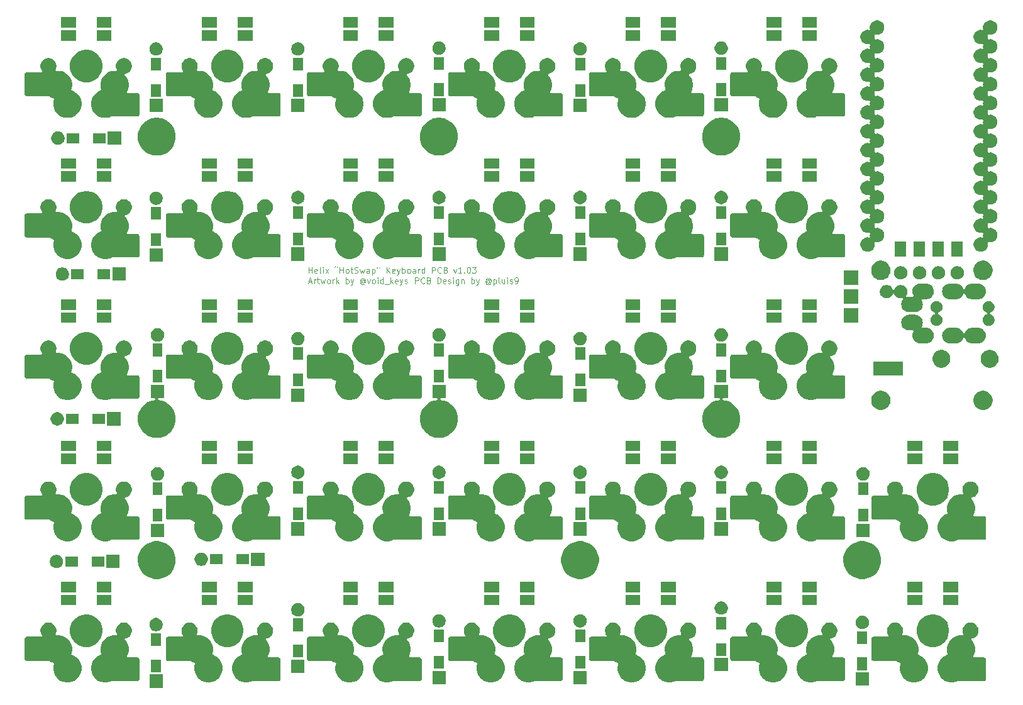
<source format=gbr>
G04 #@! TF.GenerationSoftware,KiCad,Pcbnew,(5.0.2-5-10.14)*
G04 #@! TF.CreationDate,2019-04-28T09:50:58+01:00*
G04 #@! TF.ProjectId,helix,68656c69-782e-46b6-9963-61645f706362,rev?*
G04 #@! TF.SameCoordinates,Original*
G04 #@! TF.FileFunction,Soldermask,Top*
G04 #@! TF.FilePolarity,Negative*
%FSLAX46Y46*%
G04 Gerber Fmt 4.6, Leading zero omitted, Abs format (unit mm)*
G04 Created by KiCad (PCBNEW (5.0.2-5-10.14)) date Sunday, 28 April 2019 at 09:50:58*
%MOMM*%
%LPD*%
G01*
G04 APERTURE LIST*
%ADD10C,0.110000*%
%ADD11C,0.100000*%
G04 APERTURE END LIST*
D10*
X121971428Y-82033333D02*
X122352380Y-82033333D01*
X121895238Y-82261904D02*
X122161904Y-81461904D01*
X122428571Y-82261904D01*
X122695238Y-82261904D02*
X122695238Y-81728571D01*
X122695238Y-81880952D02*
X122733333Y-81804761D01*
X122771428Y-81766666D01*
X122847619Y-81728571D01*
X122923809Y-81728571D01*
X123076190Y-81728571D02*
X123380952Y-81728571D01*
X123190476Y-81461904D02*
X123190476Y-82147619D01*
X123228571Y-82223809D01*
X123304761Y-82261904D01*
X123380952Y-82261904D01*
X123571428Y-81728571D02*
X123723809Y-82261904D01*
X123876190Y-81880952D01*
X124028571Y-82261904D01*
X124180952Y-81728571D01*
X124600000Y-82261904D02*
X124523809Y-82223809D01*
X124485714Y-82185714D01*
X124447619Y-82109523D01*
X124447619Y-81880952D01*
X124485714Y-81804761D01*
X124523809Y-81766666D01*
X124600000Y-81728571D01*
X124714285Y-81728571D01*
X124790476Y-81766666D01*
X124828571Y-81804761D01*
X124866666Y-81880952D01*
X124866666Y-82109523D01*
X124828571Y-82185714D01*
X124790476Y-82223809D01*
X124714285Y-82261904D01*
X124600000Y-82261904D01*
X125209523Y-82261904D02*
X125209523Y-81728571D01*
X125209523Y-81880952D02*
X125247619Y-81804761D01*
X125285714Y-81766666D01*
X125361904Y-81728571D01*
X125438095Y-81728571D01*
X125704761Y-82261904D02*
X125704761Y-81461904D01*
X125780952Y-81957142D02*
X126009523Y-82261904D01*
X126009523Y-81728571D02*
X125704761Y-82033333D01*
X126961904Y-82261904D02*
X126961904Y-81461904D01*
X126961904Y-81766666D02*
X127038095Y-81728571D01*
X127190476Y-81728571D01*
X127266666Y-81766666D01*
X127304761Y-81804761D01*
X127342857Y-81880952D01*
X127342857Y-82109523D01*
X127304761Y-82185714D01*
X127266666Y-82223809D01*
X127190476Y-82261904D01*
X127038095Y-82261904D01*
X126961904Y-82223809D01*
X127609523Y-81728571D02*
X127800000Y-82261904D01*
X127990476Y-81728571D02*
X127800000Y-82261904D01*
X127723809Y-82452380D01*
X127685714Y-82490476D01*
X127609523Y-82528571D01*
X129400000Y-81880952D02*
X129361904Y-81842857D01*
X129285714Y-81804761D01*
X129209523Y-81804761D01*
X129133333Y-81842857D01*
X129095238Y-81880952D01*
X129057142Y-81957142D01*
X129057142Y-82033333D01*
X129095238Y-82109523D01*
X129133333Y-82147619D01*
X129209523Y-82185714D01*
X129285714Y-82185714D01*
X129361904Y-82147619D01*
X129400000Y-82109523D01*
X129400000Y-81804761D02*
X129400000Y-82109523D01*
X129438095Y-82147619D01*
X129476190Y-82147619D01*
X129552380Y-82109523D01*
X129590476Y-82033333D01*
X129590476Y-81842857D01*
X129514285Y-81728571D01*
X129400000Y-81652380D01*
X129247619Y-81614285D01*
X129095238Y-81652380D01*
X128980952Y-81728571D01*
X128904761Y-81842857D01*
X128866666Y-81995238D01*
X128904761Y-82147619D01*
X128980952Y-82261904D01*
X129095238Y-82338095D01*
X129247619Y-82376190D01*
X129400000Y-82338095D01*
X129514285Y-82261904D01*
X129857142Y-81728571D02*
X130047619Y-82261904D01*
X130238095Y-81728571D01*
X130657142Y-82261904D02*
X130580952Y-82223809D01*
X130542857Y-82185714D01*
X130504761Y-82109523D01*
X130504761Y-81880952D01*
X130542857Y-81804761D01*
X130580952Y-81766666D01*
X130657142Y-81728571D01*
X130771428Y-81728571D01*
X130847619Y-81766666D01*
X130885714Y-81804761D01*
X130923809Y-81880952D01*
X130923809Y-82109523D01*
X130885714Y-82185714D01*
X130847619Y-82223809D01*
X130771428Y-82261904D01*
X130657142Y-82261904D01*
X131266666Y-82261904D02*
X131266666Y-81728571D01*
X131266666Y-81461904D02*
X131228571Y-81500000D01*
X131266666Y-81538095D01*
X131304761Y-81500000D01*
X131266666Y-81461904D01*
X131266666Y-81538095D01*
X131990476Y-82261904D02*
X131990476Y-81461904D01*
X131990476Y-82223809D02*
X131914285Y-82261904D01*
X131761904Y-82261904D01*
X131685714Y-82223809D01*
X131647619Y-82185714D01*
X131609523Y-82109523D01*
X131609523Y-81880952D01*
X131647619Y-81804761D01*
X131685714Y-81766666D01*
X131761904Y-81728571D01*
X131914285Y-81728571D01*
X131990476Y-81766666D01*
X132180952Y-82338095D02*
X132790476Y-82338095D01*
X132980952Y-82261904D02*
X132980952Y-81461904D01*
X133057142Y-81957142D02*
X133285714Y-82261904D01*
X133285714Y-81728571D02*
X132980952Y-82033333D01*
X133933333Y-82223809D02*
X133857142Y-82261904D01*
X133704761Y-82261904D01*
X133628571Y-82223809D01*
X133590476Y-82147619D01*
X133590476Y-81842857D01*
X133628571Y-81766666D01*
X133704761Y-81728571D01*
X133857142Y-81728571D01*
X133933333Y-81766666D01*
X133971428Y-81842857D01*
X133971428Y-81919047D01*
X133590476Y-81995238D01*
X134238095Y-81728571D02*
X134428571Y-82261904D01*
X134619047Y-81728571D02*
X134428571Y-82261904D01*
X134352380Y-82452380D01*
X134314285Y-82490476D01*
X134238095Y-82528571D01*
X134885714Y-82223809D02*
X134961904Y-82261904D01*
X135114285Y-82261904D01*
X135190476Y-82223809D01*
X135228571Y-82147619D01*
X135228571Y-82109523D01*
X135190476Y-82033333D01*
X135114285Y-81995238D01*
X135000000Y-81995238D01*
X134923809Y-81957142D01*
X134885714Y-81880952D01*
X134885714Y-81842857D01*
X134923809Y-81766666D01*
X135000000Y-81728571D01*
X135114285Y-81728571D01*
X135190476Y-81766666D01*
X136280952Y-82261904D02*
X136280952Y-81461904D01*
X136585714Y-81461904D01*
X136661904Y-81500000D01*
X136700000Y-81538095D01*
X136738095Y-81614285D01*
X136738095Y-81728571D01*
X136700000Y-81804761D01*
X136661904Y-81842857D01*
X136585714Y-81880952D01*
X136280952Y-81880952D01*
X137538095Y-82185714D02*
X137500000Y-82223809D01*
X137385714Y-82261904D01*
X137309523Y-82261904D01*
X137195238Y-82223809D01*
X137119047Y-82147619D01*
X137080952Y-82071428D01*
X137042857Y-81919047D01*
X137042857Y-81804761D01*
X137080952Y-81652380D01*
X137119047Y-81576190D01*
X137195238Y-81500000D01*
X137309523Y-81461904D01*
X137385714Y-81461904D01*
X137500000Y-81500000D01*
X137538095Y-81538095D01*
X138147619Y-81842857D02*
X138261904Y-81880952D01*
X138300000Y-81919047D01*
X138338095Y-81995238D01*
X138338095Y-82109523D01*
X138300000Y-82185714D01*
X138261904Y-82223809D01*
X138185714Y-82261904D01*
X137880952Y-82261904D01*
X137880952Y-81461904D01*
X138147619Y-81461904D01*
X138223809Y-81500000D01*
X138261904Y-81538095D01*
X138300000Y-81614285D01*
X138300000Y-81690476D01*
X138261904Y-81766666D01*
X138223809Y-81804761D01*
X138147619Y-81842857D01*
X137880952Y-81842857D01*
X139290476Y-82261904D02*
X139290476Y-81461904D01*
X139480952Y-81461904D01*
X139595238Y-81500000D01*
X139671428Y-81576190D01*
X139709523Y-81652380D01*
X139747619Y-81804761D01*
X139747619Y-81919047D01*
X139709523Y-82071428D01*
X139671428Y-82147619D01*
X139595238Y-82223809D01*
X139480952Y-82261904D01*
X139290476Y-82261904D01*
X140395238Y-82223809D02*
X140319047Y-82261904D01*
X140166666Y-82261904D01*
X140090476Y-82223809D01*
X140052380Y-82147619D01*
X140052380Y-81842857D01*
X140090476Y-81766666D01*
X140166666Y-81728571D01*
X140319047Y-81728571D01*
X140395238Y-81766666D01*
X140433333Y-81842857D01*
X140433333Y-81919047D01*
X140052380Y-81995238D01*
X140738095Y-82223809D02*
X140814285Y-82261904D01*
X140966666Y-82261904D01*
X141042857Y-82223809D01*
X141080952Y-82147619D01*
X141080952Y-82109523D01*
X141042857Y-82033333D01*
X140966666Y-81995238D01*
X140852380Y-81995238D01*
X140776190Y-81957142D01*
X140738095Y-81880952D01*
X140738095Y-81842857D01*
X140776190Y-81766666D01*
X140852380Y-81728571D01*
X140966666Y-81728571D01*
X141042857Y-81766666D01*
X141423809Y-82261904D02*
X141423809Y-81728571D01*
X141423809Y-81461904D02*
X141385714Y-81500000D01*
X141423809Y-81538095D01*
X141461904Y-81500000D01*
X141423809Y-81461904D01*
X141423809Y-81538095D01*
X142147619Y-81728571D02*
X142147619Y-82376190D01*
X142109523Y-82452380D01*
X142071428Y-82490476D01*
X141995238Y-82528571D01*
X141880952Y-82528571D01*
X141804761Y-82490476D01*
X142147619Y-82223809D02*
X142071428Y-82261904D01*
X141919047Y-82261904D01*
X141842857Y-82223809D01*
X141804761Y-82185714D01*
X141766666Y-82109523D01*
X141766666Y-81880952D01*
X141804761Y-81804761D01*
X141842857Y-81766666D01*
X141919047Y-81728571D01*
X142071428Y-81728571D01*
X142147619Y-81766666D01*
X142528571Y-81728571D02*
X142528571Y-82261904D01*
X142528571Y-81804761D02*
X142566666Y-81766666D01*
X142642857Y-81728571D01*
X142757142Y-81728571D01*
X142833333Y-81766666D01*
X142871428Y-81842857D01*
X142871428Y-82261904D01*
X143861904Y-82261904D02*
X143861904Y-81461904D01*
X143861904Y-81766666D02*
X143938095Y-81728571D01*
X144090476Y-81728571D01*
X144166666Y-81766666D01*
X144204761Y-81804761D01*
X144242857Y-81880952D01*
X144242857Y-82109523D01*
X144204761Y-82185714D01*
X144166666Y-82223809D01*
X144090476Y-82261904D01*
X143938095Y-82261904D01*
X143861904Y-82223809D01*
X144509523Y-81728571D02*
X144700000Y-82261904D01*
X144890476Y-81728571D02*
X144700000Y-82261904D01*
X144623809Y-82452380D01*
X144585714Y-82490476D01*
X144509523Y-82528571D01*
X146300000Y-81880952D02*
X146261904Y-81842857D01*
X146185714Y-81804761D01*
X146109523Y-81804761D01*
X146033333Y-81842857D01*
X145995238Y-81880952D01*
X145957142Y-81957142D01*
X145957142Y-82033333D01*
X145995238Y-82109523D01*
X146033333Y-82147619D01*
X146109523Y-82185714D01*
X146185714Y-82185714D01*
X146261904Y-82147619D01*
X146300000Y-82109523D01*
X146300000Y-81804761D02*
X146300000Y-82109523D01*
X146338095Y-82147619D01*
X146376190Y-82147619D01*
X146452380Y-82109523D01*
X146490476Y-82033333D01*
X146490476Y-81842857D01*
X146414285Y-81728571D01*
X146300000Y-81652380D01*
X146147619Y-81614285D01*
X145995238Y-81652380D01*
X145880952Y-81728571D01*
X145804761Y-81842857D01*
X145766666Y-81995238D01*
X145804761Y-82147619D01*
X145880952Y-82261904D01*
X145995238Y-82338095D01*
X146147619Y-82376190D01*
X146300000Y-82338095D01*
X146414285Y-82261904D01*
X146833333Y-81728571D02*
X146833333Y-82528571D01*
X146833333Y-81766666D02*
X146909523Y-81728571D01*
X147061904Y-81728571D01*
X147138095Y-81766666D01*
X147176190Y-81804761D01*
X147214285Y-81880952D01*
X147214285Y-82109523D01*
X147176190Y-82185714D01*
X147138095Y-82223809D01*
X147061904Y-82261904D01*
X146909523Y-82261904D01*
X146833333Y-82223809D01*
X147671428Y-82261904D02*
X147595238Y-82223809D01*
X147557142Y-82147619D01*
X147557142Y-81461904D01*
X148319047Y-81728571D02*
X148319047Y-82261904D01*
X147976190Y-81728571D02*
X147976190Y-82147619D01*
X148014285Y-82223809D01*
X148090476Y-82261904D01*
X148204761Y-82261904D01*
X148280952Y-82223809D01*
X148319047Y-82185714D01*
X148700000Y-82261904D02*
X148700000Y-81728571D01*
X148700000Y-81461904D02*
X148661904Y-81500000D01*
X148700000Y-81538095D01*
X148738095Y-81500000D01*
X148700000Y-81461904D01*
X148700000Y-81538095D01*
X149042857Y-82223809D02*
X149119047Y-82261904D01*
X149271428Y-82261904D01*
X149347619Y-82223809D01*
X149385714Y-82147619D01*
X149385714Y-82109523D01*
X149347619Y-82033333D01*
X149271428Y-81995238D01*
X149157142Y-81995238D01*
X149080952Y-81957142D01*
X149042857Y-81880952D01*
X149042857Y-81842857D01*
X149080952Y-81766666D01*
X149157142Y-81728571D01*
X149271428Y-81728571D01*
X149347619Y-81766666D01*
X149766666Y-82261904D02*
X149919047Y-82261904D01*
X149995238Y-82223809D01*
X150033333Y-82185714D01*
X150109523Y-82071428D01*
X150147619Y-81919047D01*
X150147619Y-81614285D01*
X150109523Y-81538095D01*
X150071428Y-81500000D01*
X149995238Y-81461904D01*
X149842857Y-81461904D01*
X149766666Y-81500000D01*
X149728571Y-81538095D01*
X149690476Y-81614285D01*
X149690476Y-81804761D01*
X149728571Y-81880952D01*
X149766666Y-81919047D01*
X149842857Y-81957142D01*
X149995238Y-81957142D01*
X150071428Y-81919047D01*
X150109523Y-81880952D01*
X150147619Y-81804761D01*
X121961904Y-80861904D02*
X121961904Y-80061904D01*
X121961904Y-80442857D02*
X122419047Y-80442857D01*
X122419047Y-80861904D02*
X122419047Y-80061904D01*
X123104761Y-80823809D02*
X123028571Y-80861904D01*
X122876190Y-80861904D01*
X122800000Y-80823809D01*
X122761904Y-80747619D01*
X122761904Y-80442857D01*
X122800000Y-80366666D01*
X122876190Y-80328571D01*
X123028571Y-80328571D01*
X123104761Y-80366666D01*
X123142857Y-80442857D01*
X123142857Y-80519047D01*
X122761904Y-80595238D01*
X123600000Y-80861904D02*
X123523809Y-80823809D01*
X123485714Y-80747619D01*
X123485714Y-80061904D01*
X123904761Y-80861904D02*
X123904761Y-80328571D01*
X123904761Y-80061904D02*
X123866666Y-80100000D01*
X123904761Y-80138095D01*
X123942857Y-80100000D01*
X123904761Y-80061904D01*
X123904761Y-80138095D01*
X124209523Y-80861904D02*
X124628571Y-80328571D01*
X124209523Y-80328571D02*
X124628571Y-80861904D01*
X125771428Y-80100000D02*
X125771428Y-80061904D01*
X125809523Y-79985714D01*
X125847619Y-79947619D01*
X125466666Y-80100000D02*
X125466666Y-80061904D01*
X125504761Y-79985714D01*
X125542857Y-79947619D01*
X126152380Y-80861904D02*
X126152380Y-80061904D01*
X126152380Y-80442857D02*
X126609523Y-80442857D01*
X126609523Y-80861904D02*
X126609523Y-80061904D01*
X127104761Y-80861904D02*
X127028571Y-80823809D01*
X126990476Y-80785714D01*
X126952380Y-80709523D01*
X126952380Y-80480952D01*
X126990476Y-80404761D01*
X127028571Y-80366666D01*
X127104761Y-80328571D01*
X127219047Y-80328571D01*
X127295238Y-80366666D01*
X127333333Y-80404761D01*
X127371428Y-80480952D01*
X127371428Y-80709523D01*
X127333333Y-80785714D01*
X127295238Y-80823809D01*
X127219047Y-80861904D01*
X127104761Y-80861904D01*
X127600000Y-80328571D02*
X127904761Y-80328571D01*
X127714285Y-80061904D02*
X127714285Y-80747619D01*
X127752380Y-80823809D01*
X127828571Y-80861904D01*
X127904761Y-80861904D01*
X128133333Y-80823809D02*
X128247619Y-80861904D01*
X128438095Y-80861904D01*
X128514285Y-80823809D01*
X128552380Y-80785714D01*
X128590476Y-80709523D01*
X128590476Y-80633333D01*
X128552380Y-80557142D01*
X128514285Y-80519047D01*
X128438095Y-80480952D01*
X128285714Y-80442857D01*
X128209523Y-80404761D01*
X128171428Y-80366666D01*
X128133333Y-80290476D01*
X128133333Y-80214285D01*
X128171428Y-80138095D01*
X128209523Y-80100000D01*
X128285714Y-80061904D01*
X128476190Y-80061904D01*
X128590476Y-80100000D01*
X128857142Y-80328571D02*
X129009523Y-80861904D01*
X129161904Y-80480952D01*
X129314285Y-80861904D01*
X129466666Y-80328571D01*
X130114285Y-80861904D02*
X130114285Y-80442857D01*
X130076190Y-80366666D01*
X130000000Y-80328571D01*
X129847619Y-80328571D01*
X129771428Y-80366666D01*
X130114285Y-80823809D02*
X130038095Y-80861904D01*
X129847619Y-80861904D01*
X129771428Y-80823809D01*
X129733333Y-80747619D01*
X129733333Y-80671428D01*
X129771428Y-80595238D01*
X129847619Y-80557142D01*
X130038095Y-80557142D01*
X130114285Y-80519047D01*
X130495238Y-80328571D02*
X130495238Y-81128571D01*
X130495238Y-80366666D02*
X130571428Y-80328571D01*
X130723809Y-80328571D01*
X130800000Y-80366666D01*
X130838095Y-80404761D01*
X130876190Y-80480952D01*
X130876190Y-80709523D01*
X130838095Y-80785714D01*
X130800000Y-80823809D01*
X130723809Y-80861904D01*
X130571428Y-80861904D01*
X130495238Y-80823809D01*
X131219047Y-80061904D02*
X131219047Y-80100000D01*
X131180952Y-80176190D01*
X131142857Y-80214285D01*
X131523809Y-80061904D02*
X131523809Y-80100000D01*
X131485714Y-80176190D01*
X131447619Y-80214285D01*
X132438095Y-80861904D02*
X132438095Y-80061904D01*
X132895238Y-80861904D02*
X132552380Y-80404761D01*
X132895238Y-80061904D02*
X132438095Y-80519047D01*
X133542857Y-80823809D02*
X133466666Y-80861904D01*
X133314285Y-80861904D01*
X133238095Y-80823809D01*
X133200000Y-80747619D01*
X133200000Y-80442857D01*
X133238095Y-80366666D01*
X133314285Y-80328571D01*
X133466666Y-80328571D01*
X133542857Y-80366666D01*
X133580952Y-80442857D01*
X133580952Y-80519047D01*
X133200000Y-80595238D01*
X133847619Y-80328571D02*
X134038095Y-80861904D01*
X134228571Y-80328571D02*
X134038095Y-80861904D01*
X133961904Y-81052380D01*
X133923809Y-81090476D01*
X133847619Y-81128571D01*
X134533333Y-80861904D02*
X134533333Y-80061904D01*
X134533333Y-80366666D02*
X134609523Y-80328571D01*
X134761904Y-80328571D01*
X134838095Y-80366666D01*
X134876190Y-80404761D01*
X134914285Y-80480952D01*
X134914285Y-80709523D01*
X134876190Y-80785714D01*
X134838095Y-80823809D01*
X134761904Y-80861904D01*
X134609523Y-80861904D01*
X134533333Y-80823809D01*
X135371428Y-80861904D02*
X135295238Y-80823809D01*
X135257142Y-80785714D01*
X135219047Y-80709523D01*
X135219047Y-80480952D01*
X135257142Y-80404761D01*
X135295238Y-80366666D01*
X135371428Y-80328571D01*
X135485714Y-80328571D01*
X135561904Y-80366666D01*
X135600000Y-80404761D01*
X135638095Y-80480952D01*
X135638095Y-80709523D01*
X135600000Y-80785714D01*
X135561904Y-80823809D01*
X135485714Y-80861904D01*
X135371428Y-80861904D01*
X136323809Y-80861904D02*
X136323809Y-80442857D01*
X136285714Y-80366666D01*
X136209523Y-80328571D01*
X136057142Y-80328571D01*
X135980952Y-80366666D01*
X136323809Y-80823809D02*
X136247619Y-80861904D01*
X136057142Y-80861904D01*
X135980952Y-80823809D01*
X135942857Y-80747619D01*
X135942857Y-80671428D01*
X135980952Y-80595238D01*
X136057142Y-80557142D01*
X136247619Y-80557142D01*
X136323809Y-80519047D01*
X136704761Y-80861904D02*
X136704761Y-80328571D01*
X136704761Y-80480952D02*
X136742857Y-80404761D01*
X136780952Y-80366666D01*
X136857142Y-80328571D01*
X136933333Y-80328571D01*
X137542857Y-80861904D02*
X137542857Y-80061904D01*
X137542857Y-80823809D02*
X137466666Y-80861904D01*
X137314285Y-80861904D01*
X137238095Y-80823809D01*
X137200000Y-80785714D01*
X137161904Y-80709523D01*
X137161904Y-80480952D01*
X137200000Y-80404761D01*
X137238095Y-80366666D01*
X137314285Y-80328571D01*
X137466666Y-80328571D01*
X137542857Y-80366666D01*
X138533333Y-80861904D02*
X138533333Y-80061904D01*
X138838095Y-80061904D01*
X138914285Y-80100000D01*
X138952380Y-80138095D01*
X138990476Y-80214285D01*
X138990476Y-80328571D01*
X138952380Y-80404761D01*
X138914285Y-80442857D01*
X138838095Y-80480952D01*
X138533333Y-80480952D01*
X139790476Y-80785714D02*
X139752380Y-80823809D01*
X139638095Y-80861904D01*
X139561904Y-80861904D01*
X139447619Y-80823809D01*
X139371428Y-80747619D01*
X139333333Y-80671428D01*
X139295238Y-80519047D01*
X139295238Y-80404761D01*
X139333333Y-80252380D01*
X139371428Y-80176190D01*
X139447619Y-80100000D01*
X139561904Y-80061904D01*
X139638095Y-80061904D01*
X139752380Y-80100000D01*
X139790476Y-80138095D01*
X140400000Y-80442857D02*
X140514285Y-80480952D01*
X140552380Y-80519047D01*
X140590476Y-80595238D01*
X140590476Y-80709523D01*
X140552380Y-80785714D01*
X140514285Y-80823809D01*
X140438095Y-80861904D01*
X140133333Y-80861904D01*
X140133333Y-80061904D01*
X140400000Y-80061904D01*
X140476190Y-80100000D01*
X140514285Y-80138095D01*
X140552380Y-80214285D01*
X140552380Y-80290476D01*
X140514285Y-80366666D01*
X140476190Y-80404761D01*
X140400000Y-80442857D01*
X140133333Y-80442857D01*
X141466666Y-80328571D02*
X141657142Y-80861904D01*
X141847619Y-80328571D01*
X142571428Y-80861904D02*
X142114285Y-80861904D01*
X142342857Y-80861904D02*
X142342857Y-80061904D01*
X142266666Y-80176190D01*
X142190476Y-80252380D01*
X142114285Y-80290476D01*
X142914285Y-80785714D02*
X142952380Y-80823809D01*
X142914285Y-80861904D01*
X142876190Y-80823809D01*
X142914285Y-80785714D01*
X142914285Y-80861904D01*
X143447619Y-80061904D02*
X143523809Y-80061904D01*
X143600000Y-80100000D01*
X143638095Y-80138095D01*
X143676190Y-80214285D01*
X143714285Y-80366666D01*
X143714285Y-80557142D01*
X143676190Y-80709523D01*
X143638095Y-80785714D01*
X143600000Y-80823809D01*
X143523809Y-80861904D01*
X143447619Y-80861904D01*
X143371428Y-80823809D01*
X143333333Y-80785714D01*
X143295238Y-80709523D01*
X143257142Y-80557142D01*
X143257142Y-80366666D01*
X143295238Y-80214285D01*
X143333333Y-80138095D01*
X143371428Y-80100000D01*
X143447619Y-80061904D01*
X143980952Y-80061904D02*
X144476190Y-80061904D01*
X144209523Y-80366666D01*
X144323809Y-80366666D01*
X144400000Y-80404761D01*
X144438095Y-80442857D01*
X144476190Y-80519047D01*
X144476190Y-80709523D01*
X144438095Y-80785714D01*
X144400000Y-80823809D01*
X144323809Y-80861904D01*
X144095238Y-80861904D01*
X144019047Y-80823809D01*
X143980952Y-80785714D01*
D11*
G36*
X102298500Y-136708500D02*
X100501500Y-136708500D01*
X100501500Y-134911500D01*
X102298500Y-134911500D01*
X102298500Y-136708500D01*
X102298500Y-136708500D01*
G37*
G36*
X197398500Y-136408500D02*
X195601500Y-136408500D01*
X195601500Y-134611500D01*
X197398500Y-134611500D01*
X197398500Y-136408500D01*
X197398500Y-136408500D01*
G37*
G36*
X159398500Y-136208500D02*
X157601500Y-136208500D01*
X157601500Y-134411500D01*
X159398500Y-134411500D01*
X159398500Y-136208500D01*
X159398500Y-136208500D01*
G37*
G36*
X140398500Y-136208500D02*
X138601500Y-136208500D01*
X138601500Y-134411500D01*
X140398500Y-134411500D01*
X140398500Y-136208500D01*
X140398500Y-136208500D01*
G37*
G36*
X173393566Y-127966312D02*
X173589203Y-128047347D01*
X173765275Y-128164995D01*
X173915005Y-128314725D01*
X174032653Y-128490797D01*
X174113688Y-128686434D01*
X174155000Y-128894122D01*
X174155000Y-129105878D01*
X174113688Y-129313566D01*
X174032653Y-129509203D01*
X173915005Y-129685275D01*
X173765275Y-129835005D01*
X173589203Y-129952653D01*
X173393566Y-130033688D01*
X173286899Y-130054906D01*
X173263450Y-130062019D01*
X173241839Y-130073571D01*
X173222897Y-130089116D01*
X173207352Y-130108059D01*
X173195801Y-130129669D01*
X173188688Y-130153119D01*
X173186286Y-130177505D01*
X173188688Y-130201891D01*
X173195801Y-130225340D01*
X173207353Y-130246951D01*
X173222898Y-130265892D01*
X173285824Y-130328818D01*
X173493759Y-130640014D01*
X173636984Y-130985791D01*
X173710000Y-131352865D01*
X173710000Y-131727135D01*
X173636984Y-132094209D01*
X173489366Y-132450592D01*
X173482253Y-132474041D01*
X173479851Y-132498427D01*
X173482253Y-132522813D01*
X173489366Y-132546263D01*
X173500917Y-132567873D01*
X173516463Y-132586815D01*
X173535405Y-132602361D01*
X173557016Y-132613912D01*
X173580465Y-132621025D01*
X173604851Y-132623427D01*
X174896922Y-132623427D01*
X174922824Y-132624699D01*
X174928276Y-132625236D01*
X174968100Y-132633158D01*
X174972973Y-132634127D01*
X174972974Y-132634127D01*
X174979025Y-132635331D01*
X174981343Y-132636034D01*
X175029133Y-132655830D01*
X175031278Y-132656976D01*
X175074292Y-132685716D01*
X175076164Y-132687253D01*
X175112747Y-132723836D01*
X175114284Y-132725708D01*
X175143024Y-132768722D01*
X175144170Y-132770867D01*
X175163966Y-132818657D01*
X175164669Y-132820975D01*
X175174764Y-132871724D01*
X175175301Y-132877176D01*
X175176573Y-132903078D01*
X175176573Y-135496922D01*
X175175301Y-135522824D01*
X175174764Y-135528276D01*
X175164669Y-135579025D01*
X175163966Y-135581343D01*
X175144170Y-135629133D01*
X175143024Y-135631278D01*
X175114284Y-135674292D01*
X175112747Y-135676164D01*
X175076164Y-135712747D01*
X175074292Y-135714284D01*
X175031278Y-135743024D01*
X175029133Y-135744170D01*
X174981343Y-135763966D01*
X174979025Y-135764669D01*
X174972974Y-135765873D01*
X174972973Y-135765873D01*
X174968100Y-135766842D01*
X174928276Y-135774764D01*
X174922824Y-135775301D01*
X174896922Y-135776573D01*
X171433914Y-135776573D01*
X171409528Y-135778975D01*
X171386079Y-135786088D01*
X171094209Y-135906984D01*
X170727135Y-135980000D01*
X170352865Y-135980000D01*
X169985791Y-135906984D01*
X169640014Y-135763759D01*
X169328818Y-135555824D01*
X169064176Y-135291182D01*
X168856241Y-134979986D01*
X168713016Y-134634209D01*
X168640000Y-134267135D01*
X168640000Y-133892865D01*
X168713016Y-133525791D01*
X168856241Y-133180014D01*
X169064176Y-132868818D01*
X169328818Y-132604176D01*
X169640014Y-132396241D01*
X169924084Y-132278576D01*
X169945695Y-132267025D01*
X169964637Y-132251480D01*
X169980183Y-132232538D01*
X169991734Y-132210927D01*
X169998847Y-132187478D01*
X170001249Y-132163091D01*
X169998847Y-132138705D01*
X169991734Y-132115255D01*
X169983016Y-132094209D01*
X169933200Y-131843767D01*
X169910000Y-131727135D01*
X169910000Y-131352865D01*
X169983016Y-130985791D01*
X170126241Y-130640014D01*
X170334176Y-130328818D01*
X170598818Y-130064176D01*
X170910014Y-129856241D01*
X171255791Y-129713016D01*
X171622865Y-129640000D01*
X171994450Y-129640000D01*
X172018836Y-129637598D01*
X172042285Y-129630485D01*
X172063896Y-129618934D01*
X172082838Y-129603388D01*
X172098384Y-129584446D01*
X172109935Y-129562835D01*
X172117048Y-129539386D01*
X172119450Y-129515000D01*
X172117048Y-129490614D01*
X172109935Y-129467165D01*
X172046312Y-129313566D01*
X172005000Y-129105878D01*
X172005000Y-128894122D01*
X172046312Y-128686434D01*
X172127347Y-128490797D01*
X172244995Y-128314725D01*
X172394725Y-128164995D01*
X172570797Y-128047347D01*
X172766434Y-127966312D01*
X172974122Y-127925000D01*
X173185878Y-127925000D01*
X173393566Y-127966312D01*
X173393566Y-127966312D01*
G37*
G36*
X163233566Y-127966312D02*
X163429203Y-128047347D01*
X163605275Y-128164995D01*
X163755005Y-128314725D01*
X163872653Y-128490797D01*
X163953688Y-128686434D01*
X163995000Y-128894122D01*
X163995000Y-129105878D01*
X163953688Y-129313566D01*
X163890065Y-129467165D01*
X163882952Y-129490614D01*
X163880550Y-129515000D01*
X163882952Y-129539386D01*
X163890065Y-129562835D01*
X163901616Y-129584446D01*
X163917162Y-129603388D01*
X163936104Y-129618934D01*
X163957715Y-129630485D01*
X163981164Y-129637598D01*
X164005550Y-129640000D01*
X164377135Y-129640000D01*
X164744209Y-129713016D01*
X165089986Y-129856241D01*
X165401182Y-130064176D01*
X165665824Y-130328818D01*
X165873759Y-130640014D01*
X166016984Y-130985791D01*
X166090000Y-131352865D01*
X166090000Y-131727135D01*
X166066800Y-131843767D01*
X166016984Y-132094209D01*
X166008266Y-132115255D01*
X166001153Y-132138704D01*
X165998751Y-132163090D01*
X166001153Y-132187477D01*
X166008266Y-132210926D01*
X166019817Y-132232537D01*
X166035362Y-132251479D01*
X166054304Y-132267024D01*
X166075916Y-132278576D01*
X166359986Y-132396241D01*
X166671182Y-132604176D01*
X166935824Y-132868818D01*
X167143759Y-133180014D01*
X167286984Y-133525791D01*
X167360000Y-133892865D01*
X167360000Y-134267135D01*
X167286984Y-134634209D01*
X167143759Y-134979986D01*
X166935824Y-135291182D01*
X166671182Y-135555824D01*
X166359986Y-135763759D01*
X166014209Y-135906984D01*
X165647135Y-135980000D01*
X165272865Y-135980000D01*
X164905791Y-135906984D01*
X164560014Y-135763759D01*
X164248818Y-135555824D01*
X163984176Y-135291182D01*
X163776241Y-134979986D01*
X163633016Y-134634209D01*
X163560000Y-134267135D01*
X163560000Y-133892865D01*
X163595400Y-133714898D01*
X163633016Y-133525791D01*
X163641735Y-133504741D01*
X163648847Y-133481296D01*
X163651249Y-133456910D01*
X163648847Y-133432523D01*
X163641734Y-133409074D01*
X163630183Y-133387463D01*
X163614638Y-133368521D01*
X163595696Y-133352976D01*
X163574084Y-133341424D01*
X163572380Y-133340718D01*
X163482182Y-133303357D01*
X163290014Y-133223759D01*
X163101262Y-133097639D01*
X163079651Y-133086088D01*
X163056202Y-133078975D01*
X163031816Y-133076573D01*
X160003078Y-133076573D01*
X159977176Y-133075301D01*
X159971724Y-133074764D01*
X159931900Y-133066842D01*
X159927027Y-133065873D01*
X159927026Y-133065873D01*
X159920975Y-133064669D01*
X159918657Y-133063966D01*
X159870867Y-133044170D01*
X159868722Y-133043024D01*
X159825708Y-133014284D01*
X159823836Y-133012747D01*
X159787253Y-132976164D01*
X159785716Y-132974292D01*
X159756976Y-132931278D01*
X159755830Y-132929133D01*
X159736034Y-132881343D01*
X159735331Y-132879025D01*
X159725236Y-132828276D01*
X159724699Y-132822824D01*
X159723427Y-132796922D01*
X159723427Y-130103078D01*
X159724699Y-130077176D01*
X159725236Y-130071724D01*
X159735331Y-130020975D01*
X159736034Y-130018657D01*
X159755830Y-129970867D01*
X159756976Y-129968722D01*
X159785716Y-129925708D01*
X159787253Y-129923836D01*
X159823836Y-129887253D01*
X159825708Y-129885716D01*
X159868722Y-129856976D01*
X159870867Y-129855830D01*
X159918657Y-129836034D01*
X159920975Y-129835331D01*
X159927026Y-129834127D01*
X159927027Y-129834127D01*
X159931900Y-129833158D01*
X159971724Y-129825236D01*
X159977176Y-129824699D01*
X160003078Y-129823427D01*
X161943446Y-129823427D01*
X161967832Y-129821025D01*
X161991281Y-129813912D01*
X162012892Y-129802361D01*
X162031834Y-129786815D01*
X162047380Y-129767873D01*
X162058931Y-129746262D01*
X162066044Y-129722813D01*
X162068446Y-129698427D01*
X162066044Y-129674041D01*
X162058931Y-129650592D01*
X162047380Y-129628981D01*
X161967347Y-129509203D01*
X161886312Y-129313566D01*
X161845000Y-129105878D01*
X161845000Y-128894122D01*
X161886312Y-128686434D01*
X161967347Y-128490797D01*
X162084995Y-128314725D01*
X162234725Y-128164995D01*
X162410797Y-128047347D01*
X162606434Y-127966312D01*
X162814122Y-127925000D01*
X163025878Y-127925000D01*
X163233566Y-127966312D01*
X163233566Y-127966312D01*
G37*
G36*
X154393566Y-127966312D02*
X154589203Y-128047347D01*
X154765275Y-128164995D01*
X154915005Y-128314725D01*
X155032653Y-128490797D01*
X155113688Y-128686434D01*
X155155000Y-128894122D01*
X155155000Y-129105878D01*
X155113688Y-129313566D01*
X155032653Y-129509203D01*
X154915005Y-129685275D01*
X154765275Y-129835005D01*
X154589203Y-129952653D01*
X154393566Y-130033688D01*
X154286899Y-130054906D01*
X154263450Y-130062019D01*
X154241839Y-130073571D01*
X154222897Y-130089116D01*
X154207352Y-130108059D01*
X154195801Y-130129669D01*
X154188688Y-130153119D01*
X154186286Y-130177505D01*
X154188688Y-130201891D01*
X154195801Y-130225340D01*
X154207353Y-130246951D01*
X154222898Y-130265892D01*
X154285824Y-130328818D01*
X154493759Y-130640014D01*
X154636984Y-130985791D01*
X154710000Y-131352865D01*
X154710000Y-131727135D01*
X154636984Y-132094209D01*
X154489366Y-132450592D01*
X154482253Y-132474041D01*
X154479851Y-132498427D01*
X154482253Y-132522813D01*
X154489366Y-132546263D01*
X154500917Y-132567873D01*
X154516463Y-132586815D01*
X154535405Y-132602361D01*
X154557016Y-132613912D01*
X154580465Y-132621025D01*
X154604851Y-132623427D01*
X155896922Y-132623427D01*
X155922824Y-132624699D01*
X155928276Y-132625236D01*
X155968100Y-132633158D01*
X155972973Y-132634127D01*
X155972974Y-132634127D01*
X155979025Y-132635331D01*
X155981343Y-132636034D01*
X156029133Y-132655830D01*
X156031278Y-132656976D01*
X156074292Y-132685716D01*
X156076164Y-132687253D01*
X156112747Y-132723836D01*
X156114284Y-132725708D01*
X156143024Y-132768722D01*
X156144170Y-132770867D01*
X156163966Y-132818657D01*
X156164669Y-132820975D01*
X156174764Y-132871724D01*
X156175301Y-132877176D01*
X156176573Y-132903078D01*
X156176573Y-135496922D01*
X156175301Y-135522824D01*
X156174764Y-135528276D01*
X156164669Y-135579025D01*
X156163966Y-135581343D01*
X156144170Y-135629133D01*
X156143024Y-135631278D01*
X156114284Y-135674292D01*
X156112747Y-135676164D01*
X156076164Y-135712747D01*
X156074292Y-135714284D01*
X156031278Y-135743024D01*
X156029133Y-135744170D01*
X155981343Y-135763966D01*
X155979025Y-135764669D01*
X155972974Y-135765873D01*
X155972973Y-135765873D01*
X155968100Y-135766842D01*
X155928276Y-135774764D01*
X155922824Y-135775301D01*
X155896922Y-135776573D01*
X152433914Y-135776573D01*
X152409528Y-135778975D01*
X152386079Y-135786088D01*
X152094209Y-135906984D01*
X151727135Y-135980000D01*
X151352865Y-135980000D01*
X150985791Y-135906984D01*
X150640014Y-135763759D01*
X150328818Y-135555824D01*
X150064176Y-135291182D01*
X149856241Y-134979986D01*
X149713016Y-134634209D01*
X149640000Y-134267135D01*
X149640000Y-133892865D01*
X149713016Y-133525791D01*
X149856241Y-133180014D01*
X150064176Y-132868818D01*
X150328818Y-132604176D01*
X150640014Y-132396241D01*
X150924084Y-132278576D01*
X150945695Y-132267025D01*
X150964637Y-132251480D01*
X150980183Y-132232538D01*
X150991734Y-132210927D01*
X150998847Y-132187478D01*
X151001249Y-132163091D01*
X150998847Y-132138705D01*
X150991734Y-132115255D01*
X150983016Y-132094209D01*
X150933200Y-131843767D01*
X150910000Y-131727135D01*
X150910000Y-131352865D01*
X150983016Y-130985791D01*
X151126241Y-130640014D01*
X151334176Y-130328818D01*
X151598818Y-130064176D01*
X151910014Y-129856241D01*
X152255791Y-129713016D01*
X152622865Y-129640000D01*
X152994450Y-129640000D01*
X153018836Y-129637598D01*
X153042285Y-129630485D01*
X153063896Y-129618934D01*
X153082838Y-129603388D01*
X153098384Y-129584446D01*
X153109935Y-129562835D01*
X153117048Y-129539386D01*
X153119450Y-129515000D01*
X153117048Y-129490614D01*
X153109935Y-129467165D01*
X153046312Y-129313566D01*
X153005000Y-129105878D01*
X153005000Y-128894122D01*
X153046312Y-128686434D01*
X153127347Y-128490797D01*
X153244995Y-128314725D01*
X153394725Y-128164995D01*
X153570797Y-128047347D01*
X153766434Y-127966312D01*
X153974122Y-127925000D01*
X154185878Y-127925000D01*
X154393566Y-127966312D01*
X154393566Y-127966312D01*
G37*
G36*
X144233566Y-127966312D02*
X144429203Y-128047347D01*
X144605275Y-128164995D01*
X144755005Y-128314725D01*
X144872653Y-128490797D01*
X144953688Y-128686434D01*
X144995000Y-128894122D01*
X144995000Y-129105878D01*
X144953688Y-129313566D01*
X144890065Y-129467165D01*
X144882952Y-129490614D01*
X144880550Y-129515000D01*
X144882952Y-129539386D01*
X144890065Y-129562835D01*
X144901616Y-129584446D01*
X144917162Y-129603388D01*
X144936104Y-129618934D01*
X144957715Y-129630485D01*
X144981164Y-129637598D01*
X145005550Y-129640000D01*
X145377135Y-129640000D01*
X145744209Y-129713016D01*
X146089986Y-129856241D01*
X146401182Y-130064176D01*
X146665824Y-130328818D01*
X146873759Y-130640014D01*
X147016984Y-130985791D01*
X147090000Y-131352865D01*
X147090000Y-131727135D01*
X147066800Y-131843767D01*
X147016984Y-132094209D01*
X147008266Y-132115255D01*
X147001153Y-132138704D01*
X146998751Y-132163090D01*
X147001153Y-132187477D01*
X147008266Y-132210926D01*
X147019817Y-132232537D01*
X147035362Y-132251479D01*
X147054304Y-132267024D01*
X147075916Y-132278576D01*
X147359986Y-132396241D01*
X147671182Y-132604176D01*
X147935824Y-132868818D01*
X148143759Y-133180014D01*
X148286984Y-133525791D01*
X148360000Y-133892865D01*
X148360000Y-134267135D01*
X148286984Y-134634209D01*
X148143759Y-134979986D01*
X147935824Y-135291182D01*
X147671182Y-135555824D01*
X147359986Y-135763759D01*
X147014209Y-135906984D01*
X146647135Y-135980000D01*
X146272865Y-135980000D01*
X145905791Y-135906984D01*
X145560014Y-135763759D01*
X145248818Y-135555824D01*
X144984176Y-135291182D01*
X144776241Y-134979986D01*
X144633016Y-134634209D01*
X144560000Y-134267135D01*
X144560000Y-133892865D01*
X144595400Y-133714898D01*
X144633016Y-133525791D01*
X144641735Y-133504741D01*
X144648847Y-133481296D01*
X144651249Y-133456910D01*
X144648847Y-133432523D01*
X144641734Y-133409074D01*
X144630183Y-133387463D01*
X144614638Y-133368521D01*
X144595696Y-133352976D01*
X144574084Y-133341424D01*
X144572380Y-133340718D01*
X144482182Y-133303357D01*
X144290014Y-133223759D01*
X144101262Y-133097639D01*
X144079651Y-133086088D01*
X144056202Y-133078975D01*
X144031816Y-133076573D01*
X141003078Y-133076573D01*
X140977176Y-133075301D01*
X140971724Y-133074764D01*
X140931900Y-133066842D01*
X140927027Y-133065873D01*
X140927026Y-133065873D01*
X140920975Y-133064669D01*
X140918657Y-133063966D01*
X140870867Y-133044170D01*
X140868722Y-133043024D01*
X140825708Y-133014284D01*
X140823836Y-133012747D01*
X140787253Y-132976164D01*
X140785716Y-132974292D01*
X140756976Y-132931278D01*
X140755830Y-132929133D01*
X140736034Y-132881343D01*
X140735331Y-132879025D01*
X140725236Y-132828276D01*
X140724699Y-132822824D01*
X140723427Y-132796922D01*
X140723427Y-130103078D01*
X140724699Y-130077176D01*
X140725236Y-130071724D01*
X140735331Y-130020975D01*
X140736034Y-130018657D01*
X140755830Y-129970867D01*
X140756976Y-129968722D01*
X140785716Y-129925708D01*
X140787253Y-129923836D01*
X140823836Y-129887253D01*
X140825708Y-129885716D01*
X140868722Y-129856976D01*
X140870867Y-129855830D01*
X140918657Y-129836034D01*
X140920975Y-129835331D01*
X140927026Y-129834127D01*
X140927027Y-129834127D01*
X140931900Y-129833158D01*
X140971724Y-129825236D01*
X140977176Y-129824699D01*
X141003078Y-129823427D01*
X142943446Y-129823427D01*
X142967832Y-129821025D01*
X142991281Y-129813912D01*
X143012892Y-129802361D01*
X143031834Y-129786815D01*
X143047380Y-129767873D01*
X143058931Y-129746262D01*
X143066044Y-129722813D01*
X143068446Y-129698427D01*
X143066044Y-129674041D01*
X143058931Y-129650592D01*
X143047380Y-129628981D01*
X142967347Y-129509203D01*
X142886312Y-129313566D01*
X142845000Y-129105878D01*
X142845000Y-128894122D01*
X142886312Y-128686434D01*
X142967347Y-128490797D01*
X143084995Y-128314725D01*
X143234725Y-128164995D01*
X143410797Y-128047347D01*
X143606434Y-127966312D01*
X143814122Y-127925000D01*
X144025878Y-127925000D01*
X144233566Y-127966312D01*
X144233566Y-127966312D01*
G37*
G36*
X135393566Y-127966312D02*
X135589203Y-128047347D01*
X135765275Y-128164995D01*
X135915005Y-128314725D01*
X136032653Y-128490797D01*
X136113688Y-128686434D01*
X136155000Y-128894122D01*
X136155000Y-129105878D01*
X136113688Y-129313566D01*
X136032653Y-129509203D01*
X135915005Y-129685275D01*
X135765275Y-129835005D01*
X135589203Y-129952653D01*
X135393566Y-130033688D01*
X135286899Y-130054906D01*
X135263450Y-130062019D01*
X135241839Y-130073571D01*
X135222897Y-130089116D01*
X135207352Y-130108059D01*
X135195801Y-130129669D01*
X135188688Y-130153119D01*
X135186286Y-130177505D01*
X135188688Y-130201891D01*
X135195801Y-130225340D01*
X135207353Y-130246951D01*
X135222898Y-130265892D01*
X135285824Y-130328818D01*
X135493759Y-130640014D01*
X135636984Y-130985791D01*
X135710000Y-131352865D01*
X135710000Y-131727135D01*
X135636984Y-132094209D01*
X135489366Y-132450592D01*
X135482253Y-132474041D01*
X135479851Y-132498427D01*
X135482253Y-132522813D01*
X135489366Y-132546263D01*
X135500917Y-132567873D01*
X135516463Y-132586815D01*
X135535405Y-132602361D01*
X135557016Y-132613912D01*
X135580465Y-132621025D01*
X135604851Y-132623427D01*
X136896922Y-132623427D01*
X136922824Y-132624699D01*
X136928276Y-132625236D01*
X136968100Y-132633158D01*
X136972973Y-132634127D01*
X136972974Y-132634127D01*
X136979025Y-132635331D01*
X136981343Y-132636034D01*
X137029133Y-132655830D01*
X137031278Y-132656976D01*
X137074292Y-132685716D01*
X137076164Y-132687253D01*
X137112747Y-132723836D01*
X137114284Y-132725708D01*
X137143024Y-132768722D01*
X137144170Y-132770867D01*
X137163966Y-132818657D01*
X137164669Y-132820975D01*
X137174764Y-132871724D01*
X137175301Y-132877176D01*
X137176573Y-132903078D01*
X137176573Y-135496922D01*
X137175301Y-135522824D01*
X137174764Y-135528276D01*
X137164669Y-135579025D01*
X137163966Y-135581343D01*
X137144170Y-135629133D01*
X137143024Y-135631278D01*
X137114284Y-135674292D01*
X137112747Y-135676164D01*
X137076164Y-135712747D01*
X137074292Y-135714284D01*
X137031278Y-135743024D01*
X137029133Y-135744170D01*
X136981343Y-135763966D01*
X136979025Y-135764669D01*
X136972974Y-135765873D01*
X136972973Y-135765873D01*
X136968100Y-135766842D01*
X136928276Y-135774764D01*
X136922824Y-135775301D01*
X136896922Y-135776573D01*
X133433914Y-135776573D01*
X133409528Y-135778975D01*
X133386079Y-135786088D01*
X133094209Y-135906984D01*
X132727135Y-135980000D01*
X132352865Y-135980000D01*
X131985791Y-135906984D01*
X131640014Y-135763759D01*
X131328818Y-135555824D01*
X131064176Y-135291182D01*
X130856241Y-134979986D01*
X130713016Y-134634209D01*
X130640000Y-134267135D01*
X130640000Y-133892865D01*
X130713016Y-133525791D01*
X130856241Y-133180014D01*
X131064176Y-132868818D01*
X131328818Y-132604176D01*
X131640014Y-132396241D01*
X131924084Y-132278576D01*
X131945695Y-132267025D01*
X131964637Y-132251480D01*
X131980183Y-132232538D01*
X131991734Y-132210927D01*
X131998847Y-132187478D01*
X132001249Y-132163091D01*
X131998847Y-132138705D01*
X131991734Y-132115255D01*
X131983016Y-132094209D01*
X131933200Y-131843767D01*
X131910000Y-131727135D01*
X131910000Y-131352865D01*
X131983016Y-130985791D01*
X132126241Y-130640014D01*
X132334176Y-130328818D01*
X132598818Y-130064176D01*
X132910014Y-129856241D01*
X133255791Y-129713016D01*
X133622865Y-129640000D01*
X133994450Y-129640000D01*
X134018836Y-129637598D01*
X134042285Y-129630485D01*
X134063896Y-129618934D01*
X134082838Y-129603388D01*
X134098384Y-129584446D01*
X134109935Y-129562835D01*
X134117048Y-129539386D01*
X134119450Y-129515000D01*
X134117048Y-129490614D01*
X134109935Y-129467165D01*
X134046312Y-129313566D01*
X134005000Y-129105878D01*
X134005000Y-128894122D01*
X134046312Y-128686434D01*
X134127347Y-128490797D01*
X134244995Y-128314725D01*
X134394725Y-128164995D01*
X134570797Y-128047347D01*
X134766434Y-127966312D01*
X134974122Y-127925000D01*
X135185878Y-127925000D01*
X135393566Y-127966312D01*
X135393566Y-127966312D01*
G37*
G36*
X125233566Y-127966312D02*
X125429203Y-128047347D01*
X125605275Y-128164995D01*
X125755005Y-128314725D01*
X125872653Y-128490797D01*
X125953688Y-128686434D01*
X125995000Y-128894122D01*
X125995000Y-129105878D01*
X125953688Y-129313566D01*
X125890065Y-129467165D01*
X125882952Y-129490614D01*
X125880550Y-129515000D01*
X125882952Y-129539386D01*
X125890065Y-129562835D01*
X125901616Y-129584446D01*
X125917162Y-129603388D01*
X125936104Y-129618934D01*
X125957715Y-129630485D01*
X125981164Y-129637598D01*
X126005550Y-129640000D01*
X126377135Y-129640000D01*
X126744209Y-129713016D01*
X127089986Y-129856241D01*
X127401182Y-130064176D01*
X127665824Y-130328818D01*
X127873759Y-130640014D01*
X128016984Y-130985791D01*
X128090000Y-131352865D01*
X128090000Y-131727135D01*
X128066800Y-131843767D01*
X128016984Y-132094209D01*
X128008266Y-132115255D01*
X128001153Y-132138704D01*
X127998751Y-132163090D01*
X128001153Y-132187477D01*
X128008266Y-132210926D01*
X128019817Y-132232537D01*
X128035362Y-132251479D01*
X128054304Y-132267024D01*
X128075916Y-132278576D01*
X128359986Y-132396241D01*
X128671182Y-132604176D01*
X128935824Y-132868818D01*
X129143759Y-133180014D01*
X129286984Y-133525791D01*
X129360000Y-133892865D01*
X129360000Y-134267135D01*
X129286984Y-134634209D01*
X129143759Y-134979986D01*
X128935824Y-135291182D01*
X128671182Y-135555824D01*
X128359986Y-135763759D01*
X128014209Y-135906984D01*
X127647135Y-135980000D01*
X127272865Y-135980000D01*
X126905791Y-135906984D01*
X126560014Y-135763759D01*
X126248818Y-135555824D01*
X125984176Y-135291182D01*
X125776241Y-134979986D01*
X125633016Y-134634209D01*
X125560000Y-134267135D01*
X125560000Y-133892865D01*
X125595400Y-133714898D01*
X125633016Y-133525791D01*
X125641735Y-133504741D01*
X125648847Y-133481296D01*
X125651249Y-133456910D01*
X125648847Y-133432523D01*
X125641734Y-133409074D01*
X125630183Y-133387463D01*
X125614638Y-133368521D01*
X125595696Y-133352976D01*
X125574084Y-133341424D01*
X125572380Y-133340718D01*
X125482182Y-133303357D01*
X125290014Y-133223759D01*
X125101262Y-133097639D01*
X125079651Y-133086088D01*
X125056202Y-133078975D01*
X125031816Y-133076573D01*
X122003078Y-133076573D01*
X121977176Y-133075301D01*
X121971724Y-133074764D01*
X121931900Y-133066842D01*
X121927027Y-133065873D01*
X121927026Y-133065873D01*
X121920975Y-133064669D01*
X121918657Y-133063966D01*
X121870867Y-133044170D01*
X121868722Y-133043024D01*
X121825708Y-133014284D01*
X121823836Y-133012747D01*
X121787253Y-132976164D01*
X121785716Y-132974292D01*
X121756976Y-132931278D01*
X121755830Y-132929133D01*
X121736034Y-132881343D01*
X121735331Y-132879025D01*
X121725236Y-132828276D01*
X121724699Y-132822824D01*
X121723427Y-132796922D01*
X121723427Y-130103078D01*
X121724699Y-130077176D01*
X121725236Y-130071724D01*
X121735331Y-130020975D01*
X121736034Y-130018657D01*
X121755830Y-129970867D01*
X121756976Y-129968722D01*
X121785716Y-129925708D01*
X121787253Y-129923836D01*
X121823836Y-129887253D01*
X121825708Y-129885716D01*
X121868722Y-129856976D01*
X121870867Y-129855830D01*
X121918657Y-129836034D01*
X121920975Y-129835331D01*
X121927026Y-129834127D01*
X121927027Y-129834127D01*
X121931900Y-129833158D01*
X121971724Y-129825236D01*
X121977176Y-129824699D01*
X122003078Y-129823427D01*
X123943446Y-129823427D01*
X123967832Y-129821025D01*
X123991281Y-129813912D01*
X124012892Y-129802361D01*
X124031834Y-129786815D01*
X124047380Y-129767873D01*
X124058931Y-129746262D01*
X124066044Y-129722813D01*
X124068446Y-129698427D01*
X124066044Y-129674041D01*
X124058931Y-129650592D01*
X124047380Y-129628981D01*
X123967347Y-129509203D01*
X123886312Y-129313566D01*
X123845000Y-129105878D01*
X123845000Y-128894122D01*
X123886312Y-128686434D01*
X123967347Y-128490797D01*
X124084995Y-128314725D01*
X124234725Y-128164995D01*
X124410797Y-128047347D01*
X124606434Y-127966312D01*
X124814122Y-127925000D01*
X125025878Y-127925000D01*
X125233566Y-127966312D01*
X125233566Y-127966312D01*
G37*
G36*
X116393566Y-127966312D02*
X116589203Y-128047347D01*
X116765275Y-128164995D01*
X116915005Y-128314725D01*
X117032653Y-128490797D01*
X117113688Y-128686434D01*
X117155000Y-128894122D01*
X117155000Y-129105878D01*
X117113688Y-129313566D01*
X117032653Y-129509203D01*
X116915005Y-129685275D01*
X116765275Y-129835005D01*
X116589203Y-129952653D01*
X116393566Y-130033688D01*
X116286899Y-130054906D01*
X116263450Y-130062019D01*
X116241839Y-130073571D01*
X116222897Y-130089116D01*
X116207352Y-130108059D01*
X116195801Y-130129669D01*
X116188688Y-130153119D01*
X116186286Y-130177505D01*
X116188688Y-130201891D01*
X116195801Y-130225340D01*
X116207353Y-130246951D01*
X116222898Y-130265892D01*
X116285824Y-130328818D01*
X116493759Y-130640014D01*
X116636984Y-130985791D01*
X116710000Y-131352865D01*
X116710000Y-131727135D01*
X116636984Y-132094209D01*
X116489366Y-132450592D01*
X116482253Y-132474041D01*
X116479851Y-132498427D01*
X116482253Y-132522813D01*
X116489366Y-132546263D01*
X116500917Y-132567873D01*
X116516463Y-132586815D01*
X116535405Y-132602361D01*
X116557016Y-132613912D01*
X116580465Y-132621025D01*
X116604851Y-132623427D01*
X117896922Y-132623427D01*
X117922824Y-132624699D01*
X117928276Y-132625236D01*
X117968100Y-132633158D01*
X117972973Y-132634127D01*
X117972974Y-132634127D01*
X117979025Y-132635331D01*
X117981343Y-132636034D01*
X118029133Y-132655830D01*
X118031278Y-132656976D01*
X118074292Y-132685716D01*
X118076164Y-132687253D01*
X118112747Y-132723836D01*
X118114284Y-132725708D01*
X118143024Y-132768722D01*
X118144170Y-132770867D01*
X118163966Y-132818657D01*
X118164669Y-132820975D01*
X118174764Y-132871724D01*
X118175301Y-132877176D01*
X118176573Y-132903078D01*
X118176573Y-135496922D01*
X118175301Y-135522824D01*
X118174764Y-135528276D01*
X118164669Y-135579025D01*
X118163966Y-135581343D01*
X118144170Y-135629133D01*
X118143024Y-135631278D01*
X118114284Y-135674292D01*
X118112747Y-135676164D01*
X118076164Y-135712747D01*
X118074292Y-135714284D01*
X118031278Y-135743024D01*
X118029133Y-135744170D01*
X117981343Y-135763966D01*
X117979025Y-135764669D01*
X117972974Y-135765873D01*
X117972973Y-135765873D01*
X117968100Y-135766842D01*
X117928276Y-135774764D01*
X117922824Y-135775301D01*
X117896922Y-135776573D01*
X114433914Y-135776573D01*
X114409528Y-135778975D01*
X114386079Y-135786088D01*
X114094209Y-135906984D01*
X113727135Y-135980000D01*
X113352865Y-135980000D01*
X112985791Y-135906984D01*
X112640014Y-135763759D01*
X112328818Y-135555824D01*
X112064176Y-135291182D01*
X111856241Y-134979986D01*
X111713016Y-134634209D01*
X111640000Y-134267135D01*
X111640000Y-133892865D01*
X111713016Y-133525791D01*
X111856241Y-133180014D01*
X112064176Y-132868818D01*
X112328818Y-132604176D01*
X112640014Y-132396241D01*
X112924084Y-132278576D01*
X112945695Y-132267025D01*
X112964637Y-132251480D01*
X112980183Y-132232538D01*
X112991734Y-132210927D01*
X112998847Y-132187478D01*
X113001249Y-132163091D01*
X112998847Y-132138705D01*
X112991734Y-132115255D01*
X112983016Y-132094209D01*
X112933200Y-131843767D01*
X112910000Y-131727135D01*
X112910000Y-131352865D01*
X112983016Y-130985791D01*
X113126241Y-130640014D01*
X113334176Y-130328818D01*
X113598818Y-130064176D01*
X113910014Y-129856241D01*
X114255791Y-129713016D01*
X114622865Y-129640000D01*
X114994450Y-129640000D01*
X115018836Y-129637598D01*
X115042285Y-129630485D01*
X115063896Y-129618934D01*
X115082838Y-129603388D01*
X115098384Y-129584446D01*
X115109935Y-129562835D01*
X115117048Y-129539386D01*
X115119450Y-129515000D01*
X115117048Y-129490614D01*
X115109935Y-129467165D01*
X115046312Y-129313566D01*
X115005000Y-129105878D01*
X115005000Y-128894122D01*
X115046312Y-128686434D01*
X115127347Y-128490797D01*
X115244995Y-128314725D01*
X115394725Y-128164995D01*
X115570797Y-128047347D01*
X115766434Y-127966312D01*
X115974122Y-127925000D01*
X116185878Y-127925000D01*
X116393566Y-127966312D01*
X116393566Y-127966312D01*
G37*
G36*
X106233566Y-127966312D02*
X106429203Y-128047347D01*
X106605275Y-128164995D01*
X106755005Y-128314725D01*
X106872653Y-128490797D01*
X106953688Y-128686434D01*
X106995000Y-128894122D01*
X106995000Y-129105878D01*
X106953688Y-129313566D01*
X106890065Y-129467165D01*
X106882952Y-129490614D01*
X106880550Y-129515000D01*
X106882952Y-129539386D01*
X106890065Y-129562835D01*
X106901616Y-129584446D01*
X106917162Y-129603388D01*
X106936104Y-129618934D01*
X106957715Y-129630485D01*
X106981164Y-129637598D01*
X107005550Y-129640000D01*
X107377135Y-129640000D01*
X107744209Y-129713016D01*
X108089986Y-129856241D01*
X108401182Y-130064176D01*
X108665824Y-130328818D01*
X108873759Y-130640014D01*
X109016984Y-130985791D01*
X109090000Y-131352865D01*
X109090000Y-131727135D01*
X109066800Y-131843767D01*
X109016984Y-132094209D01*
X109008266Y-132115255D01*
X109001153Y-132138704D01*
X108998751Y-132163090D01*
X109001153Y-132187477D01*
X109008266Y-132210926D01*
X109019817Y-132232537D01*
X109035362Y-132251479D01*
X109054304Y-132267024D01*
X109075916Y-132278576D01*
X109359986Y-132396241D01*
X109671182Y-132604176D01*
X109935824Y-132868818D01*
X110143759Y-133180014D01*
X110286984Y-133525791D01*
X110360000Y-133892865D01*
X110360000Y-134267135D01*
X110286984Y-134634209D01*
X110143759Y-134979986D01*
X109935824Y-135291182D01*
X109671182Y-135555824D01*
X109359986Y-135763759D01*
X109014209Y-135906984D01*
X108647135Y-135980000D01*
X108272865Y-135980000D01*
X107905791Y-135906984D01*
X107560014Y-135763759D01*
X107248818Y-135555824D01*
X106984176Y-135291182D01*
X106776241Y-134979986D01*
X106633016Y-134634209D01*
X106560000Y-134267135D01*
X106560000Y-133892865D01*
X106595400Y-133714898D01*
X106633016Y-133525791D01*
X106641735Y-133504741D01*
X106648847Y-133481296D01*
X106651249Y-133456910D01*
X106648847Y-133432523D01*
X106641734Y-133409074D01*
X106630183Y-133387463D01*
X106614638Y-133368521D01*
X106595696Y-133352976D01*
X106574084Y-133341424D01*
X106572380Y-133340718D01*
X106482182Y-133303357D01*
X106290014Y-133223759D01*
X106101262Y-133097639D01*
X106079651Y-133086088D01*
X106056202Y-133078975D01*
X106031816Y-133076573D01*
X103003078Y-133076573D01*
X102977176Y-133075301D01*
X102971724Y-133074764D01*
X102931900Y-133066842D01*
X102927027Y-133065873D01*
X102927026Y-133065873D01*
X102920975Y-133064669D01*
X102918657Y-133063966D01*
X102870867Y-133044170D01*
X102868722Y-133043024D01*
X102825708Y-133014284D01*
X102823836Y-133012747D01*
X102787253Y-132976164D01*
X102785716Y-132974292D01*
X102756976Y-132931278D01*
X102755830Y-132929133D01*
X102736034Y-132881343D01*
X102735331Y-132879025D01*
X102725236Y-132828276D01*
X102724699Y-132822824D01*
X102723427Y-132796922D01*
X102723427Y-130103078D01*
X102724699Y-130077176D01*
X102725236Y-130071724D01*
X102735331Y-130020975D01*
X102736034Y-130018657D01*
X102755830Y-129970867D01*
X102756976Y-129968722D01*
X102785716Y-129925708D01*
X102787253Y-129923836D01*
X102823836Y-129887253D01*
X102825708Y-129885716D01*
X102868722Y-129856976D01*
X102870867Y-129855830D01*
X102918657Y-129836034D01*
X102920975Y-129835331D01*
X102927026Y-129834127D01*
X102927027Y-129834127D01*
X102931900Y-129833158D01*
X102971724Y-129825236D01*
X102977176Y-129824699D01*
X103003078Y-129823427D01*
X104943446Y-129823427D01*
X104967832Y-129821025D01*
X104991281Y-129813912D01*
X105012892Y-129802361D01*
X105031834Y-129786815D01*
X105047380Y-129767873D01*
X105058931Y-129746262D01*
X105066044Y-129722813D01*
X105068446Y-129698427D01*
X105066044Y-129674041D01*
X105058931Y-129650592D01*
X105047380Y-129628981D01*
X104967347Y-129509203D01*
X104886312Y-129313566D01*
X104845000Y-129105878D01*
X104845000Y-128894122D01*
X104886312Y-128686434D01*
X104967347Y-128490797D01*
X105084995Y-128314725D01*
X105234725Y-128164995D01*
X105410797Y-128047347D01*
X105606434Y-127966312D01*
X105814122Y-127925000D01*
X106025878Y-127925000D01*
X106233566Y-127966312D01*
X106233566Y-127966312D01*
G37*
G36*
X97393566Y-127966312D02*
X97589203Y-128047347D01*
X97765275Y-128164995D01*
X97915005Y-128314725D01*
X98032653Y-128490797D01*
X98113688Y-128686434D01*
X98155000Y-128894122D01*
X98155000Y-129105878D01*
X98113688Y-129313566D01*
X98032653Y-129509203D01*
X97915005Y-129685275D01*
X97765275Y-129835005D01*
X97589203Y-129952653D01*
X97393566Y-130033688D01*
X97286899Y-130054906D01*
X97263450Y-130062019D01*
X97241839Y-130073571D01*
X97222897Y-130089116D01*
X97207352Y-130108059D01*
X97195801Y-130129669D01*
X97188688Y-130153119D01*
X97186286Y-130177505D01*
X97188688Y-130201891D01*
X97195801Y-130225340D01*
X97207353Y-130246951D01*
X97222898Y-130265892D01*
X97285824Y-130328818D01*
X97493759Y-130640014D01*
X97636984Y-130985791D01*
X97710000Y-131352865D01*
X97710000Y-131727135D01*
X97636984Y-132094209D01*
X97489366Y-132450592D01*
X97482253Y-132474041D01*
X97479851Y-132498427D01*
X97482253Y-132522813D01*
X97489366Y-132546263D01*
X97500917Y-132567873D01*
X97516463Y-132586815D01*
X97535405Y-132602361D01*
X97557016Y-132613912D01*
X97580465Y-132621025D01*
X97604851Y-132623427D01*
X98896922Y-132623427D01*
X98922824Y-132624699D01*
X98928276Y-132625236D01*
X98968100Y-132633158D01*
X98972973Y-132634127D01*
X98972974Y-132634127D01*
X98979025Y-132635331D01*
X98981343Y-132636034D01*
X99029133Y-132655830D01*
X99031278Y-132656976D01*
X99074292Y-132685716D01*
X99076164Y-132687253D01*
X99112747Y-132723836D01*
X99114284Y-132725708D01*
X99143024Y-132768722D01*
X99144170Y-132770867D01*
X99163966Y-132818657D01*
X99164669Y-132820975D01*
X99174764Y-132871724D01*
X99175301Y-132877176D01*
X99176573Y-132903078D01*
X99176573Y-135496922D01*
X99175301Y-135522824D01*
X99174764Y-135528276D01*
X99164669Y-135579025D01*
X99163966Y-135581343D01*
X99144170Y-135629133D01*
X99143024Y-135631278D01*
X99114284Y-135674292D01*
X99112747Y-135676164D01*
X99076164Y-135712747D01*
X99074292Y-135714284D01*
X99031278Y-135743024D01*
X99029133Y-135744170D01*
X98981343Y-135763966D01*
X98979025Y-135764669D01*
X98972974Y-135765873D01*
X98972973Y-135765873D01*
X98968100Y-135766842D01*
X98928276Y-135774764D01*
X98922824Y-135775301D01*
X98896922Y-135776573D01*
X95433914Y-135776573D01*
X95409528Y-135778975D01*
X95386079Y-135786088D01*
X95094209Y-135906984D01*
X94727135Y-135980000D01*
X94352865Y-135980000D01*
X93985791Y-135906984D01*
X93640014Y-135763759D01*
X93328818Y-135555824D01*
X93064176Y-135291182D01*
X92856241Y-134979986D01*
X92713016Y-134634209D01*
X92640000Y-134267135D01*
X92640000Y-133892865D01*
X92713016Y-133525791D01*
X92856241Y-133180014D01*
X93064176Y-132868818D01*
X93328818Y-132604176D01*
X93640014Y-132396241D01*
X93924084Y-132278576D01*
X93945695Y-132267025D01*
X93964637Y-132251480D01*
X93980183Y-132232538D01*
X93991734Y-132210927D01*
X93998847Y-132187478D01*
X94001249Y-132163091D01*
X93998847Y-132138705D01*
X93991734Y-132115255D01*
X93983016Y-132094209D01*
X93933200Y-131843767D01*
X93910000Y-131727135D01*
X93910000Y-131352865D01*
X93983016Y-130985791D01*
X94126241Y-130640014D01*
X94334176Y-130328818D01*
X94598818Y-130064176D01*
X94910014Y-129856241D01*
X95255791Y-129713016D01*
X95622865Y-129640000D01*
X95994450Y-129640000D01*
X96018836Y-129637598D01*
X96042285Y-129630485D01*
X96063896Y-129618934D01*
X96082838Y-129603388D01*
X96098384Y-129584446D01*
X96109935Y-129562835D01*
X96117048Y-129539386D01*
X96119450Y-129515000D01*
X96117048Y-129490614D01*
X96109935Y-129467165D01*
X96046312Y-129313566D01*
X96005000Y-129105878D01*
X96005000Y-128894122D01*
X96046312Y-128686434D01*
X96127347Y-128490797D01*
X96244995Y-128314725D01*
X96394725Y-128164995D01*
X96570797Y-128047347D01*
X96766434Y-127966312D01*
X96974122Y-127925000D01*
X97185878Y-127925000D01*
X97393566Y-127966312D01*
X97393566Y-127966312D01*
G37*
G36*
X87233566Y-127966312D02*
X87429203Y-128047347D01*
X87605275Y-128164995D01*
X87755005Y-128314725D01*
X87872653Y-128490797D01*
X87953688Y-128686434D01*
X87995000Y-128894122D01*
X87995000Y-129105878D01*
X87953688Y-129313566D01*
X87890065Y-129467165D01*
X87882952Y-129490614D01*
X87880550Y-129515000D01*
X87882952Y-129539386D01*
X87890065Y-129562835D01*
X87901616Y-129584446D01*
X87917162Y-129603388D01*
X87936104Y-129618934D01*
X87957715Y-129630485D01*
X87981164Y-129637598D01*
X88005550Y-129640000D01*
X88377135Y-129640000D01*
X88744209Y-129713016D01*
X89089986Y-129856241D01*
X89401182Y-130064176D01*
X89665824Y-130328818D01*
X89873759Y-130640014D01*
X90016984Y-130985791D01*
X90090000Y-131352865D01*
X90090000Y-131727135D01*
X90066800Y-131843767D01*
X90016984Y-132094209D01*
X90008266Y-132115255D01*
X90001153Y-132138704D01*
X89998751Y-132163090D01*
X90001153Y-132187477D01*
X90008266Y-132210926D01*
X90019817Y-132232537D01*
X90035362Y-132251479D01*
X90054304Y-132267024D01*
X90075916Y-132278576D01*
X90359986Y-132396241D01*
X90671182Y-132604176D01*
X90935824Y-132868818D01*
X91143759Y-133180014D01*
X91286984Y-133525791D01*
X91360000Y-133892865D01*
X91360000Y-134267135D01*
X91286984Y-134634209D01*
X91143759Y-134979986D01*
X90935824Y-135291182D01*
X90671182Y-135555824D01*
X90359986Y-135763759D01*
X90014209Y-135906984D01*
X89647135Y-135980000D01*
X89272865Y-135980000D01*
X88905791Y-135906984D01*
X88560014Y-135763759D01*
X88248818Y-135555824D01*
X87984176Y-135291182D01*
X87776241Y-134979986D01*
X87633016Y-134634209D01*
X87560000Y-134267135D01*
X87560000Y-133892865D01*
X87595400Y-133714898D01*
X87633016Y-133525791D01*
X87641735Y-133504741D01*
X87648847Y-133481296D01*
X87651249Y-133456910D01*
X87648847Y-133432523D01*
X87641734Y-133409074D01*
X87630183Y-133387463D01*
X87614638Y-133368521D01*
X87595696Y-133352976D01*
X87574084Y-133341424D01*
X87572380Y-133340718D01*
X87482182Y-133303357D01*
X87290014Y-133223759D01*
X87101262Y-133097639D01*
X87079651Y-133086088D01*
X87056202Y-133078975D01*
X87031816Y-133076573D01*
X84003078Y-133076573D01*
X83977176Y-133075301D01*
X83971724Y-133074764D01*
X83931900Y-133066842D01*
X83927027Y-133065873D01*
X83927026Y-133065873D01*
X83920975Y-133064669D01*
X83918657Y-133063966D01*
X83870867Y-133044170D01*
X83868722Y-133043024D01*
X83825708Y-133014284D01*
X83823836Y-133012747D01*
X83787253Y-132976164D01*
X83785716Y-132974292D01*
X83756976Y-132931278D01*
X83755830Y-132929133D01*
X83736034Y-132881343D01*
X83735331Y-132879025D01*
X83725236Y-132828276D01*
X83724699Y-132822824D01*
X83723427Y-132796922D01*
X83723427Y-130103078D01*
X83724699Y-130077176D01*
X83725236Y-130071724D01*
X83735331Y-130020975D01*
X83736034Y-130018657D01*
X83755830Y-129970867D01*
X83756976Y-129968722D01*
X83785716Y-129925708D01*
X83787253Y-129923836D01*
X83823836Y-129887253D01*
X83825708Y-129885716D01*
X83868722Y-129856976D01*
X83870867Y-129855830D01*
X83918657Y-129836034D01*
X83920975Y-129835331D01*
X83927026Y-129834127D01*
X83927027Y-129834127D01*
X83931900Y-129833158D01*
X83971724Y-129825236D01*
X83977176Y-129824699D01*
X84003078Y-129823427D01*
X85943446Y-129823427D01*
X85967832Y-129821025D01*
X85991281Y-129813912D01*
X86012892Y-129802361D01*
X86031834Y-129786815D01*
X86047380Y-129767873D01*
X86058931Y-129746262D01*
X86066044Y-129722813D01*
X86068446Y-129698427D01*
X86066044Y-129674041D01*
X86058931Y-129650592D01*
X86047380Y-129628981D01*
X85967347Y-129509203D01*
X85886312Y-129313566D01*
X85845000Y-129105878D01*
X85845000Y-128894122D01*
X85886312Y-128686434D01*
X85967347Y-128490797D01*
X86084995Y-128314725D01*
X86234725Y-128164995D01*
X86410797Y-128047347D01*
X86606434Y-127966312D01*
X86814122Y-127925000D01*
X87025878Y-127925000D01*
X87233566Y-127966312D01*
X87233566Y-127966312D01*
G37*
G36*
X211393566Y-127966312D02*
X211589203Y-128047347D01*
X211765275Y-128164995D01*
X211915005Y-128314725D01*
X212032653Y-128490797D01*
X212113688Y-128686434D01*
X212155000Y-128894122D01*
X212155000Y-129105878D01*
X212113688Y-129313566D01*
X212032653Y-129509203D01*
X211915005Y-129685275D01*
X211765275Y-129835005D01*
X211589203Y-129952653D01*
X211393566Y-130033688D01*
X211286899Y-130054906D01*
X211263450Y-130062019D01*
X211241839Y-130073571D01*
X211222897Y-130089116D01*
X211207352Y-130108059D01*
X211195801Y-130129669D01*
X211188688Y-130153119D01*
X211186286Y-130177505D01*
X211188688Y-130201891D01*
X211195801Y-130225340D01*
X211207353Y-130246951D01*
X211222898Y-130265892D01*
X211285824Y-130328818D01*
X211493759Y-130640014D01*
X211636984Y-130985791D01*
X211710000Y-131352865D01*
X211710000Y-131727135D01*
X211636984Y-132094209D01*
X211489366Y-132450592D01*
X211482253Y-132474041D01*
X211479851Y-132498427D01*
X211482253Y-132522813D01*
X211489366Y-132546263D01*
X211500917Y-132567873D01*
X211516463Y-132586815D01*
X211535405Y-132602361D01*
X211557016Y-132613912D01*
X211580465Y-132621025D01*
X211604851Y-132623427D01*
X212896922Y-132623427D01*
X212922824Y-132624699D01*
X212928276Y-132625236D01*
X212968100Y-132633158D01*
X212972973Y-132634127D01*
X212972974Y-132634127D01*
X212979025Y-132635331D01*
X212981343Y-132636034D01*
X213029133Y-132655830D01*
X213031278Y-132656976D01*
X213074292Y-132685716D01*
X213076164Y-132687253D01*
X213112747Y-132723836D01*
X213114284Y-132725708D01*
X213143024Y-132768722D01*
X213144170Y-132770867D01*
X213163966Y-132818657D01*
X213164669Y-132820975D01*
X213174764Y-132871724D01*
X213175301Y-132877176D01*
X213176573Y-132903078D01*
X213176573Y-135496922D01*
X213175301Y-135522824D01*
X213174764Y-135528276D01*
X213164669Y-135579025D01*
X213163966Y-135581343D01*
X213144170Y-135629133D01*
X213143024Y-135631278D01*
X213114284Y-135674292D01*
X213112747Y-135676164D01*
X213076164Y-135712747D01*
X213074292Y-135714284D01*
X213031278Y-135743024D01*
X213029133Y-135744170D01*
X212981343Y-135763966D01*
X212979025Y-135764669D01*
X212972974Y-135765873D01*
X212972973Y-135765873D01*
X212968100Y-135766842D01*
X212928276Y-135774764D01*
X212922824Y-135775301D01*
X212896922Y-135776573D01*
X209433914Y-135776573D01*
X209409528Y-135778975D01*
X209386079Y-135786088D01*
X209094209Y-135906984D01*
X208727135Y-135980000D01*
X208352865Y-135980000D01*
X207985791Y-135906984D01*
X207640014Y-135763759D01*
X207328818Y-135555824D01*
X207064176Y-135291182D01*
X206856241Y-134979986D01*
X206713016Y-134634209D01*
X206640000Y-134267135D01*
X206640000Y-133892865D01*
X206713016Y-133525791D01*
X206856241Y-133180014D01*
X207064176Y-132868818D01*
X207328818Y-132604176D01*
X207640014Y-132396241D01*
X207924084Y-132278576D01*
X207945695Y-132267025D01*
X207964637Y-132251480D01*
X207980183Y-132232538D01*
X207991734Y-132210927D01*
X207998847Y-132187478D01*
X208001249Y-132163091D01*
X207998847Y-132138705D01*
X207991734Y-132115255D01*
X207983016Y-132094209D01*
X207933200Y-131843767D01*
X207910000Y-131727135D01*
X207910000Y-131352865D01*
X207983016Y-130985791D01*
X208126241Y-130640014D01*
X208334176Y-130328818D01*
X208598818Y-130064176D01*
X208910014Y-129856241D01*
X209255791Y-129713016D01*
X209622865Y-129640000D01*
X209994450Y-129640000D01*
X210018836Y-129637598D01*
X210042285Y-129630485D01*
X210063896Y-129618934D01*
X210082838Y-129603388D01*
X210098384Y-129584446D01*
X210109935Y-129562835D01*
X210117048Y-129539386D01*
X210119450Y-129515000D01*
X210117048Y-129490614D01*
X210109935Y-129467165D01*
X210046312Y-129313566D01*
X210005000Y-129105878D01*
X210005000Y-128894122D01*
X210046312Y-128686434D01*
X210127347Y-128490797D01*
X210244995Y-128314725D01*
X210394725Y-128164995D01*
X210570797Y-128047347D01*
X210766434Y-127966312D01*
X210974122Y-127925000D01*
X211185878Y-127925000D01*
X211393566Y-127966312D01*
X211393566Y-127966312D01*
G37*
G36*
X201233566Y-127966312D02*
X201429203Y-128047347D01*
X201605275Y-128164995D01*
X201755005Y-128314725D01*
X201872653Y-128490797D01*
X201953688Y-128686434D01*
X201995000Y-128894122D01*
X201995000Y-129105878D01*
X201953688Y-129313566D01*
X201890065Y-129467165D01*
X201882952Y-129490614D01*
X201880550Y-129515000D01*
X201882952Y-129539386D01*
X201890065Y-129562835D01*
X201901616Y-129584446D01*
X201917162Y-129603388D01*
X201936104Y-129618934D01*
X201957715Y-129630485D01*
X201981164Y-129637598D01*
X202005550Y-129640000D01*
X202377135Y-129640000D01*
X202744209Y-129713016D01*
X203089986Y-129856241D01*
X203401182Y-130064176D01*
X203665824Y-130328818D01*
X203873759Y-130640014D01*
X204016984Y-130985791D01*
X204090000Y-131352865D01*
X204090000Y-131727135D01*
X204066800Y-131843767D01*
X204016984Y-132094209D01*
X204008266Y-132115255D01*
X204001153Y-132138704D01*
X203998751Y-132163090D01*
X204001153Y-132187477D01*
X204008266Y-132210926D01*
X204019817Y-132232537D01*
X204035362Y-132251479D01*
X204054304Y-132267024D01*
X204075916Y-132278576D01*
X204359986Y-132396241D01*
X204671182Y-132604176D01*
X204935824Y-132868818D01*
X205143759Y-133180014D01*
X205286984Y-133525791D01*
X205360000Y-133892865D01*
X205360000Y-134267135D01*
X205286984Y-134634209D01*
X205143759Y-134979986D01*
X204935824Y-135291182D01*
X204671182Y-135555824D01*
X204359986Y-135763759D01*
X204014209Y-135906984D01*
X203647135Y-135980000D01*
X203272865Y-135980000D01*
X202905791Y-135906984D01*
X202560014Y-135763759D01*
X202248818Y-135555824D01*
X201984176Y-135291182D01*
X201776241Y-134979986D01*
X201633016Y-134634209D01*
X201560000Y-134267135D01*
X201560000Y-133892865D01*
X201595400Y-133714898D01*
X201633016Y-133525791D01*
X201641735Y-133504741D01*
X201648847Y-133481296D01*
X201651249Y-133456910D01*
X201648847Y-133432523D01*
X201641734Y-133409074D01*
X201630183Y-133387463D01*
X201614638Y-133368521D01*
X201595696Y-133352976D01*
X201574084Y-133341424D01*
X201572380Y-133340718D01*
X201482182Y-133303357D01*
X201290014Y-133223759D01*
X201101262Y-133097639D01*
X201079651Y-133086088D01*
X201056202Y-133078975D01*
X201031816Y-133076573D01*
X198003078Y-133076573D01*
X197977176Y-133075301D01*
X197971724Y-133074764D01*
X197931900Y-133066842D01*
X197927027Y-133065873D01*
X197927026Y-133065873D01*
X197920975Y-133064669D01*
X197918657Y-133063966D01*
X197870867Y-133044170D01*
X197868722Y-133043024D01*
X197825708Y-133014284D01*
X197823836Y-133012747D01*
X197787253Y-132976164D01*
X197785716Y-132974292D01*
X197756976Y-132931278D01*
X197755830Y-132929133D01*
X197736034Y-132881343D01*
X197735331Y-132879025D01*
X197725236Y-132828276D01*
X197724699Y-132822824D01*
X197723427Y-132796922D01*
X197723427Y-130103078D01*
X197724699Y-130077176D01*
X197725236Y-130071724D01*
X197735331Y-130020975D01*
X197736034Y-130018657D01*
X197755830Y-129970867D01*
X197756976Y-129968722D01*
X197785716Y-129925708D01*
X197787253Y-129923836D01*
X197823836Y-129887253D01*
X197825708Y-129885716D01*
X197868722Y-129856976D01*
X197870867Y-129855830D01*
X197918657Y-129836034D01*
X197920975Y-129835331D01*
X197927026Y-129834127D01*
X197927027Y-129834127D01*
X197931900Y-129833158D01*
X197971724Y-129825236D01*
X197977176Y-129824699D01*
X198003078Y-129823427D01*
X199943446Y-129823427D01*
X199967832Y-129821025D01*
X199991281Y-129813912D01*
X200012892Y-129802361D01*
X200031834Y-129786815D01*
X200047380Y-129767873D01*
X200058931Y-129746262D01*
X200066044Y-129722813D01*
X200068446Y-129698427D01*
X200066044Y-129674041D01*
X200058931Y-129650592D01*
X200047380Y-129628981D01*
X199967347Y-129509203D01*
X199886312Y-129313566D01*
X199845000Y-129105878D01*
X199845000Y-128894122D01*
X199886312Y-128686434D01*
X199967347Y-128490797D01*
X200084995Y-128314725D01*
X200234725Y-128164995D01*
X200410797Y-128047347D01*
X200606434Y-127966312D01*
X200814122Y-127925000D01*
X201025878Y-127925000D01*
X201233566Y-127966312D01*
X201233566Y-127966312D01*
G37*
G36*
X192393566Y-127966312D02*
X192589203Y-128047347D01*
X192765275Y-128164995D01*
X192915005Y-128314725D01*
X193032653Y-128490797D01*
X193113688Y-128686434D01*
X193155000Y-128894122D01*
X193155000Y-129105878D01*
X193113688Y-129313566D01*
X193032653Y-129509203D01*
X192915005Y-129685275D01*
X192765275Y-129835005D01*
X192589203Y-129952653D01*
X192393566Y-130033688D01*
X192286899Y-130054906D01*
X192263450Y-130062019D01*
X192241839Y-130073571D01*
X192222897Y-130089116D01*
X192207352Y-130108059D01*
X192195801Y-130129669D01*
X192188688Y-130153119D01*
X192186286Y-130177505D01*
X192188688Y-130201891D01*
X192195801Y-130225340D01*
X192207353Y-130246951D01*
X192222898Y-130265892D01*
X192285824Y-130328818D01*
X192493759Y-130640014D01*
X192636984Y-130985791D01*
X192710000Y-131352865D01*
X192710000Y-131727135D01*
X192636984Y-132094209D01*
X192489366Y-132450592D01*
X192482253Y-132474041D01*
X192479851Y-132498427D01*
X192482253Y-132522813D01*
X192489366Y-132546263D01*
X192500917Y-132567873D01*
X192516463Y-132586815D01*
X192535405Y-132602361D01*
X192557016Y-132613912D01*
X192580465Y-132621025D01*
X192604851Y-132623427D01*
X193896922Y-132623427D01*
X193922824Y-132624699D01*
X193928276Y-132625236D01*
X193968100Y-132633158D01*
X193972973Y-132634127D01*
X193972974Y-132634127D01*
X193979025Y-132635331D01*
X193981343Y-132636034D01*
X194029133Y-132655830D01*
X194031278Y-132656976D01*
X194074292Y-132685716D01*
X194076164Y-132687253D01*
X194112747Y-132723836D01*
X194114284Y-132725708D01*
X194143024Y-132768722D01*
X194144170Y-132770867D01*
X194163966Y-132818657D01*
X194164669Y-132820975D01*
X194174764Y-132871724D01*
X194175301Y-132877176D01*
X194176573Y-132903078D01*
X194176573Y-135496922D01*
X194175301Y-135522824D01*
X194174764Y-135528276D01*
X194164669Y-135579025D01*
X194163966Y-135581343D01*
X194144170Y-135629133D01*
X194143024Y-135631278D01*
X194114284Y-135674292D01*
X194112747Y-135676164D01*
X194076164Y-135712747D01*
X194074292Y-135714284D01*
X194031278Y-135743024D01*
X194029133Y-135744170D01*
X193981343Y-135763966D01*
X193979025Y-135764669D01*
X193972974Y-135765873D01*
X193972973Y-135765873D01*
X193968100Y-135766842D01*
X193928276Y-135774764D01*
X193922824Y-135775301D01*
X193896922Y-135776573D01*
X190433914Y-135776573D01*
X190409528Y-135778975D01*
X190386079Y-135786088D01*
X190094209Y-135906984D01*
X189727135Y-135980000D01*
X189352865Y-135980000D01*
X188985791Y-135906984D01*
X188640014Y-135763759D01*
X188328818Y-135555824D01*
X188064176Y-135291182D01*
X187856241Y-134979986D01*
X187713016Y-134634209D01*
X187640000Y-134267135D01*
X187640000Y-133892865D01*
X187713016Y-133525791D01*
X187856241Y-133180014D01*
X188064176Y-132868818D01*
X188328818Y-132604176D01*
X188640014Y-132396241D01*
X188924084Y-132278576D01*
X188945695Y-132267025D01*
X188964637Y-132251480D01*
X188980183Y-132232538D01*
X188991734Y-132210927D01*
X188998847Y-132187478D01*
X189001249Y-132163091D01*
X188998847Y-132138705D01*
X188991734Y-132115255D01*
X188983016Y-132094209D01*
X188933200Y-131843767D01*
X188910000Y-131727135D01*
X188910000Y-131352865D01*
X188983016Y-130985791D01*
X189126241Y-130640014D01*
X189334176Y-130328818D01*
X189598818Y-130064176D01*
X189910014Y-129856241D01*
X190255791Y-129713016D01*
X190622865Y-129640000D01*
X190994450Y-129640000D01*
X191018836Y-129637598D01*
X191042285Y-129630485D01*
X191063896Y-129618934D01*
X191082838Y-129603388D01*
X191098384Y-129584446D01*
X191109935Y-129562835D01*
X191117048Y-129539386D01*
X191119450Y-129515000D01*
X191117048Y-129490614D01*
X191109935Y-129467165D01*
X191046312Y-129313566D01*
X191005000Y-129105878D01*
X191005000Y-128894122D01*
X191046312Y-128686434D01*
X191127347Y-128490797D01*
X191244995Y-128314725D01*
X191394725Y-128164995D01*
X191570797Y-128047347D01*
X191766434Y-127966312D01*
X191974122Y-127925000D01*
X192185878Y-127925000D01*
X192393566Y-127966312D01*
X192393566Y-127966312D01*
G37*
G36*
X182233566Y-127966312D02*
X182429203Y-128047347D01*
X182605275Y-128164995D01*
X182755005Y-128314725D01*
X182872653Y-128490797D01*
X182953688Y-128686434D01*
X182995000Y-128894122D01*
X182995000Y-129105878D01*
X182953688Y-129313566D01*
X182890065Y-129467165D01*
X182882952Y-129490614D01*
X182880550Y-129515000D01*
X182882952Y-129539386D01*
X182890065Y-129562835D01*
X182901616Y-129584446D01*
X182917162Y-129603388D01*
X182936104Y-129618934D01*
X182957715Y-129630485D01*
X182981164Y-129637598D01*
X183005550Y-129640000D01*
X183377135Y-129640000D01*
X183744209Y-129713016D01*
X184089986Y-129856241D01*
X184401182Y-130064176D01*
X184665824Y-130328818D01*
X184873759Y-130640014D01*
X185016984Y-130985791D01*
X185090000Y-131352865D01*
X185090000Y-131727135D01*
X185066800Y-131843767D01*
X185016984Y-132094209D01*
X185008266Y-132115255D01*
X185001153Y-132138704D01*
X184998751Y-132163090D01*
X185001153Y-132187477D01*
X185008266Y-132210926D01*
X185019817Y-132232537D01*
X185035362Y-132251479D01*
X185054304Y-132267024D01*
X185075916Y-132278576D01*
X185359986Y-132396241D01*
X185671182Y-132604176D01*
X185935824Y-132868818D01*
X186143759Y-133180014D01*
X186286984Y-133525791D01*
X186360000Y-133892865D01*
X186360000Y-134267135D01*
X186286984Y-134634209D01*
X186143759Y-134979986D01*
X185935824Y-135291182D01*
X185671182Y-135555824D01*
X185359986Y-135763759D01*
X185014209Y-135906984D01*
X184647135Y-135980000D01*
X184272865Y-135980000D01*
X183905791Y-135906984D01*
X183560014Y-135763759D01*
X183248818Y-135555824D01*
X182984176Y-135291182D01*
X182776241Y-134979986D01*
X182633016Y-134634209D01*
X182560000Y-134267135D01*
X182560000Y-133892865D01*
X182595400Y-133714898D01*
X182633016Y-133525791D01*
X182641735Y-133504741D01*
X182648847Y-133481296D01*
X182651249Y-133456910D01*
X182648847Y-133432523D01*
X182641734Y-133409074D01*
X182630183Y-133387463D01*
X182614638Y-133368521D01*
X182595696Y-133352976D01*
X182574084Y-133341424D01*
X182572380Y-133340718D01*
X182482182Y-133303357D01*
X182290014Y-133223759D01*
X182101262Y-133097639D01*
X182079651Y-133086088D01*
X182056202Y-133078975D01*
X182031816Y-133076573D01*
X179003078Y-133076573D01*
X178977176Y-133075301D01*
X178971724Y-133074764D01*
X178931900Y-133066842D01*
X178927027Y-133065873D01*
X178927026Y-133065873D01*
X178920975Y-133064669D01*
X178918657Y-133063966D01*
X178870867Y-133044170D01*
X178868722Y-133043024D01*
X178825708Y-133014284D01*
X178823836Y-133012747D01*
X178787253Y-132976164D01*
X178785716Y-132974292D01*
X178756976Y-132931278D01*
X178755830Y-132929133D01*
X178736034Y-132881343D01*
X178735331Y-132879025D01*
X178725236Y-132828276D01*
X178724699Y-132822824D01*
X178723427Y-132796922D01*
X178723427Y-130103078D01*
X178724699Y-130077176D01*
X178725236Y-130071724D01*
X178735331Y-130020975D01*
X178736034Y-130018657D01*
X178755830Y-129970867D01*
X178756976Y-129968722D01*
X178785716Y-129925708D01*
X178787253Y-129923836D01*
X178823836Y-129887253D01*
X178825708Y-129885716D01*
X178868722Y-129856976D01*
X178870867Y-129855830D01*
X178918657Y-129836034D01*
X178920975Y-129835331D01*
X178927026Y-129834127D01*
X178927027Y-129834127D01*
X178931900Y-129833158D01*
X178971724Y-129825236D01*
X178977176Y-129824699D01*
X179003078Y-129823427D01*
X180943446Y-129823427D01*
X180967832Y-129821025D01*
X180991281Y-129813912D01*
X181012892Y-129802361D01*
X181031834Y-129786815D01*
X181047380Y-129767873D01*
X181058931Y-129746262D01*
X181066044Y-129722813D01*
X181068446Y-129698427D01*
X181066044Y-129674041D01*
X181058931Y-129650592D01*
X181047380Y-129628981D01*
X180967347Y-129509203D01*
X180886312Y-129313566D01*
X180845000Y-129105878D01*
X180845000Y-128894122D01*
X180886312Y-128686434D01*
X180967347Y-128490797D01*
X181084995Y-128314725D01*
X181234725Y-128164995D01*
X181410797Y-128047347D01*
X181606434Y-127966312D01*
X181814122Y-127925000D01*
X182025878Y-127925000D01*
X182233566Y-127966312D01*
X182233566Y-127966312D01*
G37*
G36*
X121398500Y-134708500D02*
X119601500Y-134708500D01*
X119601500Y-132911500D01*
X121398500Y-132911500D01*
X121398500Y-134708500D01*
X121398500Y-134708500D01*
G37*
G36*
X102075000Y-134625000D02*
X100725000Y-134625000D01*
X100725000Y-132925000D01*
X102075000Y-132925000D01*
X102075000Y-134625000D01*
X102075000Y-134625000D01*
G37*
G36*
X178398500Y-134483500D02*
X176601500Y-134483500D01*
X176601500Y-132686500D01*
X178398500Y-132686500D01*
X178398500Y-134483500D01*
X178398500Y-134483500D01*
G37*
G36*
X197175000Y-134325000D02*
X195825000Y-134325000D01*
X195825000Y-132625000D01*
X197175000Y-132625000D01*
X197175000Y-134325000D01*
X197175000Y-134325000D01*
G37*
G36*
X140175000Y-134125000D02*
X138825000Y-134125000D01*
X138825000Y-132425000D01*
X140175000Y-132425000D01*
X140175000Y-134125000D01*
X140175000Y-134125000D01*
G37*
G36*
X159175000Y-134125000D02*
X157825000Y-134125000D01*
X157825000Y-132425000D01*
X159175000Y-132425000D01*
X159175000Y-134125000D01*
X159175000Y-134125000D01*
G37*
G36*
X121175000Y-132625000D02*
X119825000Y-132625000D01*
X119825000Y-130925000D01*
X121175000Y-130925000D01*
X121175000Y-132625000D01*
X121175000Y-132625000D01*
G37*
G36*
X178175000Y-132400000D02*
X176825000Y-132400000D01*
X176825000Y-130700000D01*
X178175000Y-130700000D01*
X178175000Y-132400000D01*
X178175000Y-132400000D01*
G37*
G36*
X149639934Y-126890410D02*
X149639936Y-126890411D01*
X149639937Y-126890411D01*
X150039201Y-127055791D01*
X150398530Y-127295887D01*
X150704113Y-127601470D01*
X150944209Y-127960799D01*
X151091170Y-128315596D01*
X151109590Y-128360066D01*
X151193900Y-128783918D01*
X151193900Y-129216082D01*
X151110055Y-129637598D01*
X151109589Y-129639937D01*
X150944209Y-130039201D01*
X150704113Y-130398530D01*
X150398530Y-130704113D01*
X150039201Y-130944209D01*
X149639937Y-131109589D01*
X149639936Y-131109589D01*
X149639934Y-131109590D01*
X149216082Y-131193900D01*
X148783918Y-131193900D01*
X148360066Y-131109590D01*
X148360064Y-131109589D01*
X148360063Y-131109589D01*
X147960799Y-130944209D01*
X147601470Y-130704113D01*
X147295887Y-130398530D01*
X147055791Y-130039201D01*
X146890411Y-129639937D01*
X146889946Y-129637598D01*
X146806100Y-129216082D01*
X146806100Y-128783918D01*
X146890410Y-128360066D01*
X146908830Y-128315596D01*
X147055791Y-127960799D01*
X147295887Y-127601470D01*
X147601470Y-127295887D01*
X147960799Y-127055791D01*
X148360063Y-126890411D01*
X148360064Y-126890411D01*
X148360066Y-126890410D01*
X148783918Y-126806100D01*
X149216082Y-126806100D01*
X149639934Y-126890410D01*
X149639934Y-126890410D01*
G37*
G36*
X168639934Y-126890410D02*
X168639936Y-126890411D01*
X168639937Y-126890411D01*
X169039201Y-127055791D01*
X169398530Y-127295887D01*
X169704113Y-127601470D01*
X169944209Y-127960799D01*
X170091170Y-128315596D01*
X170109590Y-128360066D01*
X170193900Y-128783918D01*
X170193900Y-129216082D01*
X170110055Y-129637598D01*
X170109589Y-129639937D01*
X169944209Y-130039201D01*
X169704113Y-130398530D01*
X169398530Y-130704113D01*
X169039201Y-130944209D01*
X168639937Y-131109589D01*
X168639936Y-131109589D01*
X168639934Y-131109590D01*
X168216082Y-131193900D01*
X167783918Y-131193900D01*
X167360066Y-131109590D01*
X167360064Y-131109589D01*
X167360063Y-131109589D01*
X166960799Y-130944209D01*
X166601470Y-130704113D01*
X166295887Y-130398530D01*
X166055791Y-130039201D01*
X165890411Y-129639937D01*
X165889946Y-129637598D01*
X165806100Y-129216082D01*
X165806100Y-128783918D01*
X165890410Y-128360066D01*
X165908830Y-128315596D01*
X166055791Y-127960799D01*
X166295887Y-127601470D01*
X166601470Y-127295887D01*
X166960799Y-127055791D01*
X167360063Y-126890411D01*
X167360064Y-126890411D01*
X167360066Y-126890410D01*
X167783918Y-126806100D01*
X168216082Y-126806100D01*
X168639934Y-126890410D01*
X168639934Y-126890410D01*
G37*
G36*
X130639934Y-126890410D02*
X130639936Y-126890411D01*
X130639937Y-126890411D01*
X131039201Y-127055791D01*
X131398530Y-127295887D01*
X131704113Y-127601470D01*
X131944209Y-127960799D01*
X132091170Y-128315596D01*
X132109590Y-128360066D01*
X132193900Y-128783918D01*
X132193900Y-129216082D01*
X132110055Y-129637598D01*
X132109589Y-129639937D01*
X131944209Y-130039201D01*
X131704113Y-130398530D01*
X131398530Y-130704113D01*
X131039201Y-130944209D01*
X130639937Y-131109589D01*
X130639936Y-131109589D01*
X130639934Y-131109590D01*
X130216082Y-131193900D01*
X129783918Y-131193900D01*
X129360066Y-131109590D01*
X129360064Y-131109589D01*
X129360063Y-131109589D01*
X128960799Y-130944209D01*
X128601470Y-130704113D01*
X128295887Y-130398530D01*
X128055791Y-130039201D01*
X127890411Y-129639937D01*
X127889946Y-129637598D01*
X127806100Y-129216082D01*
X127806100Y-128783918D01*
X127890410Y-128360066D01*
X127908830Y-128315596D01*
X128055791Y-127960799D01*
X128295887Y-127601470D01*
X128601470Y-127295887D01*
X128960799Y-127055791D01*
X129360063Y-126890411D01*
X129360064Y-126890411D01*
X129360066Y-126890410D01*
X129783918Y-126806100D01*
X130216082Y-126806100D01*
X130639934Y-126890410D01*
X130639934Y-126890410D01*
G37*
G36*
X206639934Y-126890410D02*
X206639936Y-126890411D01*
X206639937Y-126890411D01*
X207039201Y-127055791D01*
X207398530Y-127295887D01*
X207704113Y-127601470D01*
X207944209Y-127960799D01*
X208091170Y-128315596D01*
X208109590Y-128360066D01*
X208193900Y-128783918D01*
X208193900Y-129216082D01*
X208110055Y-129637598D01*
X208109589Y-129639937D01*
X207944209Y-130039201D01*
X207704113Y-130398530D01*
X207398530Y-130704113D01*
X207039201Y-130944209D01*
X206639937Y-131109589D01*
X206639936Y-131109589D01*
X206639934Y-131109590D01*
X206216082Y-131193900D01*
X205783918Y-131193900D01*
X205360066Y-131109590D01*
X205360064Y-131109589D01*
X205360063Y-131109589D01*
X204960799Y-130944209D01*
X204601470Y-130704113D01*
X204295887Y-130398530D01*
X204055791Y-130039201D01*
X203890411Y-129639937D01*
X203889946Y-129637598D01*
X203806100Y-129216082D01*
X203806100Y-128783918D01*
X203890410Y-128360066D01*
X203908830Y-128315596D01*
X204055791Y-127960799D01*
X204295887Y-127601470D01*
X204601470Y-127295887D01*
X204960799Y-127055791D01*
X205360063Y-126890411D01*
X205360064Y-126890411D01*
X205360066Y-126890410D01*
X205783918Y-126806100D01*
X206216082Y-126806100D01*
X206639934Y-126890410D01*
X206639934Y-126890410D01*
G37*
G36*
X111639934Y-126890410D02*
X111639936Y-126890411D01*
X111639937Y-126890411D01*
X112039201Y-127055791D01*
X112398530Y-127295887D01*
X112704113Y-127601470D01*
X112944209Y-127960799D01*
X113091170Y-128315596D01*
X113109590Y-128360066D01*
X113193900Y-128783918D01*
X113193900Y-129216082D01*
X113110055Y-129637598D01*
X113109589Y-129639937D01*
X112944209Y-130039201D01*
X112704113Y-130398530D01*
X112398530Y-130704113D01*
X112039201Y-130944209D01*
X111639937Y-131109589D01*
X111639936Y-131109589D01*
X111639934Y-131109590D01*
X111216082Y-131193900D01*
X110783918Y-131193900D01*
X110360066Y-131109590D01*
X110360064Y-131109589D01*
X110360063Y-131109589D01*
X109960799Y-130944209D01*
X109601470Y-130704113D01*
X109295887Y-130398530D01*
X109055791Y-130039201D01*
X108890411Y-129639937D01*
X108889946Y-129637598D01*
X108806100Y-129216082D01*
X108806100Y-128783918D01*
X108890410Y-128360066D01*
X108908830Y-128315596D01*
X109055791Y-127960799D01*
X109295887Y-127601470D01*
X109601470Y-127295887D01*
X109960799Y-127055791D01*
X110360063Y-126890411D01*
X110360064Y-126890411D01*
X110360066Y-126890410D01*
X110783918Y-126806100D01*
X111216082Y-126806100D01*
X111639934Y-126890410D01*
X111639934Y-126890410D01*
G37*
G36*
X92639934Y-126890410D02*
X92639936Y-126890411D01*
X92639937Y-126890411D01*
X93039201Y-127055791D01*
X93398530Y-127295887D01*
X93704113Y-127601470D01*
X93944209Y-127960799D01*
X94091170Y-128315596D01*
X94109590Y-128360066D01*
X94193900Y-128783918D01*
X94193900Y-129216082D01*
X94110055Y-129637598D01*
X94109589Y-129639937D01*
X93944209Y-130039201D01*
X93704113Y-130398530D01*
X93398530Y-130704113D01*
X93039201Y-130944209D01*
X92639937Y-131109589D01*
X92639936Y-131109589D01*
X92639934Y-131109590D01*
X92216082Y-131193900D01*
X91783918Y-131193900D01*
X91360066Y-131109590D01*
X91360064Y-131109589D01*
X91360063Y-131109589D01*
X90960799Y-130944209D01*
X90601470Y-130704113D01*
X90295887Y-130398530D01*
X90055791Y-130039201D01*
X89890411Y-129639937D01*
X89889946Y-129637598D01*
X89806100Y-129216082D01*
X89806100Y-128783918D01*
X89890410Y-128360066D01*
X89908830Y-128315596D01*
X90055791Y-127960799D01*
X90295887Y-127601470D01*
X90601470Y-127295887D01*
X90960799Y-127055791D01*
X91360063Y-126890411D01*
X91360064Y-126890411D01*
X91360066Y-126890410D01*
X91783918Y-126806100D01*
X92216082Y-126806100D01*
X92639934Y-126890410D01*
X92639934Y-126890410D01*
G37*
G36*
X187639934Y-126890410D02*
X187639936Y-126890411D01*
X187639937Y-126890411D01*
X188039201Y-127055791D01*
X188398530Y-127295887D01*
X188704113Y-127601470D01*
X188944209Y-127960799D01*
X189091170Y-128315596D01*
X189109590Y-128360066D01*
X189193900Y-128783918D01*
X189193900Y-129216082D01*
X189110055Y-129637598D01*
X189109589Y-129639937D01*
X188944209Y-130039201D01*
X188704113Y-130398530D01*
X188398530Y-130704113D01*
X188039201Y-130944209D01*
X187639937Y-131109589D01*
X187639936Y-131109589D01*
X187639934Y-131109590D01*
X187216082Y-131193900D01*
X186783918Y-131193900D01*
X186360066Y-131109590D01*
X186360064Y-131109589D01*
X186360063Y-131109589D01*
X185960799Y-130944209D01*
X185601470Y-130704113D01*
X185295887Y-130398530D01*
X185055791Y-130039201D01*
X184890411Y-129639937D01*
X184889946Y-129637598D01*
X184806100Y-129216082D01*
X184806100Y-128783918D01*
X184890410Y-128360066D01*
X184908830Y-128315596D01*
X185055791Y-127960799D01*
X185295887Y-127601470D01*
X185601470Y-127295887D01*
X185960799Y-127055791D01*
X186360063Y-126890411D01*
X186360064Y-126890411D01*
X186360066Y-126890410D01*
X186783918Y-126806100D01*
X187216082Y-126806100D01*
X187639934Y-126890410D01*
X187639934Y-126890410D01*
G37*
G36*
X102075000Y-131075000D02*
X100725000Y-131075000D01*
X100725000Y-129375000D01*
X102075000Y-129375000D01*
X102075000Y-131075000D01*
X102075000Y-131075000D01*
G37*
G36*
X197175000Y-130775000D02*
X195825000Y-130775000D01*
X195825000Y-129075000D01*
X197175000Y-129075000D01*
X197175000Y-130775000D01*
X197175000Y-130775000D01*
G37*
G36*
X140175000Y-130575000D02*
X138825000Y-130575000D01*
X138825000Y-128875000D01*
X140175000Y-128875000D01*
X140175000Y-130575000D01*
X140175000Y-130575000D01*
G37*
G36*
X159175000Y-130575000D02*
X157825000Y-130575000D01*
X157825000Y-128875000D01*
X159175000Y-128875000D01*
X159175000Y-130575000D01*
X159175000Y-130575000D01*
G37*
G36*
X101662083Y-127326029D02*
X101825596Y-127393758D01*
X101825599Y-127393760D01*
X101931321Y-127464401D01*
X101972764Y-127492093D01*
X102097907Y-127617236D01*
X102196242Y-127764404D01*
X102263971Y-127927917D01*
X102298500Y-128101505D01*
X102298500Y-128278495D01*
X102263971Y-128452083D01*
X102196242Y-128615596D01*
X102196240Y-128615599D01*
X102103783Y-128753971D01*
X102097907Y-128762764D01*
X101972764Y-128887907D01*
X101825596Y-128986242D01*
X101662083Y-129053971D01*
X101488495Y-129088500D01*
X101311505Y-129088500D01*
X101137917Y-129053971D01*
X100974404Y-128986242D01*
X100827236Y-128887907D01*
X100702093Y-128762764D01*
X100696218Y-128753971D01*
X100603760Y-128615599D01*
X100603758Y-128615596D01*
X100536029Y-128452083D01*
X100501500Y-128278495D01*
X100501500Y-128101505D01*
X100536029Y-127927917D01*
X100603758Y-127764404D01*
X100702093Y-127617236D01*
X100827236Y-127492093D01*
X100868680Y-127464401D01*
X100974401Y-127393760D01*
X100974404Y-127393758D01*
X101137917Y-127326029D01*
X101311505Y-127291500D01*
X101488495Y-127291500D01*
X101662083Y-127326029D01*
X101662083Y-127326029D01*
G37*
G36*
X121175000Y-129075000D02*
X119825000Y-129075000D01*
X119825000Y-127375000D01*
X121175000Y-127375000D01*
X121175000Y-129075000D01*
X121175000Y-129075000D01*
G37*
G36*
X178175000Y-128850000D02*
X176825000Y-128850000D01*
X176825000Y-127150000D01*
X178175000Y-127150000D01*
X178175000Y-128850000D01*
X178175000Y-128850000D01*
G37*
G36*
X196762083Y-127026029D02*
X196925596Y-127093758D01*
X197072764Y-127192093D01*
X197197907Y-127317236D01*
X197197909Y-127317239D01*
X197197910Y-127317240D01*
X197236504Y-127375000D01*
X197296242Y-127464404D01*
X197363971Y-127627917D01*
X197398500Y-127801505D01*
X197398500Y-127978495D01*
X197363971Y-128152083D01*
X197296242Y-128315596D01*
X197197907Y-128462764D01*
X197072764Y-128587907D01*
X197072761Y-128587909D01*
X197072760Y-128587910D01*
X196925599Y-128686240D01*
X196925596Y-128686242D01*
X196762083Y-128753971D01*
X196588495Y-128788500D01*
X196411505Y-128788500D01*
X196237917Y-128753971D01*
X196074404Y-128686242D01*
X196074401Y-128686240D01*
X195927240Y-128587910D01*
X195927239Y-128587909D01*
X195927236Y-128587907D01*
X195802093Y-128462764D01*
X195703758Y-128315596D01*
X195636029Y-128152083D01*
X195601500Y-127978495D01*
X195601500Y-127801505D01*
X195636029Y-127627917D01*
X195703758Y-127464404D01*
X195763496Y-127375000D01*
X195802090Y-127317240D01*
X195802091Y-127317239D01*
X195802093Y-127317236D01*
X195927236Y-127192093D01*
X196074404Y-127093758D01*
X196237917Y-127026029D01*
X196411505Y-126991500D01*
X196588495Y-126991500D01*
X196762083Y-127026029D01*
X196762083Y-127026029D01*
G37*
G36*
X139762083Y-126826029D02*
X139925596Y-126893758D01*
X139925599Y-126893760D01*
X140064008Y-126986242D01*
X140072764Y-126992093D01*
X140197907Y-127117236D01*
X140197909Y-127117239D01*
X140197910Y-127117240D01*
X140247923Y-127192090D01*
X140296242Y-127264404D01*
X140363971Y-127427917D01*
X140398500Y-127601505D01*
X140398500Y-127778495D01*
X140363971Y-127952083D01*
X140296242Y-128115596D01*
X140296240Y-128115599D01*
X140263235Y-128164995D01*
X140197907Y-128262764D01*
X140072764Y-128387907D01*
X139925596Y-128486242D01*
X139762083Y-128553971D01*
X139588495Y-128588500D01*
X139411505Y-128588500D01*
X139237917Y-128553971D01*
X139074404Y-128486242D01*
X138927236Y-128387907D01*
X138802093Y-128262764D01*
X138736766Y-128164995D01*
X138703760Y-128115599D01*
X138703758Y-128115596D01*
X138636029Y-127952083D01*
X138601500Y-127778495D01*
X138601500Y-127601505D01*
X138636029Y-127427917D01*
X138703758Y-127264404D01*
X138752077Y-127192090D01*
X138802090Y-127117240D01*
X138802091Y-127117239D01*
X138802093Y-127117236D01*
X138927236Y-126992093D01*
X138935993Y-126986242D01*
X139074401Y-126893760D01*
X139074404Y-126893758D01*
X139237917Y-126826029D01*
X139411505Y-126791500D01*
X139588495Y-126791500D01*
X139762083Y-126826029D01*
X139762083Y-126826029D01*
G37*
G36*
X158762083Y-126826029D02*
X158925596Y-126893758D01*
X158925599Y-126893760D01*
X159064008Y-126986242D01*
X159072764Y-126992093D01*
X159197907Y-127117236D01*
X159197909Y-127117239D01*
X159197910Y-127117240D01*
X159247923Y-127192090D01*
X159296242Y-127264404D01*
X159363971Y-127427917D01*
X159398500Y-127601505D01*
X159398500Y-127778495D01*
X159363971Y-127952083D01*
X159296242Y-128115596D01*
X159296240Y-128115599D01*
X159263235Y-128164995D01*
X159197907Y-128262764D01*
X159072764Y-128387907D01*
X158925596Y-128486242D01*
X158762083Y-128553971D01*
X158588495Y-128588500D01*
X158411505Y-128588500D01*
X158237917Y-128553971D01*
X158074404Y-128486242D01*
X157927236Y-128387907D01*
X157802093Y-128262764D01*
X157736766Y-128164995D01*
X157703760Y-128115599D01*
X157703758Y-128115596D01*
X157636029Y-127952083D01*
X157601500Y-127778495D01*
X157601500Y-127601505D01*
X157636029Y-127427917D01*
X157703758Y-127264404D01*
X157752077Y-127192090D01*
X157802090Y-127117240D01*
X157802091Y-127117239D01*
X157802093Y-127117236D01*
X157927236Y-126992093D01*
X157935993Y-126986242D01*
X158074401Y-126893760D01*
X158074404Y-126893758D01*
X158237917Y-126826029D01*
X158411505Y-126791500D01*
X158588495Y-126791500D01*
X158762083Y-126826029D01*
X158762083Y-126826029D01*
G37*
G36*
X120762083Y-125326029D02*
X120925596Y-125393758D01*
X121072764Y-125492093D01*
X121197907Y-125617236D01*
X121197909Y-125617239D01*
X121197910Y-125617240D01*
X121296240Y-125764401D01*
X121296242Y-125764404D01*
X121363971Y-125927917D01*
X121398500Y-126101505D01*
X121398500Y-126278495D01*
X121363971Y-126452083D01*
X121296242Y-126615596D01*
X121296240Y-126615599D01*
X121198926Y-126761240D01*
X121197907Y-126762764D01*
X121072764Y-126887907D01*
X121072761Y-126887909D01*
X121072760Y-126887910D01*
X120925599Y-126986240D01*
X120925596Y-126986242D01*
X120762083Y-127053971D01*
X120588495Y-127088500D01*
X120411505Y-127088500D01*
X120237917Y-127053971D01*
X120074404Y-126986242D01*
X120074401Y-126986240D01*
X119927240Y-126887910D01*
X119927239Y-126887909D01*
X119927236Y-126887907D01*
X119802093Y-126762764D01*
X119801075Y-126761240D01*
X119703760Y-126615599D01*
X119703758Y-126615596D01*
X119636029Y-126452083D01*
X119601500Y-126278495D01*
X119601500Y-126101505D01*
X119636029Y-125927917D01*
X119703758Y-125764404D01*
X119703760Y-125764401D01*
X119802090Y-125617240D01*
X119802091Y-125617239D01*
X119802093Y-125617236D01*
X119927236Y-125492093D01*
X120074404Y-125393758D01*
X120237917Y-125326029D01*
X120411505Y-125291500D01*
X120588495Y-125291500D01*
X120762083Y-125326029D01*
X120762083Y-125326029D01*
G37*
G36*
X177762083Y-125101029D02*
X177925596Y-125168758D01*
X178072764Y-125267093D01*
X178197907Y-125392236D01*
X178197909Y-125392239D01*
X178197910Y-125392240D01*
X178264628Y-125492090D01*
X178296242Y-125539404D01*
X178363971Y-125702917D01*
X178398500Y-125876505D01*
X178398500Y-126053495D01*
X178363971Y-126227083D01*
X178296242Y-126390596D01*
X178296240Y-126390599D01*
X178255158Y-126452083D01*
X178197907Y-126537764D01*
X178072764Y-126662907D01*
X177925596Y-126761242D01*
X177762083Y-126828971D01*
X177588495Y-126863500D01*
X177411505Y-126863500D01*
X177237917Y-126828971D01*
X177074404Y-126761242D01*
X176927236Y-126662907D01*
X176802093Y-126537764D01*
X176744843Y-126452083D01*
X176703760Y-126390599D01*
X176703758Y-126390596D01*
X176636029Y-126227083D01*
X176601500Y-126053495D01*
X176601500Y-125876505D01*
X176636029Y-125702917D01*
X176703758Y-125539404D01*
X176735372Y-125492090D01*
X176802090Y-125392240D01*
X176802091Y-125392239D01*
X176802093Y-125392236D01*
X176927236Y-125267093D01*
X177074404Y-125168758D01*
X177237917Y-125101029D01*
X177411505Y-125066500D01*
X177588495Y-125066500D01*
X177762083Y-125101029D01*
X177762083Y-125101029D01*
G37*
G36*
X185600000Y-125575000D02*
X183600000Y-125575000D01*
X183600000Y-124175000D01*
X185600000Y-124175000D01*
X185600000Y-125575000D01*
X185600000Y-125575000D01*
G37*
G36*
X190400000Y-125575000D02*
X188400000Y-125575000D01*
X188400000Y-124175000D01*
X190400000Y-124175000D01*
X190400000Y-125575000D01*
X190400000Y-125575000D01*
G37*
G36*
X95400000Y-125575000D02*
X93400000Y-125575000D01*
X93400000Y-124175000D01*
X95400000Y-124175000D01*
X95400000Y-125575000D01*
X95400000Y-125575000D01*
G37*
G36*
X204600000Y-125575000D02*
X202600000Y-125575000D01*
X202600000Y-124175000D01*
X204600000Y-124175000D01*
X204600000Y-125575000D01*
X204600000Y-125575000D01*
G37*
G36*
X90600000Y-125575000D02*
X88600000Y-125575000D01*
X88600000Y-124175000D01*
X90600000Y-124175000D01*
X90600000Y-125575000D01*
X90600000Y-125575000D01*
G37*
G36*
X147600000Y-125575000D02*
X145600000Y-125575000D01*
X145600000Y-124175000D01*
X147600000Y-124175000D01*
X147600000Y-125575000D01*
X147600000Y-125575000D01*
G37*
G36*
X152400000Y-125575000D02*
X150400000Y-125575000D01*
X150400000Y-124175000D01*
X152400000Y-124175000D01*
X152400000Y-125575000D01*
X152400000Y-125575000D01*
G37*
G36*
X109600000Y-125575000D02*
X107600000Y-125575000D01*
X107600000Y-124175000D01*
X109600000Y-124175000D01*
X109600000Y-125575000D01*
X109600000Y-125575000D01*
G37*
G36*
X114400000Y-125575000D02*
X112400000Y-125575000D01*
X112400000Y-124175000D01*
X114400000Y-124175000D01*
X114400000Y-125575000D01*
X114400000Y-125575000D01*
G37*
G36*
X128600000Y-125575000D02*
X126600000Y-125575000D01*
X126600000Y-124175000D01*
X128600000Y-124175000D01*
X128600000Y-125575000D01*
X128600000Y-125575000D01*
G37*
G36*
X133400000Y-125575000D02*
X131400000Y-125575000D01*
X131400000Y-124175000D01*
X133400000Y-124175000D01*
X133400000Y-125575000D01*
X133400000Y-125575000D01*
G37*
G36*
X209400000Y-125575000D02*
X207400000Y-125575000D01*
X207400000Y-124175000D01*
X209400000Y-124175000D01*
X209400000Y-125575000D01*
X209400000Y-125575000D01*
G37*
G36*
X166600000Y-125575000D02*
X164600000Y-125575000D01*
X164600000Y-124175000D01*
X166600000Y-124175000D01*
X166600000Y-125575000D01*
X166600000Y-125575000D01*
G37*
G36*
X171400000Y-125575000D02*
X169400000Y-125575000D01*
X169400000Y-124175000D01*
X171400000Y-124175000D01*
X171400000Y-125575000D01*
X171400000Y-125575000D01*
G37*
G36*
X95400000Y-123825000D02*
X93400000Y-123825000D01*
X93400000Y-122425000D01*
X95400000Y-122425000D01*
X95400000Y-123825000D01*
X95400000Y-123825000D01*
G37*
G36*
X128600000Y-123825000D02*
X126600000Y-123825000D01*
X126600000Y-122425000D01*
X128600000Y-122425000D01*
X128600000Y-123825000D01*
X128600000Y-123825000D01*
G37*
G36*
X166600000Y-123825000D02*
X164600000Y-123825000D01*
X164600000Y-122425000D01*
X166600000Y-122425000D01*
X166600000Y-123825000D01*
X166600000Y-123825000D01*
G37*
G36*
X209400000Y-123825000D02*
X207400000Y-123825000D01*
X207400000Y-122425000D01*
X209400000Y-122425000D01*
X209400000Y-123825000D01*
X209400000Y-123825000D01*
G37*
G36*
X190400000Y-123825000D02*
X188400000Y-123825000D01*
X188400000Y-122425000D01*
X190400000Y-122425000D01*
X190400000Y-123825000D01*
X190400000Y-123825000D01*
G37*
G36*
X204600000Y-123825000D02*
X202600000Y-123825000D01*
X202600000Y-122425000D01*
X204600000Y-122425000D01*
X204600000Y-123825000D01*
X204600000Y-123825000D01*
G37*
G36*
X185600000Y-123825000D02*
X183600000Y-123825000D01*
X183600000Y-122425000D01*
X185600000Y-122425000D01*
X185600000Y-123825000D01*
X185600000Y-123825000D01*
G37*
G36*
X90600000Y-123825000D02*
X88600000Y-123825000D01*
X88600000Y-122425000D01*
X90600000Y-122425000D01*
X90600000Y-123825000D01*
X90600000Y-123825000D01*
G37*
G36*
X114400000Y-123825000D02*
X112400000Y-123825000D01*
X112400000Y-122425000D01*
X114400000Y-122425000D01*
X114400000Y-123825000D01*
X114400000Y-123825000D01*
G37*
G36*
X109600000Y-123825000D02*
X107600000Y-123825000D01*
X107600000Y-122425000D01*
X109600000Y-122425000D01*
X109600000Y-123825000D01*
X109600000Y-123825000D01*
G37*
G36*
X171400000Y-123825000D02*
X169400000Y-123825000D01*
X169400000Y-122425000D01*
X171400000Y-122425000D01*
X171400000Y-123825000D01*
X171400000Y-123825000D01*
G37*
G36*
X133400000Y-123825000D02*
X131400000Y-123825000D01*
X131400000Y-122425000D01*
X133400000Y-122425000D01*
X133400000Y-123825000D01*
X133400000Y-123825000D01*
G37*
G36*
X152400000Y-123825000D02*
X150400000Y-123825000D01*
X150400000Y-122425000D01*
X152400000Y-122425000D01*
X152400000Y-123825000D01*
X152400000Y-123825000D01*
G37*
G36*
X147600000Y-123825000D02*
X145600000Y-123825000D01*
X145600000Y-122425000D01*
X147600000Y-122425000D01*
X147600000Y-123825000D01*
X147600000Y-123825000D01*
G37*
G36*
X158997519Y-116998801D02*
X159243866Y-117047803D01*
X159707973Y-117240042D01*
X160124246Y-117518188D01*
X160125661Y-117519133D01*
X160480867Y-117874339D01*
X160480869Y-117874342D01*
X160759958Y-118292027D01*
X160952197Y-118756134D01*
X160952197Y-118756135D01*
X161050200Y-119248826D01*
X161050200Y-119751174D01*
X161006123Y-119972764D01*
X160952197Y-120243866D01*
X160759958Y-120707973D01*
X160481812Y-121124246D01*
X160480867Y-121125661D01*
X160125661Y-121480867D01*
X160125658Y-121480869D01*
X159707973Y-121759958D01*
X159243866Y-121952197D01*
X158997519Y-122001199D01*
X158751174Y-122050200D01*
X158248826Y-122050200D01*
X158002481Y-122001199D01*
X157756134Y-121952197D01*
X157292027Y-121759958D01*
X156874342Y-121480869D01*
X156874339Y-121480867D01*
X156519133Y-121125661D01*
X156518188Y-121124246D01*
X156240042Y-120707973D01*
X156047803Y-120243866D01*
X155993877Y-119972764D01*
X155949800Y-119751174D01*
X155949800Y-119248826D01*
X156047803Y-118756135D01*
X156047803Y-118756134D01*
X156240042Y-118292027D01*
X156519131Y-117874342D01*
X156519133Y-117874339D01*
X156874339Y-117519133D01*
X156875754Y-117518188D01*
X157292027Y-117240042D01*
X157756134Y-117047803D01*
X158002481Y-116998801D01*
X158248826Y-116949800D01*
X158751174Y-116949800D01*
X158997519Y-116998801D01*
X158997519Y-116998801D01*
G37*
G36*
X196997519Y-116998801D02*
X197243866Y-117047803D01*
X197707973Y-117240042D01*
X198124246Y-117518188D01*
X198125661Y-117519133D01*
X198480867Y-117874339D01*
X198480869Y-117874342D01*
X198759958Y-118292027D01*
X198952197Y-118756134D01*
X198952197Y-118756135D01*
X199050200Y-119248826D01*
X199050200Y-119751174D01*
X199006123Y-119972764D01*
X198952197Y-120243866D01*
X198759958Y-120707973D01*
X198481812Y-121124246D01*
X198480867Y-121125661D01*
X198125661Y-121480867D01*
X198125658Y-121480869D01*
X197707973Y-121759958D01*
X197243866Y-121952197D01*
X196997519Y-122001199D01*
X196751174Y-122050200D01*
X196248826Y-122050200D01*
X196002481Y-122001199D01*
X195756134Y-121952197D01*
X195292027Y-121759958D01*
X194874342Y-121480869D01*
X194874339Y-121480867D01*
X194519133Y-121125661D01*
X194518188Y-121124246D01*
X194240042Y-120707973D01*
X194047803Y-120243866D01*
X193993877Y-119972764D01*
X193949800Y-119751174D01*
X193949800Y-119248826D01*
X194047803Y-118756135D01*
X194047803Y-118756134D01*
X194240042Y-118292027D01*
X194519131Y-117874342D01*
X194519133Y-117874339D01*
X194874339Y-117519133D01*
X194875754Y-117518188D01*
X195292027Y-117240042D01*
X195756134Y-117047803D01*
X196002481Y-116998801D01*
X196248826Y-116949800D01*
X196751174Y-116949800D01*
X196997519Y-116998801D01*
X196997519Y-116998801D01*
G37*
G36*
X101997519Y-116998801D02*
X102243866Y-117047803D01*
X102707973Y-117240042D01*
X103124246Y-117518188D01*
X103125661Y-117519133D01*
X103480867Y-117874339D01*
X103480869Y-117874342D01*
X103759958Y-118292027D01*
X103952197Y-118756134D01*
X103952197Y-118756135D01*
X104050200Y-119248826D01*
X104050200Y-119751174D01*
X104006123Y-119972764D01*
X103952197Y-120243866D01*
X103759958Y-120707973D01*
X103481812Y-121124246D01*
X103480867Y-121125661D01*
X103125661Y-121480867D01*
X103125658Y-121480869D01*
X102707973Y-121759958D01*
X102243866Y-121952197D01*
X101997519Y-122001199D01*
X101751174Y-122050200D01*
X101248826Y-122050200D01*
X101002481Y-122001199D01*
X100756134Y-121952197D01*
X100292027Y-121759958D01*
X99874342Y-121480869D01*
X99874339Y-121480867D01*
X99519133Y-121125661D01*
X99518188Y-121124246D01*
X99240042Y-120707973D01*
X99047803Y-120243866D01*
X98993877Y-119972764D01*
X98949800Y-119751174D01*
X98949800Y-119248826D01*
X99047803Y-118756135D01*
X99047803Y-118756134D01*
X99240042Y-118292027D01*
X99519131Y-117874342D01*
X99519133Y-117874339D01*
X99874339Y-117519133D01*
X99875754Y-117518188D01*
X100292027Y-117240042D01*
X100756134Y-117047803D01*
X101002481Y-116998801D01*
X101248826Y-116949800D01*
X101751174Y-116949800D01*
X101997519Y-116998801D01*
X101997519Y-116998801D01*
G37*
G36*
X96508500Y-120598500D02*
X94711500Y-120598500D01*
X94711500Y-118801500D01*
X96508500Y-118801500D01*
X96508500Y-120598500D01*
X96508500Y-120598500D01*
G37*
G36*
X88252083Y-118836029D02*
X88415596Y-118903758D01*
X88415599Y-118903760D01*
X88521321Y-118974401D01*
X88562764Y-119002093D01*
X88687907Y-119127236D01*
X88786242Y-119274404D01*
X88853971Y-119437917D01*
X88888500Y-119611505D01*
X88888500Y-119788495D01*
X88853971Y-119962083D01*
X88786242Y-120125596D01*
X88786240Y-120125599D01*
X88693783Y-120263971D01*
X88687907Y-120272764D01*
X88562764Y-120397907D01*
X88415596Y-120496242D01*
X88252083Y-120563971D01*
X88078495Y-120598500D01*
X87901505Y-120598500D01*
X87727917Y-120563971D01*
X87564404Y-120496242D01*
X87417236Y-120397907D01*
X87292093Y-120272764D01*
X87286218Y-120263971D01*
X87193760Y-120125599D01*
X87193758Y-120125596D01*
X87126029Y-119962083D01*
X87091500Y-119788495D01*
X87091500Y-119611505D01*
X87126029Y-119437917D01*
X87193758Y-119274404D01*
X87292093Y-119127236D01*
X87417236Y-119002093D01*
X87458680Y-118974401D01*
X87564401Y-118903760D01*
X87564404Y-118903758D01*
X87727917Y-118836029D01*
X87901505Y-118801500D01*
X88078495Y-118801500D01*
X88252083Y-118836029D01*
X88252083Y-118836029D01*
G37*
G36*
X94425000Y-120375000D02*
X92725000Y-120375000D01*
X92725000Y-119025000D01*
X94425000Y-119025000D01*
X94425000Y-120375000D01*
X94425000Y-120375000D01*
G37*
G36*
X90875000Y-120375000D02*
X89175000Y-120375000D01*
X89175000Y-119025000D01*
X90875000Y-119025000D01*
X90875000Y-120375000D01*
X90875000Y-120375000D01*
G37*
G36*
X107752083Y-118536029D02*
X107915596Y-118603758D01*
X108062764Y-118702093D01*
X108187907Y-118827236D01*
X108187909Y-118827239D01*
X108187910Y-118827240D01*
X108239038Y-118903758D01*
X108286242Y-118974404D01*
X108353971Y-119137917D01*
X108388500Y-119311505D01*
X108388500Y-119488495D01*
X108353971Y-119662083D01*
X108286242Y-119825596D01*
X108187907Y-119972764D01*
X108062764Y-120097907D01*
X108062761Y-120097909D01*
X108062760Y-120097910D01*
X107915599Y-120196240D01*
X107915596Y-120196242D01*
X107752083Y-120263971D01*
X107578495Y-120298500D01*
X107401505Y-120298500D01*
X107227917Y-120263971D01*
X107064404Y-120196242D01*
X107064401Y-120196240D01*
X106917240Y-120097910D01*
X106917239Y-120097909D01*
X106917236Y-120097907D01*
X106792093Y-119972764D01*
X106693758Y-119825596D01*
X106626029Y-119662083D01*
X106591500Y-119488495D01*
X106591500Y-119311505D01*
X106626029Y-119137917D01*
X106693758Y-118974404D01*
X106740962Y-118903758D01*
X106792090Y-118827240D01*
X106792091Y-118827239D01*
X106792093Y-118827236D01*
X106917236Y-118702093D01*
X107064404Y-118603758D01*
X107227917Y-118536029D01*
X107401505Y-118501500D01*
X107578495Y-118501500D01*
X107752083Y-118536029D01*
X107752083Y-118536029D01*
G37*
G36*
X116008500Y-120298500D02*
X114211500Y-120298500D01*
X114211500Y-118501500D01*
X116008500Y-118501500D01*
X116008500Y-120298500D01*
X116008500Y-120298500D01*
G37*
G36*
X110375000Y-120075000D02*
X108675000Y-120075000D01*
X108675000Y-118725000D01*
X110375000Y-118725000D01*
X110375000Y-120075000D01*
X110375000Y-120075000D01*
G37*
G36*
X113925000Y-120075000D02*
X112225000Y-120075000D01*
X112225000Y-118725000D01*
X113925000Y-118725000D01*
X113925000Y-120075000D01*
X113925000Y-120075000D01*
G37*
G36*
X163233566Y-108966312D02*
X163429203Y-109047347D01*
X163605275Y-109164995D01*
X163755005Y-109314725D01*
X163872653Y-109490797D01*
X163953688Y-109686434D01*
X163995000Y-109894122D01*
X163995000Y-110105878D01*
X163953688Y-110313566D01*
X163890065Y-110467165D01*
X163882952Y-110490614D01*
X163880550Y-110515000D01*
X163882952Y-110539386D01*
X163890065Y-110562835D01*
X163901616Y-110584446D01*
X163917162Y-110603388D01*
X163936104Y-110618934D01*
X163957715Y-110630485D01*
X163981164Y-110637598D01*
X164005550Y-110640000D01*
X164377135Y-110640000D01*
X164744209Y-110713016D01*
X165089986Y-110856241D01*
X165401182Y-111064176D01*
X165665824Y-111328818D01*
X165873759Y-111640014D01*
X166016984Y-111985791D01*
X166090000Y-112352865D01*
X166090000Y-112727135D01*
X166066800Y-112843767D01*
X166016984Y-113094209D01*
X166008266Y-113115255D01*
X166001153Y-113138704D01*
X165998751Y-113163090D01*
X166001153Y-113187477D01*
X166008266Y-113210926D01*
X166019817Y-113232537D01*
X166035362Y-113251479D01*
X166054304Y-113267024D01*
X166075916Y-113278576D01*
X166359986Y-113396241D01*
X166671182Y-113604176D01*
X166935824Y-113868818D01*
X167143759Y-114180014D01*
X167286984Y-114525791D01*
X167360000Y-114892865D01*
X167360000Y-115267135D01*
X167286984Y-115634209D01*
X167143759Y-115979986D01*
X166935824Y-116291182D01*
X166671182Y-116555824D01*
X166359986Y-116763759D01*
X166014209Y-116906984D01*
X165647135Y-116980000D01*
X165272865Y-116980000D01*
X164905791Y-116906984D01*
X164560014Y-116763759D01*
X164248818Y-116555824D01*
X163984176Y-116291182D01*
X163776241Y-115979986D01*
X163633016Y-115634209D01*
X163560000Y-115267135D01*
X163560000Y-114892865D01*
X163595400Y-114714898D01*
X163633016Y-114525791D01*
X163641735Y-114504741D01*
X163648847Y-114481296D01*
X163651249Y-114456910D01*
X163648847Y-114432523D01*
X163641734Y-114409074D01*
X163630183Y-114387463D01*
X163614638Y-114368521D01*
X163595696Y-114352976D01*
X163574084Y-114341424D01*
X163572380Y-114340718D01*
X163482182Y-114303357D01*
X163290014Y-114223759D01*
X163101262Y-114097639D01*
X163079651Y-114086088D01*
X163056202Y-114078975D01*
X163031816Y-114076573D01*
X160003078Y-114076573D01*
X159977176Y-114075301D01*
X159971724Y-114074764D01*
X159931900Y-114066842D01*
X159927027Y-114065873D01*
X159927026Y-114065873D01*
X159920975Y-114064669D01*
X159918657Y-114063966D01*
X159870867Y-114044170D01*
X159868722Y-114043024D01*
X159825708Y-114014284D01*
X159823836Y-114012747D01*
X159787253Y-113976164D01*
X159785716Y-113974292D01*
X159756976Y-113931278D01*
X159755830Y-113929133D01*
X159736034Y-113881343D01*
X159735331Y-113879025D01*
X159725236Y-113828276D01*
X159724699Y-113822824D01*
X159723427Y-113796922D01*
X159723427Y-111103078D01*
X159724699Y-111077176D01*
X159725236Y-111071724D01*
X159735331Y-111020975D01*
X159736034Y-111018657D01*
X159755830Y-110970867D01*
X159756976Y-110968722D01*
X159785716Y-110925708D01*
X159787253Y-110923836D01*
X159823836Y-110887253D01*
X159825708Y-110885716D01*
X159868722Y-110856976D01*
X159870867Y-110855830D01*
X159918657Y-110836034D01*
X159920975Y-110835331D01*
X159927026Y-110834127D01*
X159927027Y-110834127D01*
X159931900Y-110833158D01*
X159971724Y-110825236D01*
X159977176Y-110824699D01*
X160003078Y-110823427D01*
X161943446Y-110823427D01*
X161967832Y-110821025D01*
X161991281Y-110813912D01*
X162012892Y-110802361D01*
X162031834Y-110786815D01*
X162047380Y-110767873D01*
X162058931Y-110746262D01*
X162066044Y-110722813D01*
X162068446Y-110698427D01*
X162066044Y-110674041D01*
X162058931Y-110650592D01*
X162047380Y-110628981D01*
X161967347Y-110509203D01*
X161886312Y-110313566D01*
X161845000Y-110105878D01*
X161845000Y-109894122D01*
X161886312Y-109686434D01*
X161967347Y-109490797D01*
X162084995Y-109314725D01*
X162234725Y-109164995D01*
X162410797Y-109047347D01*
X162606434Y-108966312D01*
X162814122Y-108925000D01*
X163025878Y-108925000D01*
X163233566Y-108966312D01*
X163233566Y-108966312D01*
G37*
G36*
X182233566Y-108966312D02*
X182429203Y-109047347D01*
X182605275Y-109164995D01*
X182755005Y-109314725D01*
X182872653Y-109490797D01*
X182953688Y-109686434D01*
X182995000Y-109894122D01*
X182995000Y-110105878D01*
X182953688Y-110313566D01*
X182890065Y-110467165D01*
X182882952Y-110490614D01*
X182880550Y-110515000D01*
X182882952Y-110539386D01*
X182890065Y-110562835D01*
X182901616Y-110584446D01*
X182917162Y-110603388D01*
X182936104Y-110618934D01*
X182957715Y-110630485D01*
X182981164Y-110637598D01*
X183005550Y-110640000D01*
X183377135Y-110640000D01*
X183744209Y-110713016D01*
X184089986Y-110856241D01*
X184401182Y-111064176D01*
X184665824Y-111328818D01*
X184873759Y-111640014D01*
X185016984Y-111985791D01*
X185090000Y-112352865D01*
X185090000Y-112727135D01*
X185066800Y-112843767D01*
X185016984Y-113094209D01*
X185008266Y-113115255D01*
X185001153Y-113138704D01*
X184998751Y-113163090D01*
X185001153Y-113187477D01*
X185008266Y-113210926D01*
X185019817Y-113232537D01*
X185035362Y-113251479D01*
X185054304Y-113267024D01*
X185075916Y-113278576D01*
X185359986Y-113396241D01*
X185671182Y-113604176D01*
X185935824Y-113868818D01*
X186143759Y-114180014D01*
X186286984Y-114525791D01*
X186360000Y-114892865D01*
X186360000Y-115267135D01*
X186286984Y-115634209D01*
X186143759Y-115979986D01*
X185935824Y-116291182D01*
X185671182Y-116555824D01*
X185359986Y-116763759D01*
X185014209Y-116906984D01*
X184647135Y-116980000D01*
X184272865Y-116980000D01*
X183905791Y-116906984D01*
X183560014Y-116763759D01*
X183248818Y-116555824D01*
X182984176Y-116291182D01*
X182776241Y-115979986D01*
X182633016Y-115634209D01*
X182560000Y-115267135D01*
X182560000Y-114892865D01*
X182595400Y-114714898D01*
X182633016Y-114525791D01*
X182641735Y-114504741D01*
X182648847Y-114481296D01*
X182651249Y-114456910D01*
X182648847Y-114432523D01*
X182641734Y-114409074D01*
X182630183Y-114387463D01*
X182614638Y-114368521D01*
X182595696Y-114352976D01*
X182574084Y-114341424D01*
X182572380Y-114340718D01*
X182482182Y-114303357D01*
X182290014Y-114223759D01*
X182101262Y-114097639D01*
X182079651Y-114086088D01*
X182056202Y-114078975D01*
X182031816Y-114076573D01*
X179003078Y-114076573D01*
X178977176Y-114075301D01*
X178971724Y-114074764D01*
X178931900Y-114066842D01*
X178927027Y-114065873D01*
X178927026Y-114065873D01*
X178920975Y-114064669D01*
X178918657Y-114063966D01*
X178870867Y-114044170D01*
X178868722Y-114043024D01*
X178825708Y-114014284D01*
X178823836Y-114012747D01*
X178787253Y-113976164D01*
X178785716Y-113974292D01*
X178756976Y-113931278D01*
X178755830Y-113929133D01*
X178736034Y-113881343D01*
X178735331Y-113879025D01*
X178725236Y-113828276D01*
X178724699Y-113822824D01*
X178723427Y-113796922D01*
X178723427Y-111103078D01*
X178724699Y-111077176D01*
X178725236Y-111071724D01*
X178735331Y-111020975D01*
X178736034Y-111018657D01*
X178755830Y-110970867D01*
X178756976Y-110968722D01*
X178785716Y-110925708D01*
X178787253Y-110923836D01*
X178823836Y-110887253D01*
X178825708Y-110885716D01*
X178868722Y-110856976D01*
X178870867Y-110855830D01*
X178918657Y-110836034D01*
X178920975Y-110835331D01*
X178927026Y-110834127D01*
X178927027Y-110834127D01*
X178931900Y-110833158D01*
X178971724Y-110825236D01*
X178977176Y-110824699D01*
X179003078Y-110823427D01*
X180943446Y-110823427D01*
X180967832Y-110821025D01*
X180991281Y-110813912D01*
X181012892Y-110802361D01*
X181031834Y-110786815D01*
X181047380Y-110767873D01*
X181058931Y-110746262D01*
X181066044Y-110722813D01*
X181068446Y-110698427D01*
X181066044Y-110674041D01*
X181058931Y-110650592D01*
X181047380Y-110628981D01*
X180967347Y-110509203D01*
X180886312Y-110313566D01*
X180845000Y-110105878D01*
X180845000Y-109894122D01*
X180886312Y-109686434D01*
X180967347Y-109490797D01*
X181084995Y-109314725D01*
X181234725Y-109164995D01*
X181410797Y-109047347D01*
X181606434Y-108966312D01*
X181814122Y-108925000D01*
X182025878Y-108925000D01*
X182233566Y-108966312D01*
X182233566Y-108966312D01*
G37*
G36*
X97393566Y-108966312D02*
X97589203Y-109047347D01*
X97765275Y-109164995D01*
X97915005Y-109314725D01*
X98032653Y-109490797D01*
X98113688Y-109686434D01*
X98155000Y-109894122D01*
X98155000Y-110105878D01*
X98113688Y-110313566D01*
X98032653Y-110509203D01*
X97915005Y-110685275D01*
X97765275Y-110835005D01*
X97589203Y-110952653D01*
X97393566Y-111033688D01*
X97286899Y-111054906D01*
X97263450Y-111062019D01*
X97241839Y-111073571D01*
X97222897Y-111089116D01*
X97207352Y-111108059D01*
X97195801Y-111129669D01*
X97188688Y-111153119D01*
X97186286Y-111177505D01*
X97188688Y-111201891D01*
X97195801Y-111225340D01*
X97207353Y-111246951D01*
X97222898Y-111265892D01*
X97285824Y-111328818D01*
X97493759Y-111640014D01*
X97636984Y-111985791D01*
X97710000Y-112352865D01*
X97710000Y-112727135D01*
X97636984Y-113094209D01*
X97489366Y-113450592D01*
X97482253Y-113474041D01*
X97479851Y-113498427D01*
X97482253Y-113522813D01*
X97489366Y-113546263D01*
X97500917Y-113567873D01*
X97516463Y-113586815D01*
X97535405Y-113602361D01*
X97557016Y-113613912D01*
X97580465Y-113621025D01*
X97604851Y-113623427D01*
X98896922Y-113623427D01*
X98922824Y-113624699D01*
X98928276Y-113625236D01*
X98968100Y-113633158D01*
X98972973Y-113634127D01*
X98972974Y-113634127D01*
X98979025Y-113635331D01*
X98981343Y-113636034D01*
X99029133Y-113655830D01*
X99031278Y-113656976D01*
X99074292Y-113685716D01*
X99076164Y-113687253D01*
X99112747Y-113723836D01*
X99114284Y-113725708D01*
X99143024Y-113768722D01*
X99144170Y-113770867D01*
X99163966Y-113818657D01*
X99164669Y-113820975D01*
X99174764Y-113871724D01*
X99175301Y-113877176D01*
X99176573Y-113903078D01*
X99176573Y-116496922D01*
X99175301Y-116522824D01*
X99174764Y-116528276D01*
X99164669Y-116579025D01*
X99163966Y-116581343D01*
X99144170Y-116629133D01*
X99143024Y-116631278D01*
X99114284Y-116674292D01*
X99112747Y-116676164D01*
X99076164Y-116712747D01*
X99074292Y-116714284D01*
X99031278Y-116743024D01*
X99029133Y-116744170D01*
X98981343Y-116763966D01*
X98979025Y-116764669D01*
X98972974Y-116765873D01*
X98972973Y-116765873D01*
X98968100Y-116766842D01*
X98928276Y-116774764D01*
X98922824Y-116775301D01*
X98896922Y-116776573D01*
X95433914Y-116776573D01*
X95409528Y-116778975D01*
X95386079Y-116786088D01*
X95094209Y-116906984D01*
X94727135Y-116980000D01*
X94352865Y-116980000D01*
X93985791Y-116906984D01*
X93640014Y-116763759D01*
X93328818Y-116555824D01*
X93064176Y-116291182D01*
X92856241Y-115979986D01*
X92713016Y-115634209D01*
X92640000Y-115267135D01*
X92640000Y-114892865D01*
X92713016Y-114525791D01*
X92856241Y-114180014D01*
X93064176Y-113868818D01*
X93328818Y-113604176D01*
X93640014Y-113396241D01*
X93924084Y-113278576D01*
X93945695Y-113267025D01*
X93964637Y-113251480D01*
X93980183Y-113232538D01*
X93991734Y-113210927D01*
X93998847Y-113187478D01*
X94001249Y-113163091D01*
X93998847Y-113138705D01*
X93991734Y-113115255D01*
X93983016Y-113094209D01*
X93933200Y-112843767D01*
X93910000Y-112727135D01*
X93910000Y-112352865D01*
X93983016Y-111985791D01*
X94126241Y-111640014D01*
X94334176Y-111328818D01*
X94598818Y-111064176D01*
X94910014Y-110856241D01*
X95255791Y-110713016D01*
X95622865Y-110640000D01*
X95994450Y-110640000D01*
X96018836Y-110637598D01*
X96042285Y-110630485D01*
X96063896Y-110618934D01*
X96082838Y-110603388D01*
X96098384Y-110584446D01*
X96109935Y-110562835D01*
X96117048Y-110539386D01*
X96119450Y-110515000D01*
X96117048Y-110490614D01*
X96109935Y-110467165D01*
X96046312Y-110313566D01*
X96005000Y-110105878D01*
X96005000Y-109894122D01*
X96046312Y-109686434D01*
X96127347Y-109490797D01*
X96244995Y-109314725D01*
X96394725Y-109164995D01*
X96570797Y-109047347D01*
X96766434Y-108966312D01*
X96974122Y-108925000D01*
X97185878Y-108925000D01*
X97393566Y-108966312D01*
X97393566Y-108966312D01*
G37*
G36*
X87233566Y-108966312D02*
X87429203Y-109047347D01*
X87605275Y-109164995D01*
X87755005Y-109314725D01*
X87872653Y-109490797D01*
X87953688Y-109686434D01*
X87995000Y-109894122D01*
X87995000Y-110105878D01*
X87953688Y-110313566D01*
X87890065Y-110467165D01*
X87882952Y-110490614D01*
X87880550Y-110515000D01*
X87882952Y-110539386D01*
X87890065Y-110562835D01*
X87901616Y-110584446D01*
X87917162Y-110603388D01*
X87936104Y-110618934D01*
X87957715Y-110630485D01*
X87981164Y-110637598D01*
X88005550Y-110640000D01*
X88377135Y-110640000D01*
X88744209Y-110713016D01*
X89089986Y-110856241D01*
X89401182Y-111064176D01*
X89665824Y-111328818D01*
X89873759Y-111640014D01*
X90016984Y-111985791D01*
X90090000Y-112352865D01*
X90090000Y-112727135D01*
X90066800Y-112843767D01*
X90016984Y-113094209D01*
X90008266Y-113115255D01*
X90001153Y-113138704D01*
X89998751Y-113163090D01*
X90001153Y-113187477D01*
X90008266Y-113210926D01*
X90019817Y-113232537D01*
X90035362Y-113251479D01*
X90054304Y-113267024D01*
X90075916Y-113278576D01*
X90359986Y-113396241D01*
X90671182Y-113604176D01*
X90935824Y-113868818D01*
X91143759Y-114180014D01*
X91286984Y-114525791D01*
X91360000Y-114892865D01*
X91360000Y-115267135D01*
X91286984Y-115634209D01*
X91143759Y-115979986D01*
X90935824Y-116291182D01*
X90671182Y-116555824D01*
X90359986Y-116763759D01*
X90014209Y-116906984D01*
X89647135Y-116980000D01*
X89272865Y-116980000D01*
X88905791Y-116906984D01*
X88560014Y-116763759D01*
X88248818Y-116555824D01*
X87984176Y-116291182D01*
X87776241Y-115979986D01*
X87633016Y-115634209D01*
X87560000Y-115267135D01*
X87560000Y-114892865D01*
X87595400Y-114714898D01*
X87633016Y-114525791D01*
X87641735Y-114504741D01*
X87648847Y-114481296D01*
X87651249Y-114456910D01*
X87648847Y-114432523D01*
X87641734Y-114409074D01*
X87630183Y-114387463D01*
X87614638Y-114368521D01*
X87595696Y-114352976D01*
X87574084Y-114341424D01*
X87572380Y-114340718D01*
X87482182Y-114303357D01*
X87290014Y-114223759D01*
X87101262Y-114097639D01*
X87079651Y-114086088D01*
X87056202Y-114078975D01*
X87031816Y-114076573D01*
X84003078Y-114076573D01*
X83977176Y-114075301D01*
X83971724Y-114074764D01*
X83931900Y-114066842D01*
X83927027Y-114065873D01*
X83927026Y-114065873D01*
X83920975Y-114064669D01*
X83918657Y-114063966D01*
X83870867Y-114044170D01*
X83868722Y-114043024D01*
X83825708Y-114014284D01*
X83823836Y-114012747D01*
X83787253Y-113976164D01*
X83785716Y-113974292D01*
X83756976Y-113931278D01*
X83755830Y-113929133D01*
X83736034Y-113881343D01*
X83735331Y-113879025D01*
X83725236Y-113828276D01*
X83724699Y-113822824D01*
X83723427Y-113796922D01*
X83723427Y-111103078D01*
X83724699Y-111077176D01*
X83725236Y-111071724D01*
X83735331Y-111020975D01*
X83736034Y-111018657D01*
X83755830Y-110970867D01*
X83756976Y-110968722D01*
X83785716Y-110925708D01*
X83787253Y-110923836D01*
X83823836Y-110887253D01*
X83825708Y-110885716D01*
X83868722Y-110856976D01*
X83870867Y-110855830D01*
X83918657Y-110836034D01*
X83920975Y-110835331D01*
X83927026Y-110834127D01*
X83927027Y-110834127D01*
X83931900Y-110833158D01*
X83971724Y-110825236D01*
X83977176Y-110824699D01*
X84003078Y-110823427D01*
X85943446Y-110823427D01*
X85967832Y-110821025D01*
X85991281Y-110813912D01*
X86012892Y-110802361D01*
X86031834Y-110786815D01*
X86047380Y-110767873D01*
X86058931Y-110746262D01*
X86066044Y-110722813D01*
X86068446Y-110698427D01*
X86066044Y-110674041D01*
X86058931Y-110650592D01*
X86047380Y-110628981D01*
X85967347Y-110509203D01*
X85886312Y-110313566D01*
X85845000Y-110105878D01*
X85845000Y-109894122D01*
X85886312Y-109686434D01*
X85967347Y-109490797D01*
X86084995Y-109314725D01*
X86234725Y-109164995D01*
X86410797Y-109047347D01*
X86606434Y-108966312D01*
X86814122Y-108925000D01*
X87025878Y-108925000D01*
X87233566Y-108966312D01*
X87233566Y-108966312D01*
G37*
G36*
X192393566Y-108966312D02*
X192589203Y-109047347D01*
X192765275Y-109164995D01*
X192915005Y-109314725D01*
X193032653Y-109490797D01*
X193113688Y-109686434D01*
X193155000Y-109894122D01*
X193155000Y-110105878D01*
X193113688Y-110313566D01*
X193032653Y-110509203D01*
X192915005Y-110685275D01*
X192765275Y-110835005D01*
X192589203Y-110952653D01*
X192393566Y-111033688D01*
X192286899Y-111054906D01*
X192263450Y-111062019D01*
X192241839Y-111073571D01*
X192222897Y-111089116D01*
X192207352Y-111108059D01*
X192195801Y-111129669D01*
X192188688Y-111153119D01*
X192186286Y-111177505D01*
X192188688Y-111201891D01*
X192195801Y-111225340D01*
X192207353Y-111246951D01*
X192222898Y-111265892D01*
X192285824Y-111328818D01*
X192493759Y-111640014D01*
X192636984Y-111985791D01*
X192710000Y-112352865D01*
X192710000Y-112727135D01*
X192636984Y-113094209D01*
X192489366Y-113450592D01*
X192482253Y-113474041D01*
X192479851Y-113498427D01*
X192482253Y-113522813D01*
X192489366Y-113546263D01*
X192500917Y-113567873D01*
X192516463Y-113586815D01*
X192535405Y-113602361D01*
X192557016Y-113613912D01*
X192580465Y-113621025D01*
X192604851Y-113623427D01*
X193896922Y-113623427D01*
X193922824Y-113624699D01*
X193928276Y-113625236D01*
X193968100Y-113633158D01*
X193972973Y-113634127D01*
X193972974Y-113634127D01*
X193979025Y-113635331D01*
X193981343Y-113636034D01*
X194029133Y-113655830D01*
X194031278Y-113656976D01*
X194074292Y-113685716D01*
X194076164Y-113687253D01*
X194112747Y-113723836D01*
X194114284Y-113725708D01*
X194143024Y-113768722D01*
X194144170Y-113770867D01*
X194163966Y-113818657D01*
X194164669Y-113820975D01*
X194174764Y-113871724D01*
X194175301Y-113877176D01*
X194176573Y-113903078D01*
X194176573Y-116496922D01*
X194175301Y-116522824D01*
X194174764Y-116528276D01*
X194164669Y-116579025D01*
X194163966Y-116581343D01*
X194144170Y-116629133D01*
X194143024Y-116631278D01*
X194114284Y-116674292D01*
X194112747Y-116676164D01*
X194076164Y-116712747D01*
X194074292Y-116714284D01*
X194031278Y-116743024D01*
X194029133Y-116744170D01*
X193981343Y-116763966D01*
X193979025Y-116764669D01*
X193972974Y-116765873D01*
X193972973Y-116765873D01*
X193968100Y-116766842D01*
X193928276Y-116774764D01*
X193922824Y-116775301D01*
X193896922Y-116776573D01*
X190433914Y-116776573D01*
X190409528Y-116778975D01*
X190386079Y-116786088D01*
X190094209Y-116906984D01*
X189727135Y-116980000D01*
X189352865Y-116980000D01*
X188985791Y-116906984D01*
X188640014Y-116763759D01*
X188328818Y-116555824D01*
X188064176Y-116291182D01*
X187856241Y-115979986D01*
X187713016Y-115634209D01*
X187640000Y-115267135D01*
X187640000Y-114892865D01*
X187713016Y-114525791D01*
X187856241Y-114180014D01*
X188064176Y-113868818D01*
X188328818Y-113604176D01*
X188640014Y-113396241D01*
X188924084Y-113278576D01*
X188945695Y-113267025D01*
X188964637Y-113251480D01*
X188980183Y-113232538D01*
X188991734Y-113210927D01*
X188998847Y-113187478D01*
X189001249Y-113163091D01*
X188998847Y-113138705D01*
X188991734Y-113115255D01*
X188983016Y-113094209D01*
X188933200Y-112843767D01*
X188910000Y-112727135D01*
X188910000Y-112352865D01*
X188983016Y-111985791D01*
X189126241Y-111640014D01*
X189334176Y-111328818D01*
X189598818Y-111064176D01*
X189910014Y-110856241D01*
X190255791Y-110713016D01*
X190622865Y-110640000D01*
X190994450Y-110640000D01*
X191018836Y-110637598D01*
X191042285Y-110630485D01*
X191063896Y-110618934D01*
X191082838Y-110603388D01*
X191098384Y-110584446D01*
X191109935Y-110562835D01*
X191117048Y-110539386D01*
X191119450Y-110515000D01*
X191117048Y-110490614D01*
X191109935Y-110467165D01*
X191046312Y-110313566D01*
X191005000Y-110105878D01*
X191005000Y-109894122D01*
X191046312Y-109686434D01*
X191127347Y-109490797D01*
X191244995Y-109314725D01*
X191394725Y-109164995D01*
X191570797Y-109047347D01*
X191766434Y-108966312D01*
X191974122Y-108925000D01*
X192185878Y-108925000D01*
X192393566Y-108966312D01*
X192393566Y-108966312D01*
G37*
G36*
X116393566Y-108966312D02*
X116589203Y-109047347D01*
X116765275Y-109164995D01*
X116915005Y-109314725D01*
X117032653Y-109490797D01*
X117113688Y-109686434D01*
X117155000Y-109894122D01*
X117155000Y-110105878D01*
X117113688Y-110313566D01*
X117032653Y-110509203D01*
X116915005Y-110685275D01*
X116765275Y-110835005D01*
X116589203Y-110952653D01*
X116393566Y-111033688D01*
X116286899Y-111054906D01*
X116263450Y-111062019D01*
X116241839Y-111073571D01*
X116222897Y-111089116D01*
X116207352Y-111108059D01*
X116195801Y-111129669D01*
X116188688Y-111153119D01*
X116186286Y-111177505D01*
X116188688Y-111201891D01*
X116195801Y-111225340D01*
X116207353Y-111246951D01*
X116222898Y-111265892D01*
X116285824Y-111328818D01*
X116493759Y-111640014D01*
X116636984Y-111985791D01*
X116710000Y-112352865D01*
X116710000Y-112727135D01*
X116636984Y-113094209D01*
X116489366Y-113450592D01*
X116482253Y-113474041D01*
X116479851Y-113498427D01*
X116482253Y-113522813D01*
X116489366Y-113546263D01*
X116500917Y-113567873D01*
X116516463Y-113586815D01*
X116535405Y-113602361D01*
X116557016Y-113613912D01*
X116580465Y-113621025D01*
X116604851Y-113623427D01*
X117896922Y-113623427D01*
X117922824Y-113624699D01*
X117928276Y-113625236D01*
X117968100Y-113633158D01*
X117972973Y-113634127D01*
X117972974Y-113634127D01*
X117979025Y-113635331D01*
X117981343Y-113636034D01*
X118029133Y-113655830D01*
X118031278Y-113656976D01*
X118074292Y-113685716D01*
X118076164Y-113687253D01*
X118112747Y-113723836D01*
X118114284Y-113725708D01*
X118143024Y-113768722D01*
X118144170Y-113770867D01*
X118163966Y-113818657D01*
X118164669Y-113820975D01*
X118174764Y-113871724D01*
X118175301Y-113877176D01*
X118176573Y-113903078D01*
X118176573Y-116496922D01*
X118175301Y-116522824D01*
X118174764Y-116528276D01*
X118164669Y-116579025D01*
X118163966Y-116581343D01*
X118144170Y-116629133D01*
X118143024Y-116631278D01*
X118114284Y-116674292D01*
X118112747Y-116676164D01*
X118076164Y-116712747D01*
X118074292Y-116714284D01*
X118031278Y-116743024D01*
X118029133Y-116744170D01*
X117981343Y-116763966D01*
X117979025Y-116764669D01*
X117972974Y-116765873D01*
X117972973Y-116765873D01*
X117968100Y-116766842D01*
X117928276Y-116774764D01*
X117922824Y-116775301D01*
X117896922Y-116776573D01*
X114433914Y-116776573D01*
X114409528Y-116778975D01*
X114386079Y-116786088D01*
X114094209Y-116906984D01*
X113727135Y-116980000D01*
X113352865Y-116980000D01*
X112985791Y-116906984D01*
X112640014Y-116763759D01*
X112328818Y-116555824D01*
X112064176Y-116291182D01*
X111856241Y-115979986D01*
X111713016Y-115634209D01*
X111640000Y-115267135D01*
X111640000Y-114892865D01*
X111713016Y-114525791D01*
X111856241Y-114180014D01*
X112064176Y-113868818D01*
X112328818Y-113604176D01*
X112640014Y-113396241D01*
X112924084Y-113278576D01*
X112945695Y-113267025D01*
X112964637Y-113251480D01*
X112980183Y-113232538D01*
X112991734Y-113210927D01*
X112998847Y-113187478D01*
X113001249Y-113163091D01*
X112998847Y-113138705D01*
X112991734Y-113115255D01*
X112983016Y-113094209D01*
X112933200Y-112843767D01*
X112910000Y-112727135D01*
X112910000Y-112352865D01*
X112983016Y-111985791D01*
X113126241Y-111640014D01*
X113334176Y-111328818D01*
X113598818Y-111064176D01*
X113910014Y-110856241D01*
X114255791Y-110713016D01*
X114622865Y-110640000D01*
X114994450Y-110640000D01*
X115018836Y-110637598D01*
X115042285Y-110630485D01*
X115063896Y-110618934D01*
X115082838Y-110603388D01*
X115098384Y-110584446D01*
X115109935Y-110562835D01*
X115117048Y-110539386D01*
X115119450Y-110515000D01*
X115117048Y-110490614D01*
X115109935Y-110467165D01*
X115046312Y-110313566D01*
X115005000Y-110105878D01*
X115005000Y-109894122D01*
X115046312Y-109686434D01*
X115127347Y-109490797D01*
X115244995Y-109314725D01*
X115394725Y-109164995D01*
X115570797Y-109047347D01*
X115766434Y-108966312D01*
X115974122Y-108925000D01*
X116185878Y-108925000D01*
X116393566Y-108966312D01*
X116393566Y-108966312D01*
G37*
G36*
X106233566Y-108966312D02*
X106429203Y-109047347D01*
X106605275Y-109164995D01*
X106755005Y-109314725D01*
X106872653Y-109490797D01*
X106953688Y-109686434D01*
X106995000Y-109894122D01*
X106995000Y-110105878D01*
X106953688Y-110313566D01*
X106890065Y-110467165D01*
X106882952Y-110490614D01*
X106880550Y-110515000D01*
X106882952Y-110539386D01*
X106890065Y-110562835D01*
X106901616Y-110584446D01*
X106917162Y-110603388D01*
X106936104Y-110618934D01*
X106957715Y-110630485D01*
X106981164Y-110637598D01*
X107005550Y-110640000D01*
X107377135Y-110640000D01*
X107744209Y-110713016D01*
X108089986Y-110856241D01*
X108401182Y-111064176D01*
X108665824Y-111328818D01*
X108873759Y-111640014D01*
X109016984Y-111985791D01*
X109090000Y-112352865D01*
X109090000Y-112727135D01*
X109066800Y-112843767D01*
X109016984Y-113094209D01*
X109008266Y-113115255D01*
X109001153Y-113138704D01*
X108998751Y-113163090D01*
X109001153Y-113187477D01*
X109008266Y-113210926D01*
X109019817Y-113232537D01*
X109035362Y-113251479D01*
X109054304Y-113267024D01*
X109075916Y-113278576D01*
X109359986Y-113396241D01*
X109671182Y-113604176D01*
X109935824Y-113868818D01*
X110143759Y-114180014D01*
X110286984Y-114525791D01*
X110360000Y-114892865D01*
X110360000Y-115267135D01*
X110286984Y-115634209D01*
X110143759Y-115979986D01*
X109935824Y-116291182D01*
X109671182Y-116555824D01*
X109359986Y-116763759D01*
X109014209Y-116906984D01*
X108647135Y-116980000D01*
X108272865Y-116980000D01*
X107905791Y-116906984D01*
X107560014Y-116763759D01*
X107248818Y-116555824D01*
X106984176Y-116291182D01*
X106776241Y-115979986D01*
X106633016Y-115634209D01*
X106560000Y-115267135D01*
X106560000Y-114892865D01*
X106595400Y-114714898D01*
X106633016Y-114525791D01*
X106641735Y-114504741D01*
X106648847Y-114481296D01*
X106651249Y-114456910D01*
X106648847Y-114432523D01*
X106641734Y-114409074D01*
X106630183Y-114387463D01*
X106614638Y-114368521D01*
X106595696Y-114352976D01*
X106574084Y-114341424D01*
X106572380Y-114340718D01*
X106482182Y-114303357D01*
X106290014Y-114223759D01*
X106101262Y-114097639D01*
X106079651Y-114086088D01*
X106056202Y-114078975D01*
X106031816Y-114076573D01*
X103003078Y-114076573D01*
X102977176Y-114075301D01*
X102971724Y-114074764D01*
X102931900Y-114066842D01*
X102927027Y-114065873D01*
X102927026Y-114065873D01*
X102920975Y-114064669D01*
X102918657Y-114063966D01*
X102870867Y-114044170D01*
X102868722Y-114043024D01*
X102825708Y-114014284D01*
X102823836Y-114012747D01*
X102787253Y-113976164D01*
X102785716Y-113974292D01*
X102756976Y-113931278D01*
X102755830Y-113929133D01*
X102736034Y-113881343D01*
X102735331Y-113879025D01*
X102725236Y-113828276D01*
X102724699Y-113822824D01*
X102723427Y-113796922D01*
X102723427Y-111103078D01*
X102724699Y-111077176D01*
X102725236Y-111071724D01*
X102735331Y-111020975D01*
X102736034Y-111018657D01*
X102755830Y-110970867D01*
X102756976Y-110968722D01*
X102785716Y-110925708D01*
X102787253Y-110923836D01*
X102823836Y-110887253D01*
X102825708Y-110885716D01*
X102868722Y-110856976D01*
X102870867Y-110855830D01*
X102918657Y-110836034D01*
X102920975Y-110835331D01*
X102927026Y-110834127D01*
X102927027Y-110834127D01*
X102931900Y-110833158D01*
X102971724Y-110825236D01*
X102977176Y-110824699D01*
X103003078Y-110823427D01*
X104943446Y-110823427D01*
X104967832Y-110821025D01*
X104991281Y-110813912D01*
X105012892Y-110802361D01*
X105031834Y-110786815D01*
X105047380Y-110767873D01*
X105058931Y-110746262D01*
X105066044Y-110722813D01*
X105068446Y-110698427D01*
X105066044Y-110674041D01*
X105058931Y-110650592D01*
X105047380Y-110628981D01*
X104967347Y-110509203D01*
X104886312Y-110313566D01*
X104845000Y-110105878D01*
X104845000Y-109894122D01*
X104886312Y-109686434D01*
X104967347Y-109490797D01*
X105084995Y-109314725D01*
X105234725Y-109164995D01*
X105410797Y-109047347D01*
X105606434Y-108966312D01*
X105814122Y-108925000D01*
X106025878Y-108925000D01*
X106233566Y-108966312D01*
X106233566Y-108966312D01*
G37*
G36*
X125233566Y-108966312D02*
X125429203Y-109047347D01*
X125605275Y-109164995D01*
X125755005Y-109314725D01*
X125872653Y-109490797D01*
X125953688Y-109686434D01*
X125995000Y-109894122D01*
X125995000Y-110105878D01*
X125953688Y-110313566D01*
X125890065Y-110467165D01*
X125882952Y-110490614D01*
X125880550Y-110515000D01*
X125882952Y-110539386D01*
X125890065Y-110562835D01*
X125901616Y-110584446D01*
X125917162Y-110603388D01*
X125936104Y-110618934D01*
X125957715Y-110630485D01*
X125981164Y-110637598D01*
X126005550Y-110640000D01*
X126377135Y-110640000D01*
X126744209Y-110713016D01*
X127089986Y-110856241D01*
X127401182Y-111064176D01*
X127665824Y-111328818D01*
X127873759Y-111640014D01*
X128016984Y-111985791D01*
X128090000Y-112352865D01*
X128090000Y-112727135D01*
X128066800Y-112843767D01*
X128016984Y-113094209D01*
X128008266Y-113115255D01*
X128001153Y-113138704D01*
X127998751Y-113163090D01*
X128001153Y-113187477D01*
X128008266Y-113210926D01*
X128019817Y-113232537D01*
X128035362Y-113251479D01*
X128054304Y-113267024D01*
X128075916Y-113278576D01*
X128359986Y-113396241D01*
X128671182Y-113604176D01*
X128935824Y-113868818D01*
X129143759Y-114180014D01*
X129286984Y-114525791D01*
X129360000Y-114892865D01*
X129360000Y-115267135D01*
X129286984Y-115634209D01*
X129143759Y-115979986D01*
X128935824Y-116291182D01*
X128671182Y-116555824D01*
X128359986Y-116763759D01*
X128014209Y-116906984D01*
X127647135Y-116980000D01*
X127272865Y-116980000D01*
X126905791Y-116906984D01*
X126560014Y-116763759D01*
X126248818Y-116555824D01*
X125984176Y-116291182D01*
X125776241Y-115979986D01*
X125633016Y-115634209D01*
X125560000Y-115267135D01*
X125560000Y-114892865D01*
X125595400Y-114714898D01*
X125633016Y-114525791D01*
X125641735Y-114504741D01*
X125648847Y-114481296D01*
X125651249Y-114456910D01*
X125648847Y-114432523D01*
X125641734Y-114409074D01*
X125630183Y-114387463D01*
X125614638Y-114368521D01*
X125595696Y-114352976D01*
X125574084Y-114341424D01*
X125572380Y-114340718D01*
X125482182Y-114303357D01*
X125290014Y-114223759D01*
X125101262Y-114097639D01*
X125079651Y-114086088D01*
X125056202Y-114078975D01*
X125031816Y-114076573D01*
X122003078Y-114076573D01*
X121977176Y-114075301D01*
X121971724Y-114074764D01*
X121931900Y-114066842D01*
X121927027Y-114065873D01*
X121927026Y-114065873D01*
X121920975Y-114064669D01*
X121918657Y-114063966D01*
X121870867Y-114044170D01*
X121868722Y-114043024D01*
X121825708Y-114014284D01*
X121823836Y-114012747D01*
X121787253Y-113976164D01*
X121785716Y-113974292D01*
X121756976Y-113931278D01*
X121755830Y-113929133D01*
X121736034Y-113881343D01*
X121735331Y-113879025D01*
X121725236Y-113828276D01*
X121724699Y-113822824D01*
X121723427Y-113796922D01*
X121723427Y-111103078D01*
X121724699Y-111077176D01*
X121725236Y-111071724D01*
X121735331Y-111020975D01*
X121736034Y-111018657D01*
X121755830Y-110970867D01*
X121756976Y-110968722D01*
X121785716Y-110925708D01*
X121787253Y-110923836D01*
X121823836Y-110887253D01*
X121825708Y-110885716D01*
X121868722Y-110856976D01*
X121870867Y-110855830D01*
X121918657Y-110836034D01*
X121920975Y-110835331D01*
X121927026Y-110834127D01*
X121927027Y-110834127D01*
X121931900Y-110833158D01*
X121971724Y-110825236D01*
X121977176Y-110824699D01*
X122003078Y-110823427D01*
X123943446Y-110823427D01*
X123967832Y-110821025D01*
X123991281Y-110813912D01*
X124012892Y-110802361D01*
X124031834Y-110786815D01*
X124047380Y-110767873D01*
X124058931Y-110746262D01*
X124066044Y-110722813D01*
X124068446Y-110698427D01*
X124066044Y-110674041D01*
X124058931Y-110650592D01*
X124047380Y-110628981D01*
X123967347Y-110509203D01*
X123886312Y-110313566D01*
X123845000Y-110105878D01*
X123845000Y-109894122D01*
X123886312Y-109686434D01*
X123967347Y-109490797D01*
X124084995Y-109314725D01*
X124234725Y-109164995D01*
X124410797Y-109047347D01*
X124606434Y-108966312D01*
X124814122Y-108925000D01*
X125025878Y-108925000D01*
X125233566Y-108966312D01*
X125233566Y-108966312D01*
G37*
G36*
X135393566Y-108966312D02*
X135589203Y-109047347D01*
X135765275Y-109164995D01*
X135915005Y-109314725D01*
X136032653Y-109490797D01*
X136113688Y-109686434D01*
X136155000Y-109894122D01*
X136155000Y-110105878D01*
X136113688Y-110313566D01*
X136032653Y-110509203D01*
X135915005Y-110685275D01*
X135765275Y-110835005D01*
X135589203Y-110952653D01*
X135393566Y-111033688D01*
X135286899Y-111054906D01*
X135263450Y-111062019D01*
X135241839Y-111073571D01*
X135222897Y-111089116D01*
X135207352Y-111108059D01*
X135195801Y-111129669D01*
X135188688Y-111153119D01*
X135186286Y-111177505D01*
X135188688Y-111201891D01*
X135195801Y-111225340D01*
X135207353Y-111246951D01*
X135222898Y-111265892D01*
X135285824Y-111328818D01*
X135493759Y-111640014D01*
X135636984Y-111985791D01*
X135710000Y-112352865D01*
X135710000Y-112727135D01*
X135636984Y-113094209D01*
X135489366Y-113450592D01*
X135482253Y-113474041D01*
X135479851Y-113498427D01*
X135482253Y-113522813D01*
X135489366Y-113546263D01*
X135500917Y-113567873D01*
X135516463Y-113586815D01*
X135535405Y-113602361D01*
X135557016Y-113613912D01*
X135580465Y-113621025D01*
X135604851Y-113623427D01*
X136896922Y-113623427D01*
X136922824Y-113624699D01*
X136928276Y-113625236D01*
X136968100Y-113633158D01*
X136972973Y-113634127D01*
X136972974Y-113634127D01*
X136979025Y-113635331D01*
X136981343Y-113636034D01*
X137029133Y-113655830D01*
X137031278Y-113656976D01*
X137074292Y-113685716D01*
X137076164Y-113687253D01*
X137112747Y-113723836D01*
X137114284Y-113725708D01*
X137143024Y-113768722D01*
X137144170Y-113770867D01*
X137163966Y-113818657D01*
X137164669Y-113820975D01*
X137174764Y-113871724D01*
X137175301Y-113877176D01*
X137176573Y-113903078D01*
X137176573Y-116496922D01*
X137175301Y-116522824D01*
X137174764Y-116528276D01*
X137164669Y-116579025D01*
X137163966Y-116581343D01*
X137144170Y-116629133D01*
X137143024Y-116631278D01*
X137114284Y-116674292D01*
X137112747Y-116676164D01*
X137076164Y-116712747D01*
X137074292Y-116714284D01*
X137031278Y-116743024D01*
X137029133Y-116744170D01*
X136981343Y-116763966D01*
X136979025Y-116764669D01*
X136972974Y-116765873D01*
X136972973Y-116765873D01*
X136968100Y-116766842D01*
X136928276Y-116774764D01*
X136922824Y-116775301D01*
X136896922Y-116776573D01*
X133433914Y-116776573D01*
X133409528Y-116778975D01*
X133386079Y-116786088D01*
X133094209Y-116906984D01*
X132727135Y-116980000D01*
X132352865Y-116980000D01*
X131985791Y-116906984D01*
X131640014Y-116763759D01*
X131328818Y-116555824D01*
X131064176Y-116291182D01*
X130856241Y-115979986D01*
X130713016Y-115634209D01*
X130640000Y-115267135D01*
X130640000Y-114892865D01*
X130713016Y-114525791D01*
X130856241Y-114180014D01*
X131064176Y-113868818D01*
X131328818Y-113604176D01*
X131640014Y-113396241D01*
X131924084Y-113278576D01*
X131945695Y-113267025D01*
X131964637Y-113251480D01*
X131980183Y-113232538D01*
X131991734Y-113210927D01*
X131998847Y-113187478D01*
X132001249Y-113163091D01*
X131998847Y-113138705D01*
X131991734Y-113115255D01*
X131983016Y-113094209D01*
X131933200Y-112843767D01*
X131910000Y-112727135D01*
X131910000Y-112352865D01*
X131983016Y-111985791D01*
X132126241Y-111640014D01*
X132334176Y-111328818D01*
X132598818Y-111064176D01*
X132910014Y-110856241D01*
X133255791Y-110713016D01*
X133622865Y-110640000D01*
X133994450Y-110640000D01*
X134018836Y-110637598D01*
X134042285Y-110630485D01*
X134063896Y-110618934D01*
X134082838Y-110603388D01*
X134098384Y-110584446D01*
X134109935Y-110562835D01*
X134117048Y-110539386D01*
X134119450Y-110515000D01*
X134117048Y-110490614D01*
X134109935Y-110467165D01*
X134046312Y-110313566D01*
X134005000Y-110105878D01*
X134005000Y-109894122D01*
X134046312Y-109686434D01*
X134127347Y-109490797D01*
X134244995Y-109314725D01*
X134394725Y-109164995D01*
X134570797Y-109047347D01*
X134766434Y-108966312D01*
X134974122Y-108925000D01*
X135185878Y-108925000D01*
X135393566Y-108966312D01*
X135393566Y-108966312D01*
G37*
G36*
X144233566Y-108966312D02*
X144429203Y-109047347D01*
X144605275Y-109164995D01*
X144755005Y-109314725D01*
X144872653Y-109490797D01*
X144953688Y-109686434D01*
X144995000Y-109894122D01*
X144995000Y-110105878D01*
X144953688Y-110313566D01*
X144890065Y-110467165D01*
X144882952Y-110490614D01*
X144880550Y-110515000D01*
X144882952Y-110539386D01*
X144890065Y-110562835D01*
X144901616Y-110584446D01*
X144917162Y-110603388D01*
X144936104Y-110618934D01*
X144957715Y-110630485D01*
X144981164Y-110637598D01*
X145005550Y-110640000D01*
X145377135Y-110640000D01*
X145744209Y-110713016D01*
X146089986Y-110856241D01*
X146401182Y-111064176D01*
X146665824Y-111328818D01*
X146873759Y-111640014D01*
X147016984Y-111985791D01*
X147090000Y-112352865D01*
X147090000Y-112727135D01*
X147066800Y-112843767D01*
X147016984Y-113094209D01*
X147008266Y-113115255D01*
X147001153Y-113138704D01*
X146998751Y-113163090D01*
X147001153Y-113187477D01*
X147008266Y-113210926D01*
X147019817Y-113232537D01*
X147035362Y-113251479D01*
X147054304Y-113267024D01*
X147075916Y-113278576D01*
X147359986Y-113396241D01*
X147671182Y-113604176D01*
X147935824Y-113868818D01*
X148143759Y-114180014D01*
X148286984Y-114525791D01*
X148360000Y-114892865D01*
X148360000Y-115267135D01*
X148286984Y-115634209D01*
X148143759Y-115979986D01*
X147935824Y-116291182D01*
X147671182Y-116555824D01*
X147359986Y-116763759D01*
X147014209Y-116906984D01*
X146647135Y-116980000D01*
X146272865Y-116980000D01*
X145905791Y-116906984D01*
X145560014Y-116763759D01*
X145248818Y-116555824D01*
X144984176Y-116291182D01*
X144776241Y-115979986D01*
X144633016Y-115634209D01*
X144560000Y-115267135D01*
X144560000Y-114892865D01*
X144595400Y-114714898D01*
X144633016Y-114525791D01*
X144641735Y-114504741D01*
X144648847Y-114481296D01*
X144651249Y-114456910D01*
X144648847Y-114432523D01*
X144641734Y-114409074D01*
X144630183Y-114387463D01*
X144614638Y-114368521D01*
X144595696Y-114352976D01*
X144574084Y-114341424D01*
X144572380Y-114340718D01*
X144482182Y-114303357D01*
X144290014Y-114223759D01*
X144101262Y-114097639D01*
X144079651Y-114086088D01*
X144056202Y-114078975D01*
X144031816Y-114076573D01*
X141003078Y-114076573D01*
X140977176Y-114075301D01*
X140971724Y-114074764D01*
X140931900Y-114066842D01*
X140927027Y-114065873D01*
X140927026Y-114065873D01*
X140920975Y-114064669D01*
X140918657Y-114063966D01*
X140870867Y-114044170D01*
X140868722Y-114043024D01*
X140825708Y-114014284D01*
X140823836Y-114012747D01*
X140787253Y-113976164D01*
X140785716Y-113974292D01*
X140756976Y-113931278D01*
X140755830Y-113929133D01*
X140736034Y-113881343D01*
X140735331Y-113879025D01*
X140725236Y-113828276D01*
X140724699Y-113822824D01*
X140723427Y-113796922D01*
X140723427Y-111103078D01*
X140724699Y-111077176D01*
X140725236Y-111071724D01*
X140735331Y-111020975D01*
X140736034Y-111018657D01*
X140755830Y-110970867D01*
X140756976Y-110968722D01*
X140785716Y-110925708D01*
X140787253Y-110923836D01*
X140823836Y-110887253D01*
X140825708Y-110885716D01*
X140868722Y-110856976D01*
X140870867Y-110855830D01*
X140918657Y-110836034D01*
X140920975Y-110835331D01*
X140927026Y-110834127D01*
X140927027Y-110834127D01*
X140931900Y-110833158D01*
X140971724Y-110825236D01*
X140977176Y-110824699D01*
X141003078Y-110823427D01*
X142943446Y-110823427D01*
X142967832Y-110821025D01*
X142991281Y-110813912D01*
X143012892Y-110802361D01*
X143031834Y-110786815D01*
X143047380Y-110767873D01*
X143058931Y-110746262D01*
X143066044Y-110722813D01*
X143068446Y-110698427D01*
X143066044Y-110674041D01*
X143058931Y-110650592D01*
X143047380Y-110628981D01*
X142967347Y-110509203D01*
X142886312Y-110313566D01*
X142845000Y-110105878D01*
X142845000Y-109894122D01*
X142886312Y-109686434D01*
X142967347Y-109490797D01*
X143084995Y-109314725D01*
X143234725Y-109164995D01*
X143410797Y-109047347D01*
X143606434Y-108966312D01*
X143814122Y-108925000D01*
X144025878Y-108925000D01*
X144233566Y-108966312D01*
X144233566Y-108966312D01*
G37*
G36*
X154393566Y-108966312D02*
X154589203Y-109047347D01*
X154765275Y-109164995D01*
X154915005Y-109314725D01*
X155032653Y-109490797D01*
X155113688Y-109686434D01*
X155155000Y-109894122D01*
X155155000Y-110105878D01*
X155113688Y-110313566D01*
X155032653Y-110509203D01*
X154915005Y-110685275D01*
X154765275Y-110835005D01*
X154589203Y-110952653D01*
X154393566Y-111033688D01*
X154286899Y-111054906D01*
X154263450Y-111062019D01*
X154241839Y-111073571D01*
X154222897Y-111089116D01*
X154207352Y-111108059D01*
X154195801Y-111129669D01*
X154188688Y-111153119D01*
X154186286Y-111177505D01*
X154188688Y-111201891D01*
X154195801Y-111225340D01*
X154207353Y-111246951D01*
X154222898Y-111265892D01*
X154285824Y-111328818D01*
X154493759Y-111640014D01*
X154636984Y-111985791D01*
X154710000Y-112352865D01*
X154710000Y-112727135D01*
X154636984Y-113094209D01*
X154489366Y-113450592D01*
X154482253Y-113474041D01*
X154479851Y-113498427D01*
X154482253Y-113522813D01*
X154489366Y-113546263D01*
X154500917Y-113567873D01*
X154516463Y-113586815D01*
X154535405Y-113602361D01*
X154557016Y-113613912D01*
X154580465Y-113621025D01*
X154604851Y-113623427D01*
X155896922Y-113623427D01*
X155922824Y-113624699D01*
X155928276Y-113625236D01*
X155968100Y-113633158D01*
X155972973Y-113634127D01*
X155972974Y-113634127D01*
X155979025Y-113635331D01*
X155981343Y-113636034D01*
X156029133Y-113655830D01*
X156031278Y-113656976D01*
X156074292Y-113685716D01*
X156076164Y-113687253D01*
X156112747Y-113723836D01*
X156114284Y-113725708D01*
X156143024Y-113768722D01*
X156144170Y-113770867D01*
X156163966Y-113818657D01*
X156164669Y-113820975D01*
X156174764Y-113871724D01*
X156175301Y-113877176D01*
X156176573Y-113903078D01*
X156176573Y-116496922D01*
X156175301Y-116522824D01*
X156174764Y-116528276D01*
X156164669Y-116579025D01*
X156163966Y-116581343D01*
X156144170Y-116629133D01*
X156143024Y-116631278D01*
X156114284Y-116674292D01*
X156112747Y-116676164D01*
X156076164Y-116712747D01*
X156074292Y-116714284D01*
X156031278Y-116743024D01*
X156029133Y-116744170D01*
X155981343Y-116763966D01*
X155979025Y-116764669D01*
X155972974Y-116765873D01*
X155972973Y-116765873D01*
X155968100Y-116766842D01*
X155928276Y-116774764D01*
X155922824Y-116775301D01*
X155896922Y-116776573D01*
X152433914Y-116776573D01*
X152409528Y-116778975D01*
X152386079Y-116786088D01*
X152094209Y-116906984D01*
X151727135Y-116980000D01*
X151352865Y-116980000D01*
X150985791Y-116906984D01*
X150640014Y-116763759D01*
X150328818Y-116555824D01*
X150064176Y-116291182D01*
X149856241Y-115979986D01*
X149713016Y-115634209D01*
X149640000Y-115267135D01*
X149640000Y-114892865D01*
X149713016Y-114525791D01*
X149856241Y-114180014D01*
X150064176Y-113868818D01*
X150328818Y-113604176D01*
X150640014Y-113396241D01*
X150924084Y-113278576D01*
X150945695Y-113267025D01*
X150964637Y-113251480D01*
X150980183Y-113232538D01*
X150991734Y-113210927D01*
X150998847Y-113187478D01*
X151001249Y-113163091D01*
X150998847Y-113138705D01*
X150991734Y-113115255D01*
X150983016Y-113094209D01*
X150933200Y-112843767D01*
X150910000Y-112727135D01*
X150910000Y-112352865D01*
X150983016Y-111985791D01*
X151126241Y-111640014D01*
X151334176Y-111328818D01*
X151598818Y-111064176D01*
X151910014Y-110856241D01*
X152255791Y-110713016D01*
X152622865Y-110640000D01*
X152994450Y-110640000D01*
X153018836Y-110637598D01*
X153042285Y-110630485D01*
X153063896Y-110618934D01*
X153082838Y-110603388D01*
X153098384Y-110584446D01*
X153109935Y-110562835D01*
X153117048Y-110539386D01*
X153119450Y-110515000D01*
X153117048Y-110490614D01*
X153109935Y-110467165D01*
X153046312Y-110313566D01*
X153005000Y-110105878D01*
X153005000Y-109894122D01*
X153046312Y-109686434D01*
X153127347Y-109490797D01*
X153244995Y-109314725D01*
X153394725Y-109164995D01*
X153570797Y-109047347D01*
X153766434Y-108966312D01*
X153974122Y-108925000D01*
X154185878Y-108925000D01*
X154393566Y-108966312D01*
X154393566Y-108966312D01*
G37*
G36*
X201233566Y-108966312D02*
X201429203Y-109047347D01*
X201605275Y-109164995D01*
X201755005Y-109314725D01*
X201872653Y-109490797D01*
X201953688Y-109686434D01*
X201995000Y-109894122D01*
X201995000Y-110105878D01*
X201953688Y-110313566D01*
X201890065Y-110467165D01*
X201882952Y-110490614D01*
X201880550Y-110515000D01*
X201882952Y-110539386D01*
X201890065Y-110562835D01*
X201901616Y-110584446D01*
X201917162Y-110603388D01*
X201936104Y-110618934D01*
X201957715Y-110630485D01*
X201981164Y-110637598D01*
X202005550Y-110640000D01*
X202377135Y-110640000D01*
X202744209Y-110713016D01*
X203089986Y-110856241D01*
X203401182Y-111064176D01*
X203665824Y-111328818D01*
X203873759Y-111640014D01*
X204016984Y-111985791D01*
X204090000Y-112352865D01*
X204090000Y-112727135D01*
X204066800Y-112843767D01*
X204016984Y-113094209D01*
X204008266Y-113115255D01*
X204001153Y-113138704D01*
X203998751Y-113163090D01*
X204001153Y-113187477D01*
X204008266Y-113210926D01*
X204019817Y-113232537D01*
X204035362Y-113251479D01*
X204054304Y-113267024D01*
X204075916Y-113278576D01*
X204359986Y-113396241D01*
X204671182Y-113604176D01*
X204935824Y-113868818D01*
X205143759Y-114180014D01*
X205286984Y-114525791D01*
X205360000Y-114892865D01*
X205360000Y-115267135D01*
X205286984Y-115634209D01*
X205143759Y-115979986D01*
X204935824Y-116291182D01*
X204671182Y-116555824D01*
X204359986Y-116763759D01*
X204014209Y-116906984D01*
X203647135Y-116980000D01*
X203272865Y-116980000D01*
X202905791Y-116906984D01*
X202560014Y-116763759D01*
X202248818Y-116555824D01*
X201984176Y-116291182D01*
X201776241Y-115979986D01*
X201633016Y-115634209D01*
X201560000Y-115267135D01*
X201560000Y-114892865D01*
X201595400Y-114714898D01*
X201633016Y-114525791D01*
X201641735Y-114504741D01*
X201648847Y-114481296D01*
X201651249Y-114456910D01*
X201648847Y-114432523D01*
X201641734Y-114409074D01*
X201630183Y-114387463D01*
X201614638Y-114368521D01*
X201595696Y-114352976D01*
X201574084Y-114341424D01*
X201572380Y-114340718D01*
X201482182Y-114303357D01*
X201290014Y-114223759D01*
X201101262Y-114097639D01*
X201079651Y-114086088D01*
X201056202Y-114078975D01*
X201031816Y-114076573D01*
X198003078Y-114076573D01*
X197977176Y-114075301D01*
X197971724Y-114074764D01*
X197931900Y-114066842D01*
X197927027Y-114065873D01*
X197927026Y-114065873D01*
X197920975Y-114064669D01*
X197918657Y-114063966D01*
X197870867Y-114044170D01*
X197868722Y-114043024D01*
X197825708Y-114014284D01*
X197823836Y-114012747D01*
X197787253Y-113976164D01*
X197785716Y-113974292D01*
X197756976Y-113931278D01*
X197755830Y-113929133D01*
X197736034Y-113881343D01*
X197735331Y-113879025D01*
X197725236Y-113828276D01*
X197724699Y-113822824D01*
X197723427Y-113796922D01*
X197723427Y-111103078D01*
X197724699Y-111077176D01*
X197725236Y-111071724D01*
X197735331Y-111020975D01*
X197736034Y-111018657D01*
X197755830Y-110970867D01*
X197756976Y-110968722D01*
X197785716Y-110925708D01*
X197787253Y-110923836D01*
X197823836Y-110887253D01*
X197825708Y-110885716D01*
X197868722Y-110856976D01*
X197870867Y-110855830D01*
X197918657Y-110836034D01*
X197920975Y-110835331D01*
X197927026Y-110834127D01*
X197927027Y-110834127D01*
X197931900Y-110833158D01*
X197971724Y-110825236D01*
X197977176Y-110824699D01*
X198003078Y-110823427D01*
X199943446Y-110823427D01*
X199967832Y-110821025D01*
X199991281Y-110813912D01*
X200012892Y-110802361D01*
X200031834Y-110786815D01*
X200047380Y-110767873D01*
X200058931Y-110746262D01*
X200066044Y-110722813D01*
X200068446Y-110698427D01*
X200066044Y-110674041D01*
X200058931Y-110650592D01*
X200047380Y-110628981D01*
X199967347Y-110509203D01*
X199886312Y-110313566D01*
X199845000Y-110105878D01*
X199845000Y-109894122D01*
X199886312Y-109686434D01*
X199967347Y-109490797D01*
X200084995Y-109314725D01*
X200234725Y-109164995D01*
X200410797Y-109047347D01*
X200606434Y-108966312D01*
X200814122Y-108925000D01*
X201025878Y-108925000D01*
X201233566Y-108966312D01*
X201233566Y-108966312D01*
G37*
G36*
X173393566Y-108966312D02*
X173589203Y-109047347D01*
X173765275Y-109164995D01*
X173915005Y-109314725D01*
X174032653Y-109490797D01*
X174113688Y-109686434D01*
X174155000Y-109894122D01*
X174155000Y-110105878D01*
X174113688Y-110313566D01*
X174032653Y-110509203D01*
X173915005Y-110685275D01*
X173765275Y-110835005D01*
X173589203Y-110952653D01*
X173393566Y-111033688D01*
X173286899Y-111054906D01*
X173263450Y-111062019D01*
X173241839Y-111073571D01*
X173222897Y-111089116D01*
X173207352Y-111108059D01*
X173195801Y-111129669D01*
X173188688Y-111153119D01*
X173186286Y-111177505D01*
X173188688Y-111201891D01*
X173195801Y-111225340D01*
X173207353Y-111246951D01*
X173222898Y-111265892D01*
X173285824Y-111328818D01*
X173493759Y-111640014D01*
X173636984Y-111985791D01*
X173710000Y-112352865D01*
X173710000Y-112727135D01*
X173636984Y-113094209D01*
X173489366Y-113450592D01*
X173482253Y-113474041D01*
X173479851Y-113498427D01*
X173482253Y-113522813D01*
X173489366Y-113546263D01*
X173500917Y-113567873D01*
X173516463Y-113586815D01*
X173535405Y-113602361D01*
X173557016Y-113613912D01*
X173580465Y-113621025D01*
X173604851Y-113623427D01*
X174896922Y-113623427D01*
X174922824Y-113624699D01*
X174928276Y-113625236D01*
X174968100Y-113633158D01*
X174972973Y-113634127D01*
X174972974Y-113634127D01*
X174979025Y-113635331D01*
X174981343Y-113636034D01*
X175029133Y-113655830D01*
X175031278Y-113656976D01*
X175074292Y-113685716D01*
X175076164Y-113687253D01*
X175112747Y-113723836D01*
X175114284Y-113725708D01*
X175143024Y-113768722D01*
X175144170Y-113770867D01*
X175163966Y-113818657D01*
X175164669Y-113820975D01*
X175174764Y-113871724D01*
X175175301Y-113877176D01*
X175176573Y-113903078D01*
X175176573Y-116496922D01*
X175175301Y-116522824D01*
X175174764Y-116528276D01*
X175164669Y-116579025D01*
X175163966Y-116581343D01*
X175144170Y-116629133D01*
X175143024Y-116631278D01*
X175114284Y-116674292D01*
X175112747Y-116676164D01*
X175076164Y-116712747D01*
X175074292Y-116714284D01*
X175031278Y-116743024D01*
X175029133Y-116744170D01*
X174981343Y-116763966D01*
X174979025Y-116764669D01*
X174972974Y-116765873D01*
X174972973Y-116765873D01*
X174968100Y-116766842D01*
X174928276Y-116774764D01*
X174922824Y-116775301D01*
X174896922Y-116776573D01*
X171433914Y-116776573D01*
X171409528Y-116778975D01*
X171386079Y-116786088D01*
X171094209Y-116906984D01*
X170727135Y-116980000D01*
X170352865Y-116980000D01*
X169985791Y-116906984D01*
X169640014Y-116763759D01*
X169328818Y-116555824D01*
X169064176Y-116291182D01*
X168856241Y-115979986D01*
X168713016Y-115634209D01*
X168640000Y-115267135D01*
X168640000Y-114892865D01*
X168713016Y-114525791D01*
X168856241Y-114180014D01*
X169064176Y-113868818D01*
X169328818Y-113604176D01*
X169640014Y-113396241D01*
X169924084Y-113278576D01*
X169945695Y-113267025D01*
X169964637Y-113251480D01*
X169980183Y-113232538D01*
X169991734Y-113210927D01*
X169998847Y-113187478D01*
X170001249Y-113163091D01*
X169998847Y-113138705D01*
X169991734Y-113115255D01*
X169983016Y-113094209D01*
X169933200Y-112843767D01*
X169910000Y-112727135D01*
X169910000Y-112352865D01*
X169983016Y-111985791D01*
X170126241Y-111640014D01*
X170334176Y-111328818D01*
X170598818Y-111064176D01*
X170910014Y-110856241D01*
X171255791Y-110713016D01*
X171622865Y-110640000D01*
X171994450Y-110640000D01*
X172018836Y-110637598D01*
X172042285Y-110630485D01*
X172063896Y-110618934D01*
X172082838Y-110603388D01*
X172098384Y-110584446D01*
X172109935Y-110562835D01*
X172117048Y-110539386D01*
X172119450Y-110515000D01*
X172117048Y-110490614D01*
X172109935Y-110467165D01*
X172046312Y-110313566D01*
X172005000Y-110105878D01*
X172005000Y-109894122D01*
X172046312Y-109686434D01*
X172127347Y-109490797D01*
X172244995Y-109314725D01*
X172394725Y-109164995D01*
X172570797Y-109047347D01*
X172766434Y-108966312D01*
X172974122Y-108925000D01*
X173185878Y-108925000D01*
X173393566Y-108966312D01*
X173393566Y-108966312D01*
G37*
G36*
X211393566Y-108966312D02*
X211589203Y-109047347D01*
X211765275Y-109164995D01*
X211915005Y-109314725D01*
X212032653Y-109490797D01*
X212113688Y-109686434D01*
X212155000Y-109894122D01*
X212155000Y-110105878D01*
X212113688Y-110313566D01*
X212032653Y-110509203D01*
X211915005Y-110685275D01*
X211765275Y-110835005D01*
X211589203Y-110952653D01*
X211393566Y-111033688D01*
X211286899Y-111054906D01*
X211263450Y-111062019D01*
X211241839Y-111073571D01*
X211222897Y-111089116D01*
X211207352Y-111108059D01*
X211195801Y-111129669D01*
X211188688Y-111153119D01*
X211186286Y-111177505D01*
X211188688Y-111201891D01*
X211195801Y-111225340D01*
X211207353Y-111246951D01*
X211222898Y-111265892D01*
X211285824Y-111328818D01*
X211493759Y-111640014D01*
X211636984Y-111985791D01*
X211710000Y-112352865D01*
X211710000Y-112727135D01*
X211636984Y-113094209D01*
X211489366Y-113450592D01*
X211482253Y-113474041D01*
X211479851Y-113498427D01*
X211482253Y-113522813D01*
X211489366Y-113546263D01*
X211500917Y-113567873D01*
X211516463Y-113586815D01*
X211535405Y-113602361D01*
X211557016Y-113613912D01*
X211580465Y-113621025D01*
X211604851Y-113623427D01*
X212896922Y-113623427D01*
X212922824Y-113624699D01*
X212928276Y-113625236D01*
X212968100Y-113633158D01*
X212972973Y-113634127D01*
X212972974Y-113634127D01*
X212979025Y-113635331D01*
X212981343Y-113636034D01*
X213029133Y-113655830D01*
X213031278Y-113656976D01*
X213074292Y-113685716D01*
X213076164Y-113687253D01*
X213112747Y-113723836D01*
X213114284Y-113725708D01*
X213143024Y-113768722D01*
X213144170Y-113770867D01*
X213163966Y-113818657D01*
X213164669Y-113820975D01*
X213174764Y-113871724D01*
X213175301Y-113877176D01*
X213176573Y-113903078D01*
X213176573Y-116496922D01*
X213175301Y-116522824D01*
X213174764Y-116528276D01*
X213164669Y-116579025D01*
X213163966Y-116581343D01*
X213144170Y-116629133D01*
X213143024Y-116631278D01*
X213114284Y-116674292D01*
X213112747Y-116676164D01*
X213076164Y-116712747D01*
X213074292Y-116714284D01*
X213031278Y-116743024D01*
X213029133Y-116744170D01*
X212981343Y-116763966D01*
X212979025Y-116764669D01*
X212972974Y-116765873D01*
X212972973Y-116765873D01*
X212968100Y-116766842D01*
X212928276Y-116774764D01*
X212922824Y-116775301D01*
X212896922Y-116776573D01*
X209433914Y-116776573D01*
X209409528Y-116778975D01*
X209386079Y-116786088D01*
X209094209Y-116906984D01*
X208727135Y-116980000D01*
X208352865Y-116980000D01*
X207985791Y-116906984D01*
X207640014Y-116763759D01*
X207328818Y-116555824D01*
X207064176Y-116291182D01*
X206856241Y-115979986D01*
X206713016Y-115634209D01*
X206640000Y-115267135D01*
X206640000Y-114892865D01*
X206713016Y-114525791D01*
X206856241Y-114180014D01*
X207064176Y-113868818D01*
X207328818Y-113604176D01*
X207640014Y-113396241D01*
X207924084Y-113278576D01*
X207945695Y-113267025D01*
X207964637Y-113251480D01*
X207980183Y-113232538D01*
X207991734Y-113210927D01*
X207998847Y-113187478D01*
X208001249Y-113163091D01*
X207998847Y-113138705D01*
X207991734Y-113115255D01*
X207983016Y-113094209D01*
X207933200Y-112843767D01*
X207910000Y-112727135D01*
X207910000Y-112352865D01*
X207983016Y-111985791D01*
X208126241Y-111640014D01*
X208334176Y-111328818D01*
X208598818Y-111064176D01*
X208910014Y-110856241D01*
X209255791Y-110713016D01*
X209622865Y-110640000D01*
X209994450Y-110640000D01*
X210018836Y-110637598D01*
X210042285Y-110630485D01*
X210063896Y-110618934D01*
X210082838Y-110603388D01*
X210098384Y-110584446D01*
X210109935Y-110562835D01*
X210117048Y-110539386D01*
X210119450Y-110515000D01*
X210117048Y-110490614D01*
X210109935Y-110467165D01*
X210046312Y-110313566D01*
X210005000Y-110105878D01*
X210005000Y-109894122D01*
X210046312Y-109686434D01*
X210127347Y-109490797D01*
X210244995Y-109314725D01*
X210394725Y-109164995D01*
X210570797Y-109047347D01*
X210766434Y-108966312D01*
X210974122Y-108925000D01*
X211185878Y-108925000D01*
X211393566Y-108966312D01*
X211393566Y-108966312D01*
G37*
G36*
X102498500Y-116408500D02*
X100701500Y-116408500D01*
X100701500Y-114611500D01*
X102498500Y-114611500D01*
X102498500Y-116408500D01*
X102498500Y-116408500D01*
G37*
G36*
X197498500Y-116408500D02*
X195701500Y-116408500D01*
X195701500Y-114611500D01*
X197498500Y-114611500D01*
X197498500Y-116408500D01*
X197498500Y-116408500D01*
G37*
G36*
X121398500Y-116208500D02*
X119601500Y-116208500D01*
X119601500Y-114411500D01*
X121398500Y-114411500D01*
X121398500Y-116208500D01*
X121398500Y-116208500D01*
G37*
G36*
X140398500Y-116208500D02*
X138601500Y-116208500D01*
X138601500Y-114411500D01*
X140398500Y-114411500D01*
X140398500Y-116208500D01*
X140398500Y-116208500D01*
G37*
G36*
X159398500Y-116208500D02*
X157601500Y-116208500D01*
X157601500Y-114411500D01*
X159398500Y-114411500D01*
X159398500Y-116208500D01*
X159398500Y-116208500D01*
G37*
G36*
X178398500Y-116208500D02*
X176601500Y-116208500D01*
X176601500Y-114411500D01*
X178398500Y-114411500D01*
X178398500Y-116208500D01*
X178398500Y-116208500D01*
G37*
G36*
X102275000Y-114325000D02*
X100925000Y-114325000D01*
X100925000Y-112625000D01*
X102275000Y-112625000D01*
X102275000Y-114325000D01*
X102275000Y-114325000D01*
G37*
G36*
X197275000Y-114325000D02*
X195925000Y-114325000D01*
X195925000Y-112625000D01*
X197275000Y-112625000D01*
X197275000Y-114325000D01*
X197275000Y-114325000D01*
G37*
G36*
X140175000Y-114125000D02*
X138825000Y-114125000D01*
X138825000Y-112425000D01*
X140175000Y-112425000D01*
X140175000Y-114125000D01*
X140175000Y-114125000D01*
G37*
G36*
X121175000Y-114125000D02*
X119825000Y-114125000D01*
X119825000Y-112425000D01*
X121175000Y-112425000D01*
X121175000Y-114125000D01*
X121175000Y-114125000D01*
G37*
G36*
X159175000Y-114125000D02*
X157825000Y-114125000D01*
X157825000Y-112425000D01*
X159175000Y-112425000D01*
X159175000Y-114125000D01*
X159175000Y-114125000D01*
G37*
G36*
X178175000Y-114125000D02*
X176825000Y-114125000D01*
X176825000Y-112425000D01*
X178175000Y-112425000D01*
X178175000Y-114125000D01*
X178175000Y-114125000D01*
G37*
G36*
X92639934Y-107890410D02*
X92639936Y-107890411D01*
X92639937Y-107890411D01*
X93039201Y-108055791D01*
X93398530Y-108295887D01*
X93704113Y-108601470D01*
X93944209Y-108960799D01*
X94109589Y-109360063D01*
X94109590Y-109360066D01*
X94193900Y-109783918D01*
X94193900Y-110216082D01*
X94110055Y-110637598D01*
X94109589Y-110639937D01*
X93944209Y-111039201D01*
X93704113Y-111398530D01*
X93398530Y-111704113D01*
X93039201Y-111944209D01*
X92639937Y-112109589D01*
X92639936Y-112109589D01*
X92639934Y-112109590D01*
X92216082Y-112193900D01*
X91783918Y-112193900D01*
X91360066Y-112109590D01*
X91360064Y-112109589D01*
X91360063Y-112109589D01*
X90960799Y-111944209D01*
X90601470Y-111704113D01*
X90295887Y-111398530D01*
X90055791Y-111039201D01*
X89890411Y-110639937D01*
X89889946Y-110637598D01*
X89806100Y-110216082D01*
X89806100Y-109783918D01*
X89890410Y-109360066D01*
X89890411Y-109360063D01*
X90055791Y-108960799D01*
X90295887Y-108601470D01*
X90601470Y-108295887D01*
X90960799Y-108055791D01*
X91360063Y-107890411D01*
X91360064Y-107890411D01*
X91360066Y-107890410D01*
X91783918Y-107806100D01*
X92216082Y-107806100D01*
X92639934Y-107890410D01*
X92639934Y-107890410D01*
G37*
G36*
X130639934Y-107890410D02*
X130639936Y-107890411D01*
X130639937Y-107890411D01*
X131039201Y-108055791D01*
X131398530Y-108295887D01*
X131704113Y-108601470D01*
X131944209Y-108960799D01*
X132109589Y-109360063D01*
X132109590Y-109360066D01*
X132193900Y-109783918D01*
X132193900Y-110216082D01*
X132110055Y-110637598D01*
X132109589Y-110639937D01*
X131944209Y-111039201D01*
X131704113Y-111398530D01*
X131398530Y-111704113D01*
X131039201Y-111944209D01*
X130639937Y-112109589D01*
X130639936Y-112109589D01*
X130639934Y-112109590D01*
X130216082Y-112193900D01*
X129783918Y-112193900D01*
X129360066Y-112109590D01*
X129360064Y-112109589D01*
X129360063Y-112109589D01*
X128960799Y-111944209D01*
X128601470Y-111704113D01*
X128295887Y-111398530D01*
X128055791Y-111039201D01*
X127890411Y-110639937D01*
X127889946Y-110637598D01*
X127806100Y-110216082D01*
X127806100Y-109783918D01*
X127890410Y-109360066D01*
X127890411Y-109360063D01*
X128055791Y-108960799D01*
X128295887Y-108601470D01*
X128601470Y-108295887D01*
X128960799Y-108055791D01*
X129360063Y-107890411D01*
X129360064Y-107890411D01*
X129360066Y-107890410D01*
X129783918Y-107806100D01*
X130216082Y-107806100D01*
X130639934Y-107890410D01*
X130639934Y-107890410D01*
G37*
G36*
X111639934Y-107890410D02*
X111639936Y-107890411D01*
X111639937Y-107890411D01*
X112039201Y-108055791D01*
X112398530Y-108295887D01*
X112704113Y-108601470D01*
X112944209Y-108960799D01*
X113109589Y-109360063D01*
X113109590Y-109360066D01*
X113193900Y-109783918D01*
X113193900Y-110216082D01*
X113110055Y-110637598D01*
X113109589Y-110639937D01*
X112944209Y-111039201D01*
X112704113Y-111398530D01*
X112398530Y-111704113D01*
X112039201Y-111944209D01*
X111639937Y-112109589D01*
X111639936Y-112109589D01*
X111639934Y-112109590D01*
X111216082Y-112193900D01*
X110783918Y-112193900D01*
X110360066Y-112109590D01*
X110360064Y-112109589D01*
X110360063Y-112109589D01*
X109960799Y-111944209D01*
X109601470Y-111704113D01*
X109295887Y-111398530D01*
X109055791Y-111039201D01*
X108890411Y-110639937D01*
X108889946Y-110637598D01*
X108806100Y-110216082D01*
X108806100Y-109783918D01*
X108890410Y-109360066D01*
X108890411Y-109360063D01*
X109055791Y-108960799D01*
X109295887Y-108601470D01*
X109601470Y-108295887D01*
X109960799Y-108055791D01*
X110360063Y-107890411D01*
X110360064Y-107890411D01*
X110360066Y-107890410D01*
X110783918Y-107806100D01*
X111216082Y-107806100D01*
X111639934Y-107890410D01*
X111639934Y-107890410D01*
G37*
G36*
X168639934Y-107890410D02*
X168639936Y-107890411D01*
X168639937Y-107890411D01*
X169039201Y-108055791D01*
X169398530Y-108295887D01*
X169704113Y-108601470D01*
X169944209Y-108960799D01*
X170109589Y-109360063D01*
X170109590Y-109360066D01*
X170193900Y-109783918D01*
X170193900Y-110216082D01*
X170110055Y-110637598D01*
X170109589Y-110639937D01*
X169944209Y-111039201D01*
X169704113Y-111398530D01*
X169398530Y-111704113D01*
X169039201Y-111944209D01*
X168639937Y-112109589D01*
X168639936Y-112109589D01*
X168639934Y-112109590D01*
X168216082Y-112193900D01*
X167783918Y-112193900D01*
X167360066Y-112109590D01*
X167360064Y-112109589D01*
X167360063Y-112109589D01*
X166960799Y-111944209D01*
X166601470Y-111704113D01*
X166295887Y-111398530D01*
X166055791Y-111039201D01*
X165890411Y-110639937D01*
X165889946Y-110637598D01*
X165806100Y-110216082D01*
X165806100Y-109783918D01*
X165890410Y-109360066D01*
X165890411Y-109360063D01*
X166055791Y-108960799D01*
X166295887Y-108601470D01*
X166601470Y-108295887D01*
X166960799Y-108055791D01*
X167360063Y-107890411D01*
X167360064Y-107890411D01*
X167360066Y-107890410D01*
X167783918Y-107806100D01*
X168216082Y-107806100D01*
X168639934Y-107890410D01*
X168639934Y-107890410D01*
G37*
G36*
X149639934Y-107890410D02*
X149639936Y-107890411D01*
X149639937Y-107890411D01*
X150039201Y-108055791D01*
X150398530Y-108295887D01*
X150704113Y-108601470D01*
X150944209Y-108960799D01*
X151109589Y-109360063D01*
X151109590Y-109360066D01*
X151193900Y-109783918D01*
X151193900Y-110216082D01*
X151110055Y-110637598D01*
X151109589Y-110639937D01*
X150944209Y-111039201D01*
X150704113Y-111398530D01*
X150398530Y-111704113D01*
X150039201Y-111944209D01*
X149639937Y-112109589D01*
X149639936Y-112109589D01*
X149639934Y-112109590D01*
X149216082Y-112193900D01*
X148783918Y-112193900D01*
X148360066Y-112109590D01*
X148360064Y-112109589D01*
X148360063Y-112109589D01*
X147960799Y-111944209D01*
X147601470Y-111704113D01*
X147295887Y-111398530D01*
X147055791Y-111039201D01*
X146890411Y-110639937D01*
X146889946Y-110637598D01*
X146806100Y-110216082D01*
X146806100Y-109783918D01*
X146890410Y-109360066D01*
X146890411Y-109360063D01*
X147055791Y-108960799D01*
X147295887Y-108601470D01*
X147601470Y-108295887D01*
X147960799Y-108055791D01*
X148360063Y-107890411D01*
X148360064Y-107890411D01*
X148360066Y-107890410D01*
X148783918Y-107806100D01*
X149216082Y-107806100D01*
X149639934Y-107890410D01*
X149639934Y-107890410D01*
G37*
G36*
X187639934Y-107890410D02*
X187639936Y-107890411D01*
X187639937Y-107890411D01*
X188039201Y-108055791D01*
X188398530Y-108295887D01*
X188704113Y-108601470D01*
X188944209Y-108960799D01*
X189109589Y-109360063D01*
X189109590Y-109360066D01*
X189193900Y-109783918D01*
X189193900Y-110216082D01*
X189110055Y-110637598D01*
X189109589Y-110639937D01*
X188944209Y-111039201D01*
X188704113Y-111398530D01*
X188398530Y-111704113D01*
X188039201Y-111944209D01*
X187639937Y-112109589D01*
X187639936Y-112109589D01*
X187639934Y-112109590D01*
X187216082Y-112193900D01*
X186783918Y-112193900D01*
X186360066Y-112109590D01*
X186360064Y-112109589D01*
X186360063Y-112109589D01*
X185960799Y-111944209D01*
X185601470Y-111704113D01*
X185295887Y-111398530D01*
X185055791Y-111039201D01*
X184890411Y-110639937D01*
X184889946Y-110637598D01*
X184806100Y-110216082D01*
X184806100Y-109783918D01*
X184890410Y-109360066D01*
X184890411Y-109360063D01*
X185055791Y-108960799D01*
X185295887Y-108601470D01*
X185601470Y-108295887D01*
X185960799Y-108055791D01*
X186360063Y-107890411D01*
X186360064Y-107890411D01*
X186360066Y-107890410D01*
X186783918Y-107806100D01*
X187216082Y-107806100D01*
X187639934Y-107890410D01*
X187639934Y-107890410D01*
G37*
G36*
X206639934Y-107890410D02*
X206639936Y-107890411D01*
X206639937Y-107890411D01*
X207039201Y-108055791D01*
X207398530Y-108295887D01*
X207704113Y-108601470D01*
X207944209Y-108960799D01*
X208109589Y-109360063D01*
X208109590Y-109360066D01*
X208193900Y-109783918D01*
X208193900Y-110216082D01*
X208110055Y-110637598D01*
X208109589Y-110639937D01*
X207944209Y-111039201D01*
X207704113Y-111398530D01*
X207398530Y-111704113D01*
X207039201Y-111944209D01*
X206639937Y-112109589D01*
X206639936Y-112109589D01*
X206639934Y-112109590D01*
X206216082Y-112193900D01*
X205783918Y-112193900D01*
X205360066Y-112109590D01*
X205360064Y-112109589D01*
X205360063Y-112109589D01*
X204960799Y-111944209D01*
X204601470Y-111704113D01*
X204295887Y-111398530D01*
X204055791Y-111039201D01*
X203890411Y-110639937D01*
X203889946Y-110637598D01*
X203806100Y-110216082D01*
X203806100Y-109783918D01*
X203890410Y-109360066D01*
X203890411Y-109360063D01*
X204055791Y-108960799D01*
X204295887Y-108601470D01*
X204601470Y-108295887D01*
X204960799Y-108055791D01*
X205360063Y-107890411D01*
X205360064Y-107890411D01*
X205360066Y-107890410D01*
X205783918Y-107806100D01*
X206216082Y-107806100D01*
X206639934Y-107890410D01*
X206639934Y-107890410D01*
G37*
G36*
X102275000Y-110775000D02*
X100925000Y-110775000D01*
X100925000Y-109075000D01*
X102275000Y-109075000D01*
X102275000Y-110775000D01*
X102275000Y-110775000D01*
G37*
G36*
X197275000Y-110775000D02*
X195925000Y-110775000D01*
X195925000Y-109075000D01*
X197275000Y-109075000D01*
X197275000Y-110775000D01*
X197275000Y-110775000D01*
G37*
G36*
X159175000Y-110575000D02*
X157825000Y-110575000D01*
X157825000Y-108875000D01*
X159175000Y-108875000D01*
X159175000Y-110575000D01*
X159175000Y-110575000D01*
G37*
G36*
X121175000Y-110575000D02*
X119825000Y-110575000D01*
X119825000Y-108875000D01*
X121175000Y-108875000D01*
X121175000Y-110575000D01*
X121175000Y-110575000D01*
G37*
G36*
X178175000Y-110575000D02*
X176825000Y-110575000D01*
X176825000Y-108875000D01*
X178175000Y-108875000D01*
X178175000Y-110575000D01*
X178175000Y-110575000D01*
G37*
G36*
X140175000Y-110575000D02*
X138825000Y-110575000D01*
X138825000Y-108875000D01*
X140175000Y-108875000D01*
X140175000Y-110575000D01*
X140175000Y-110575000D01*
G37*
G36*
X196862083Y-107026029D02*
X197025596Y-107093758D01*
X197172764Y-107192093D01*
X197297907Y-107317236D01*
X197396242Y-107464404D01*
X197463971Y-107627917D01*
X197498500Y-107801505D01*
X197498500Y-107978495D01*
X197463971Y-108152083D01*
X197396242Y-108315596D01*
X197297907Y-108462764D01*
X197172764Y-108587907D01*
X197025596Y-108686242D01*
X196862083Y-108753971D01*
X196688495Y-108788500D01*
X196511505Y-108788500D01*
X196337917Y-108753971D01*
X196174404Y-108686242D01*
X196027236Y-108587907D01*
X195902093Y-108462764D01*
X195803758Y-108315596D01*
X195736029Y-108152083D01*
X195701500Y-107978495D01*
X195701500Y-107801505D01*
X195736029Y-107627917D01*
X195803758Y-107464404D01*
X195902093Y-107317236D01*
X196027236Y-107192093D01*
X196174404Y-107093758D01*
X196337917Y-107026029D01*
X196511505Y-106991500D01*
X196688495Y-106991500D01*
X196862083Y-107026029D01*
X196862083Y-107026029D01*
G37*
G36*
X101862083Y-107026029D02*
X102025596Y-107093758D01*
X102172764Y-107192093D01*
X102297907Y-107317236D01*
X102396242Y-107464404D01*
X102463971Y-107627917D01*
X102498500Y-107801505D01*
X102498500Y-107978495D01*
X102463971Y-108152083D01*
X102396242Y-108315596D01*
X102297907Y-108462764D01*
X102172764Y-108587907D01*
X102025596Y-108686242D01*
X101862083Y-108753971D01*
X101688495Y-108788500D01*
X101511505Y-108788500D01*
X101337917Y-108753971D01*
X101174404Y-108686242D01*
X101027236Y-108587907D01*
X100902093Y-108462764D01*
X100803758Y-108315596D01*
X100736029Y-108152083D01*
X100701500Y-107978495D01*
X100701500Y-107801505D01*
X100736029Y-107627917D01*
X100803758Y-107464404D01*
X100902093Y-107317236D01*
X101027236Y-107192093D01*
X101174404Y-107093758D01*
X101337917Y-107026029D01*
X101511505Y-106991500D01*
X101688495Y-106991500D01*
X101862083Y-107026029D01*
X101862083Y-107026029D01*
G37*
G36*
X120762083Y-106826029D02*
X120925596Y-106893758D01*
X121072764Y-106992093D01*
X121197907Y-107117236D01*
X121296242Y-107264404D01*
X121363971Y-107427917D01*
X121398500Y-107601505D01*
X121398500Y-107778495D01*
X121363971Y-107952083D01*
X121296242Y-108115596D01*
X121197907Y-108262764D01*
X121072764Y-108387907D01*
X120925596Y-108486242D01*
X120762083Y-108553971D01*
X120588495Y-108588500D01*
X120411505Y-108588500D01*
X120237917Y-108553971D01*
X120074404Y-108486242D01*
X119927236Y-108387907D01*
X119802093Y-108262764D01*
X119703758Y-108115596D01*
X119636029Y-107952083D01*
X119601500Y-107778495D01*
X119601500Y-107601505D01*
X119636029Y-107427917D01*
X119703758Y-107264404D01*
X119802093Y-107117236D01*
X119927236Y-106992093D01*
X120074404Y-106893758D01*
X120237917Y-106826029D01*
X120411505Y-106791500D01*
X120588495Y-106791500D01*
X120762083Y-106826029D01*
X120762083Y-106826029D01*
G37*
G36*
X139762083Y-106826029D02*
X139925596Y-106893758D01*
X140072764Y-106992093D01*
X140197907Y-107117236D01*
X140296242Y-107264404D01*
X140363971Y-107427917D01*
X140398500Y-107601505D01*
X140398500Y-107778495D01*
X140363971Y-107952083D01*
X140296242Y-108115596D01*
X140197907Y-108262764D01*
X140072764Y-108387907D01*
X139925596Y-108486242D01*
X139762083Y-108553971D01*
X139588495Y-108588500D01*
X139411505Y-108588500D01*
X139237917Y-108553971D01*
X139074404Y-108486242D01*
X138927236Y-108387907D01*
X138802093Y-108262764D01*
X138703758Y-108115596D01*
X138636029Y-107952083D01*
X138601500Y-107778495D01*
X138601500Y-107601505D01*
X138636029Y-107427917D01*
X138703758Y-107264404D01*
X138802093Y-107117236D01*
X138927236Y-106992093D01*
X139074404Y-106893758D01*
X139237917Y-106826029D01*
X139411505Y-106791500D01*
X139588495Y-106791500D01*
X139762083Y-106826029D01*
X139762083Y-106826029D01*
G37*
G36*
X177762083Y-106826029D02*
X177925596Y-106893758D01*
X178072764Y-106992093D01*
X178197907Y-107117236D01*
X178296242Y-107264404D01*
X178363971Y-107427917D01*
X178398500Y-107601505D01*
X178398500Y-107778495D01*
X178363971Y-107952083D01*
X178296242Y-108115596D01*
X178197907Y-108262764D01*
X178072764Y-108387907D01*
X177925596Y-108486242D01*
X177762083Y-108553971D01*
X177588495Y-108588500D01*
X177411505Y-108588500D01*
X177237917Y-108553971D01*
X177074404Y-108486242D01*
X176927236Y-108387907D01*
X176802093Y-108262764D01*
X176703758Y-108115596D01*
X176636029Y-107952083D01*
X176601500Y-107778495D01*
X176601500Y-107601505D01*
X176636029Y-107427917D01*
X176703758Y-107264404D01*
X176802093Y-107117236D01*
X176927236Y-106992093D01*
X177074404Y-106893758D01*
X177237917Y-106826029D01*
X177411505Y-106791500D01*
X177588495Y-106791500D01*
X177762083Y-106826029D01*
X177762083Y-106826029D01*
G37*
G36*
X158762083Y-106826029D02*
X158925596Y-106893758D01*
X159072764Y-106992093D01*
X159197907Y-107117236D01*
X159296242Y-107264404D01*
X159363971Y-107427917D01*
X159398500Y-107601505D01*
X159398500Y-107778495D01*
X159363971Y-107952083D01*
X159296242Y-108115596D01*
X159197907Y-108262764D01*
X159072764Y-108387907D01*
X158925596Y-108486242D01*
X158762083Y-108553971D01*
X158588495Y-108588500D01*
X158411505Y-108588500D01*
X158237917Y-108553971D01*
X158074404Y-108486242D01*
X157927236Y-108387907D01*
X157802093Y-108262764D01*
X157703758Y-108115596D01*
X157636029Y-107952083D01*
X157601500Y-107778495D01*
X157601500Y-107601505D01*
X157636029Y-107427917D01*
X157703758Y-107264404D01*
X157802093Y-107117236D01*
X157927236Y-106992093D01*
X158074404Y-106893758D01*
X158237917Y-106826029D01*
X158411505Y-106791500D01*
X158588495Y-106791500D01*
X158762083Y-106826029D01*
X158762083Y-106826029D01*
G37*
G36*
X209400000Y-106575000D02*
X207400000Y-106575000D01*
X207400000Y-105175000D01*
X209400000Y-105175000D01*
X209400000Y-106575000D01*
X209400000Y-106575000D01*
G37*
G36*
X171400000Y-106575000D02*
X169400000Y-106575000D01*
X169400000Y-105175000D01*
X171400000Y-105175000D01*
X171400000Y-106575000D01*
X171400000Y-106575000D01*
G37*
G36*
X185600000Y-106575000D02*
X183600000Y-106575000D01*
X183600000Y-105175000D01*
X185600000Y-105175000D01*
X185600000Y-106575000D01*
X185600000Y-106575000D01*
G37*
G36*
X190400000Y-106575000D02*
X188400000Y-106575000D01*
X188400000Y-105175000D01*
X190400000Y-105175000D01*
X190400000Y-106575000D01*
X190400000Y-106575000D01*
G37*
G36*
X204600000Y-106575000D02*
X202600000Y-106575000D01*
X202600000Y-105175000D01*
X204600000Y-105175000D01*
X204600000Y-106575000D01*
X204600000Y-106575000D01*
G37*
G36*
X166600000Y-106575000D02*
X164600000Y-106575000D01*
X164600000Y-105175000D01*
X166600000Y-105175000D01*
X166600000Y-106575000D01*
X166600000Y-106575000D01*
G37*
G36*
X152400000Y-106575000D02*
X150400000Y-106575000D01*
X150400000Y-105175000D01*
X152400000Y-105175000D01*
X152400000Y-106575000D01*
X152400000Y-106575000D01*
G37*
G36*
X147600000Y-106575000D02*
X145600000Y-106575000D01*
X145600000Y-105175000D01*
X147600000Y-105175000D01*
X147600000Y-106575000D01*
X147600000Y-106575000D01*
G37*
G36*
X133400000Y-106575000D02*
X131400000Y-106575000D01*
X131400000Y-105175000D01*
X133400000Y-105175000D01*
X133400000Y-106575000D01*
X133400000Y-106575000D01*
G37*
G36*
X128600000Y-106575000D02*
X126600000Y-106575000D01*
X126600000Y-105175000D01*
X128600000Y-105175000D01*
X128600000Y-106575000D01*
X128600000Y-106575000D01*
G37*
G36*
X114400000Y-106575000D02*
X112400000Y-106575000D01*
X112400000Y-105175000D01*
X114400000Y-105175000D01*
X114400000Y-106575000D01*
X114400000Y-106575000D01*
G37*
G36*
X90600000Y-106575000D02*
X88600000Y-106575000D01*
X88600000Y-105175000D01*
X90600000Y-105175000D01*
X90600000Y-106575000D01*
X90600000Y-106575000D01*
G37*
G36*
X95400000Y-106575000D02*
X93400000Y-106575000D01*
X93400000Y-105175000D01*
X95400000Y-105175000D01*
X95400000Y-106575000D01*
X95400000Y-106575000D01*
G37*
G36*
X109600000Y-106575000D02*
X107600000Y-106575000D01*
X107600000Y-105175000D01*
X109600000Y-105175000D01*
X109600000Y-106575000D01*
X109600000Y-106575000D01*
G37*
G36*
X152400000Y-104825000D02*
X150400000Y-104825000D01*
X150400000Y-103425000D01*
X152400000Y-103425000D01*
X152400000Y-104825000D01*
X152400000Y-104825000D01*
G37*
G36*
X147600000Y-104825000D02*
X145600000Y-104825000D01*
X145600000Y-103425000D01*
X147600000Y-103425000D01*
X147600000Y-104825000D01*
X147600000Y-104825000D01*
G37*
G36*
X190400000Y-104825000D02*
X188400000Y-104825000D01*
X188400000Y-103425000D01*
X190400000Y-103425000D01*
X190400000Y-104825000D01*
X190400000Y-104825000D01*
G37*
G36*
X209400000Y-104825000D02*
X207400000Y-104825000D01*
X207400000Y-103425000D01*
X209400000Y-103425000D01*
X209400000Y-104825000D01*
X209400000Y-104825000D01*
G37*
G36*
X185600000Y-104825000D02*
X183600000Y-104825000D01*
X183600000Y-103425000D01*
X185600000Y-103425000D01*
X185600000Y-104825000D01*
X185600000Y-104825000D01*
G37*
G36*
X204600000Y-104825000D02*
X202600000Y-104825000D01*
X202600000Y-103425000D01*
X204600000Y-103425000D01*
X204600000Y-104825000D01*
X204600000Y-104825000D01*
G37*
G36*
X171400000Y-104825000D02*
X169400000Y-104825000D01*
X169400000Y-103425000D01*
X171400000Y-103425000D01*
X171400000Y-104825000D01*
X171400000Y-104825000D01*
G37*
G36*
X166600000Y-104825000D02*
X164600000Y-104825000D01*
X164600000Y-103425000D01*
X166600000Y-103425000D01*
X166600000Y-104825000D01*
X166600000Y-104825000D01*
G37*
G36*
X128600000Y-104825000D02*
X126600000Y-104825000D01*
X126600000Y-103425000D01*
X128600000Y-103425000D01*
X128600000Y-104825000D01*
X128600000Y-104825000D01*
G37*
G36*
X114400000Y-104825000D02*
X112400000Y-104825000D01*
X112400000Y-103425000D01*
X114400000Y-103425000D01*
X114400000Y-104825000D01*
X114400000Y-104825000D01*
G37*
G36*
X133400000Y-104825000D02*
X131400000Y-104825000D01*
X131400000Y-103425000D01*
X133400000Y-103425000D01*
X133400000Y-104825000D01*
X133400000Y-104825000D01*
G37*
G36*
X109600000Y-104825000D02*
X107600000Y-104825000D01*
X107600000Y-103425000D01*
X109600000Y-103425000D01*
X109600000Y-104825000D01*
X109600000Y-104825000D01*
G37*
G36*
X95400000Y-104825000D02*
X93400000Y-104825000D01*
X93400000Y-103425000D01*
X95400000Y-103425000D01*
X95400000Y-104825000D01*
X95400000Y-104825000D01*
G37*
G36*
X90600000Y-104825000D02*
X88600000Y-104825000D01*
X88600000Y-103425000D01*
X90600000Y-103425000D01*
X90600000Y-104825000D01*
X90600000Y-104825000D01*
G37*
G36*
X140398500Y-97708500D02*
X139807222Y-97708500D01*
X139782836Y-97710902D01*
X139759387Y-97718015D01*
X139737776Y-97729566D01*
X139718834Y-97745112D01*
X139703288Y-97764054D01*
X139691737Y-97785665D01*
X139684624Y-97809114D01*
X139682222Y-97833500D01*
X139684624Y-97857886D01*
X139691737Y-97881335D01*
X139703288Y-97902946D01*
X139718834Y-97921888D01*
X139737776Y-97937434D01*
X139759387Y-97948985D01*
X139782836Y-97956098D01*
X140001572Y-97999608D01*
X140243866Y-98047803D01*
X140707973Y-98240042D01*
X141124246Y-98518188D01*
X141125661Y-98519133D01*
X141480867Y-98874339D01*
X141480869Y-98874342D01*
X141759958Y-99292027D01*
X141952197Y-99756134D01*
X142050200Y-100248827D01*
X142050200Y-100751173D01*
X141952197Y-101243866D01*
X141759958Y-101707973D01*
X141481812Y-102124246D01*
X141480867Y-102125661D01*
X141125661Y-102480867D01*
X141125658Y-102480869D01*
X140707973Y-102759958D01*
X140243866Y-102952197D01*
X139997520Y-103001198D01*
X139751174Y-103050200D01*
X139248826Y-103050200D01*
X139002480Y-103001198D01*
X138756134Y-102952197D01*
X138292027Y-102759958D01*
X137874342Y-102480869D01*
X137874339Y-102480867D01*
X137519133Y-102125661D01*
X137518188Y-102124246D01*
X137240042Y-101707973D01*
X137047803Y-101243866D01*
X136949800Y-100751173D01*
X136949800Y-100248827D01*
X137047803Y-99756134D01*
X137240042Y-99292027D01*
X137519131Y-98874342D01*
X137519133Y-98874339D01*
X137874339Y-98519133D01*
X137875754Y-98518188D01*
X138292027Y-98240042D01*
X138756134Y-98047803D01*
X138998428Y-97999608D01*
X139217164Y-97956098D01*
X139240614Y-97948985D01*
X139262224Y-97937434D01*
X139281166Y-97921888D01*
X139296712Y-97902946D01*
X139308263Y-97881335D01*
X139315376Y-97857886D01*
X139317778Y-97833500D01*
X139315376Y-97809114D01*
X139308263Y-97785664D01*
X139296712Y-97764054D01*
X139281166Y-97745112D01*
X139262224Y-97729566D01*
X139240613Y-97718015D01*
X139217164Y-97710902D01*
X139192778Y-97708500D01*
X138601500Y-97708500D01*
X138601500Y-95911500D01*
X140398500Y-95911500D01*
X140398500Y-97708500D01*
X140398500Y-97708500D01*
G37*
G36*
X102498500Y-97708500D02*
X101807222Y-97708500D01*
X101782836Y-97710902D01*
X101759387Y-97718015D01*
X101737776Y-97729566D01*
X101718834Y-97745112D01*
X101703288Y-97764054D01*
X101691737Y-97785665D01*
X101684624Y-97809114D01*
X101682222Y-97833500D01*
X101684624Y-97857886D01*
X101691737Y-97881335D01*
X101703288Y-97902946D01*
X101718834Y-97921888D01*
X101737776Y-97937434D01*
X101759387Y-97948985D01*
X101782836Y-97956098D01*
X102001572Y-97999608D01*
X102243866Y-98047803D01*
X102707973Y-98240042D01*
X103124246Y-98518188D01*
X103125661Y-98519133D01*
X103480867Y-98874339D01*
X103480869Y-98874342D01*
X103759958Y-99292027D01*
X103952197Y-99756134D01*
X104050200Y-100248827D01*
X104050200Y-100751173D01*
X103952197Y-101243866D01*
X103759958Y-101707973D01*
X103481812Y-102124246D01*
X103480867Y-102125661D01*
X103125661Y-102480867D01*
X103125658Y-102480869D01*
X102707973Y-102759958D01*
X102243866Y-102952197D01*
X101997520Y-103001198D01*
X101751174Y-103050200D01*
X101248826Y-103050200D01*
X101002480Y-103001198D01*
X100756134Y-102952197D01*
X100292027Y-102759958D01*
X99874342Y-102480869D01*
X99874339Y-102480867D01*
X99519133Y-102125661D01*
X99518188Y-102124246D01*
X99240042Y-101707973D01*
X99047803Y-101243866D01*
X98949800Y-100751173D01*
X98949800Y-100248827D01*
X99047803Y-99756134D01*
X99240042Y-99292027D01*
X99519131Y-98874342D01*
X99519133Y-98874339D01*
X99874339Y-98519133D01*
X99875754Y-98518188D01*
X100292027Y-98240042D01*
X100756134Y-98047803D01*
X100998428Y-97999608D01*
X101217164Y-97956098D01*
X101240614Y-97948985D01*
X101262224Y-97937434D01*
X101281166Y-97921888D01*
X101296712Y-97902946D01*
X101308263Y-97881335D01*
X101315376Y-97857886D01*
X101317778Y-97833500D01*
X101315376Y-97809114D01*
X101308263Y-97785664D01*
X101296712Y-97764054D01*
X101281166Y-97745112D01*
X101262224Y-97729566D01*
X101240613Y-97718015D01*
X101217164Y-97710902D01*
X101192778Y-97708500D01*
X100701500Y-97708500D01*
X100701500Y-95911500D01*
X102498500Y-95911500D01*
X102498500Y-97708500D01*
X102498500Y-97708500D01*
G37*
G36*
X178398500Y-97708500D02*
X177807222Y-97708500D01*
X177782836Y-97710902D01*
X177759387Y-97718015D01*
X177737776Y-97729566D01*
X177718834Y-97745112D01*
X177703288Y-97764054D01*
X177691737Y-97785665D01*
X177684624Y-97809114D01*
X177682222Y-97833500D01*
X177684624Y-97857886D01*
X177691737Y-97881335D01*
X177703288Y-97902946D01*
X177718834Y-97921888D01*
X177737776Y-97937434D01*
X177759387Y-97948985D01*
X177782836Y-97956098D01*
X178001572Y-97999608D01*
X178243866Y-98047803D01*
X178707973Y-98240042D01*
X179124246Y-98518188D01*
X179125661Y-98519133D01*
X179480867Y-98874339D01*
X179480869Y-98874342D01*
X179759958Y-99292027D01*
X179952197Y-99756134D01*
X180050200Y-100248827D01*
X180050200Y-100751173D01*
X179952197Y-101243866D01*
X179759958Y-101707973D01*
X179481812Y-102124246D01*
X179480867Y-102125661D01*
X179125661Y-102480867D01*
X179125658Y-102480869D01*
X178707973Y-102759958D01*
X178243866Y-102952197D01*
X177997520Y-103001198D01*
X177751174Y-103050200D01*
X177248826Y-103050200D01*
X177002480Y-103001198D01*
X176756134Y-102952197D01*
X176292027Y-102759958D01*
X175874342Y-102480869D01*
X175874339Y-102480867D01*
X175519133Y-102125661D01*
X175518188Y-102124246D01*
X175240042Y-101707973D01*
X175047803Y-101243866D01*
X174949800Y-100751173D01*
X174949800Y-100248827D01*
X175047803Y-99756134D01*
X175240042Y-99292027D01*
X175519131Y-98874342D01*
X175519133Y-98874339D01*
X175874339Y-98519133D01*
X175875754Y-98518188D01*
X176292027Y-98240042D01*
X176756134Y-98047803D01*
X176998428Y-97999608D01*
X177217164Y-97956098D01*
X177240614Y-97948985D01*
X177262224Y-97937434D01*
X177281166Y-97921888D01*
X177296712Y-97902946D01*
X177308263Y-97881335D01*
X177315376Y-97857886D01*
X177317778Y-97833500D01*
X177315376Y-97809114D01*
X177308263Y-97785664D01*
X177296712Y-97764054D01*
X177281166Y-97745112D01*
X177262224Y-97729566D01*
X177240613Y-97718015D01*
X177217164Y-97710902D01*
X177192778Y-97708500D01*
X176601500Y-97708500D01*
X176601500Y-95911500D01*
X178398500Y-95911500D01*
X178398500Y-97708500D01*
X178398500Y-97708500D01*
G37*
G36*
X96608500Y-101398500D02*
X94811500Y-101398500D01*
X94811500Y-99601500D01*
X96608500Y-99601500D01*
X96608500Y-101398500D01*
X96608500Y-101398500D01*
G37*
G36*
X88352083Y-99636029D02*
X88515596Y-99703758D01*
X88515599Y-99703760D01*
X88593984Y-99756135D01*
X88662764Y-99802093D01*
X88787907Y-99927236D01*
X88886242Y-100074404D01*
X88953971Y-100237917D01*
X88988500Y-100411505D01*
X88988500Y-100588495D01*
X88953971Y-100762083D01*
X88886242Y-100925596D01*
X88787907Y-101072764D01*
X88662764Y-101197907D01*
X88662761Y-101197909D01*
X88662760Y-101197910D01*
X88593982Y-101243866D01*
X88515596Y-101296242D01*
X88352083Y-101363971D01*
X88178495Y-101398500D01*
X88001505Y-101398500D01*
X87827917Y-101363971D01*
X87664404Y-101296242D01*
X87586018Y-101243866D01*
X87517240Y-101197910D01*
X87517239Y-101197909D01*
X87517236Y-101197907D01*
X87392093Y-101072764D01*
X87293758Y-100925596D01*
X87226029Y-100762083D01*
X87191500Y-100588495D01*
X87191500Y-100411505D01*
X87226029Y-100237917D01*
X87293758Y-100074404D01*
X87392093Y-99927236D01*
X87517236Y-99802093D01*
X87586017Y-99756135D01*
X87664401Y-99703760D01*
X87664404Y-99703758D01*
X87827917Y-99636029D01*
X88001505Y-99601500D01*
X88178495Y-99601500D01*
X88352083Y-99636029D01*
X88352083Y-99636029D01*
G37*
G36*
X94525000Y-101175000D02*
X92825000Y-101175000D01*
X92825000Y-99825000D01*
X94525000Y-99825000D01*
X94525000Y-101175000D01*
X94525000Y-101175000D01*
G37*
G36*
X90975000Y-101175000D02*
X89275000Y-101175000D01*
X89275000Y-99825000D01*
X90975000Y-99825000D01*
X90975000Y-101175000D01*
X90975000Y-101175000D01*
G37*
G36*
X199379196Y-96749958D02*
X199615780Y-96847954D01*
X199828705Y-96990226D01*
X200009774Y-97171295D01*
X200152046Y-97384220D01*
X200250042Y-97620804D01*
X200300000Y-97871960D01*
X200300000Y-98128040D01*
X200250042Y-98379196D01*
X200152046Y-98615780D01*
X200009774Y-98828705D01*
X199828705Y-99009774D01*
X199615780Y-99152046D01*
X199379196Y-99250042D01*
X199128040Y-99300000D01*
X198871960Y-99300000D01*
X198620804Y-99250042D01*
X198384220Y-99152046D01*
X198171295Y-99009774D01*
X197990226Y-98828705D01*
X197847954Y-98615780D01*
X197749958Y-98379196D01*
X197700000Y-98128040D01*
X197700000Y-97871960D01*
X197749958Y-97620804D01*
X197847954Y-97384220D01*
X197990226Y-97171295D01*
X198171295Y-96990226D01*
X198384220Y-96847954D01*
X198620804Y-96749958D01*
X198871960Y-96700000D01*
X199128040Y-96700000D01*
X199379196Y-96749958D01*
X199379196Y-96749958D01*
G37*
G36*
X213129196Y-96749958D02*
X213365780Y-96847954D01*
X213578705Y-96990226D01*
X213759774Y-97171295D01*
X213902046Y-97384220D01*
X214000042Y-97620804D01*
X214050000Y-97871960D01*
X214050000Y-98128040D01*
X214000042Y-98379196D01*
X213902046Y-98615780D01*
X213759774Y-98828705D01*
X213578705Y-99009774D01*
X213365780Y-99152046D01*
X213129196Y-99250042D01*
X212878040Y-99300000D01*
X212621960Y-99300000D01*
X212370804Y-99250042D01*
X212134220Y-99152046D01*
X211921295Y-99009774D01*
X211740226Y-98828705D01*
X211597954Y-98615780D01*
X211499958Y-98379196D01*
X211450000Y-98128040D01*
X211450000Y-97871960D01*
X211499958Y-97620804D01*
X211597954Y-97384220D01*
X211740226Y-97171295D01*
X211921295Y-96990226D01*
X212134220Y-96847954D01*
X212370804Y-96749958D01*
X212621960Y-96700000D01*
X212878040Y-96700000D01*
X213129196Y-96749958D01*
X213129196Y-96749958D01*
G37*
G36*
X121398500Y-98208500D02*
X119601500Y-98208500D01*
X119601500Y-96411500D01*
X121398500Y-96411500D01*
X121398500Y-98208500D01*
X121398500Y-98208500D01*
G37*
G36*
X159398500Y-98208500D02*
X157601500Y-98208500D01*
X157601500Y-96411500D01*
X159398500Y-96411500D01*
X159398500Y-98208500D01*
X159398500Y-98208500D01*
G37*
G36*
X106233566Y-89966312D02*
X106429203Y-90047347D01*
X106605275Y-90164995D01*
X106755005Y-90314725D01*
X106872653Y-90490797D01*
X106953688Y-90686434D01*
X106995000Y-90894122D01*
X106995000Y-91105878D01*
X106953688Y-91313566D01*
X106890065Y-91467165D01*
X106882952Y-91490614D01*
X106880550Y-91515000D01*
X106882952Y-91539386D01*
X106890065Y-91562835D01*
X106901616Y-91584446D01*
X106917162Y-91603388D01*
X106936104Y-91618934D01*
X106957715Y-91630485D01*
X106981164Y-91637598D01*
X107005550Y-91640000D01*
X107377135Y-91640000D01*
X107744209Y-91713016D01*
X108089986Y-91856241D01*
X108401182Y-92064176D01*
X108665824Y-92328818D01*
X108873759Y-92640014D01*
X109016984Y-92985791D01*
X109090000Y-93352865D01*
X109090000Y-93727135D01*
X109066800Y-93843767D01*
X109016984Y-94094209D01*
X109008266Y-94115255D01*
X109001153Y-94138704D01*
X108998751Y-94163090D01*
X109001153Y-94187477D01*
X109008266Y-94210926D01*
X109019817Y-94232537D01*
X109035362Y-94251479D01*
X109054304Y-94267024D01*
X109075916Y-94278576D01*
X109359986Y-94396241D01*
X109671182Y-94604176D01*
X109935824Y-94868818D01*
X110143759Y-95180014D01*
X110286984Y-95525791D01*
X110360000Y-95892865D01*
X110360000Y-96267135D01*
X110286984Y-96634209D01*
X110143759Y-96979986D01*
X109935824Y-97291182D01*
X109671182Y-97555824D01*
X109359986Y-97763759D01*
X109014209Y-97906984D01*
X108647135Y-97980000D01*
X108272865Y-97980000D01*
X107905791Y-97906984D01*
X107560014Y-97763759D01*
X107248818Y-97555824D01*
X106984176Y-97291182D01*
X106776241Y-96979986D01*
X106633016Y-96634209D01*
X106560000Y-96267135D01*
X106560000Y-95892865D01*
X106595400Y-95714898D01*
X106633016Y-95525791D01*
X106641735Y-95504741D01*
X106648847Y-95481296D01*
X106651249Y-95456910D01*
X106648847Y-95432523D01*
X106641734Y-95409074D01*
X106630183Y-95387463D01*
X106614638Y-95368521D01*
X106595696Y-95352976D01*
X106574084Y-95341424D01*
X106572380Y-95340718D01*
X106482182Y-95303357D01*
X106290014Y-95223759D01*
X106101262Y-95097639D01*
X106079651Y-95086088D01*
X106056202Y-95078975D01*
X106031816Y-95076573D01*
X103003078Y-95076573D01*
X102977176Y-95075301D01*
X102971724Y-95074764D01*
X102931900Y-95066842D01*
X102927027Y-95065873D01*
X102927026Y-95065873D01*
X102920975Y-95064669D01*
X102918657Y-95063966D01*
X102870867Y-95044170D01*
X102868722Y-95043024D01*
X102825708Y-95014284D01*
X102823836Y-95012747D01*
X102787253Y-94976164D01*
X102785716Y-94974292D01*
X102756976Y-94931278D01*
X102755830Y-94929133D01*
X102736034Y-94881343D01*
X102735331Y-94879025D01*
X102725236Y-94828276D01*
X102724699Y-94822824D01*
X102723427Y-94796922D01*
X102723427Y-92103078D01*
X102724699Y-92077176D01*
X102725236Y-92071724D01*
X102735331Y-92020975D01*
X102736034Y-92018657D01*
X102755830Y-91970867D01*
X102756976Y-91968722D01*
X102785716Y-91925708D01*
X102787253Y-91923836D01*
X102823836Y-91887253D01*
X102825708Y-91885716D01*
X102868722Y-91856976D01*
X102870867Y-91855830D01*
X102918657Y-91836034D01*
X102920975Y-91835331D01*
X102927026Y-91834127D01*
X102927027Y-91834127D01*
X102931900Y-91833158D01*
X102971724Y-91825236D01*
X102977176Y-91824699D01*
X103003078Y-91823427D01*
X104943446Y-91823427D01*
X104967832Y-91821025D01*
X104991281Y-91813912D01*
X105012892Y-91802361D01*
X105031834Y-91786815D01*
X105047380Y-91767873D01*
X105058931Y-91746262D01*
X105066044Y-91722813D01*
X105068446Y-91698427D01*
X105066044Y-91674041D01*
X105058931Y-91650592D01*
X105047380Y-91628981D01*
X104967347Y-91509203D01*
X104886312Y-91313566D01*
X104845000Y-91105878D01*
X104845000Y-90894122D01*
X104886312Y-90686434D01*
X104967347Y-90490797D01*
X105084995Y-90314725D01*
X105234725Y-90164995D01*
X105410797Y-90047347D01*
X105606434Y-89966312D01*
X105814122Y-89925000D01*
X106025878Y-89925000D01*
X106233566Y-89966312D01*
X106233566Y-89966312D01*
G37*
G36*
X154393566Y-89966312D02*
X154589203Y-90047347D01*
X154765275Y-90164995D01*
X154915005Y-90314725D01*
X155032653Y-90490797D01*
X155113688Y-90686434D01*
X155155000Y-90894122D01*
X155155000Y-91105878D01*
X155113688Y-91313566D01*
X155032653Y-91509203D01*
X154915005Y-91685275D01*
X154765275Y-91835005D01*
X154589203Y-91952653D01*
X154393566Y-92033688D01*
X154286899Y-92054906D01*
X154263450Y-92062019D01*
X154241839Y-92073571D01*
X154222897Y-92089116D01*
X154207352Y-92108059D01*
X154195801Y-92129669D01*
X154188688Y-92153119D01*
X154186286Y-92177505D01*
X154188688Y-92201891D01*
X154195801Y-92225340D01*
X154207353Y-92246951D01*
X154222898Y-92265892D01*
X154285824Y-92328818D01*
X154493759Y-92640014D01*
X154636984Y-92985791D01*
X154710000Y-93352865D01*
X154710000Y-93727135D01*
X154636984Y-94094209D01*
X154489366Y-94450592D01*
X154482253Y-94474041D01*
X154479851Y-94498427D01*
X154482253Y-94522813D01*
X154489366Y-94546263D01*
X154500917Y-94567873D01*
X154516463Y-94586815D01*
X154535405Y-94602361D01*
X154557016Y-94613912D01*
X154580465Y-94621025D01*
X154604851Y-94623427D01*
X155896922Y-94623427D01*
X155922824Y-94624699D01*
X155928276Y-94625236D01*
X155968100Y-94633158D01*
X155972973Y-94634127D01*
X155972974Y-94634127D01*
X155979025Y-94635331D01*
X155981343Y-94636034D01*
X156029133Y-94655830D01*
X156031278Y-94656976D01*
X156074292Y-94685716D01*
X156076164Y-94687253D01*
X156112747Y-94723836D01*
X156114284Y-94725708D01*
X156143024Y-94768722D01*
X156144170Y-94770867D01*
X156163966Y-94818657D01*
X156164669Y-94820975D01*
X156174764Y-94871724D01*
X156175301Y-94877176D01*
X156176573Y-94903078D01*
X156176573Y-97496922D01*
X156175301Y-97522824D01*
X156174764Y-97528276D01*
X156164669Y-97579025D01*
X156163966Y-97581343D01*
X156144170Y-97629133D01*
X156143024Y-97631278D01*
X156114284Y-97674292D01*
X156112747Y-97676164D01*
X156076164Y-97712747D01*
X156074292Y-97714284D01*
X156031278Y-97743024D01*
X156029133Y-97744170D01*
X155981343Y-97763966D01*
X155979025Y-97764669D01*
X155972974Y-97765873D01*
X155972973Y-97765873D01*
X155968100Y-97766842D01*
X155928276Y-97774764D01*
X155922824Y-97775301D01*
X155896922Y-97776573D01*
X152433914Y-97776573D01*
X152409528Y-97778975D01*
X152386079Y-97786088D01*
X152094209Y-97906984D01*
X151727135Y-97980000D01*
X151352865Y-97980000D01*
X150985791Y-97906984D01*
X150640014Y-97763759D01*
X150328818Y-97555824D01*
X150064176Y-97291182D01*
X149856241Y-96979986D01*
X149713016Y-96634209D01*
X149640000Y-96267135D01*
X149640000Y-95892865D01*
X149713016Y-95525791D01*
X149856241Y-95180014D01*
X150064176Y-94868818D01*
X150328818Y-94604176D01*
X150640014Y-94396241D01*
X150924084Y-94278576D01*
X150945695Y-94267025D01*
X150964637Y-94251480D01*
X150980183Y-94232538D01*
X150991734Y-94210927D01*
X150998847Y-94187478D01*
X151001249Y-94163091D01*
X150998847Y-94138705D01*
X150991734Y-94115255D01*
X150983016Y-94094209D01*
X150933200Y-93843767D01*
X150910000Y-93727135D01*
X150910000Y-93352865D01*
X150983016Y-92985791D01*
X151126241Y-92640014D01*
X151334176Y-92328818D01*
X151598818Y-92064176D01*
X151910014Y-91856241D01*
X152255791Y-91713016D01*
X152622865Y-91640000D01*
X152994450Y-91640000D01*
X153018836Y-91637598D01*
X153042285Y-91630485D01*
X153063896Y-91618934D01*
X153082838Y-91603388D01*
X153098384Y-91584446D01*
X153109935Y-91562835D01*
X153117048Y-91539386D01*
X153119450Y-91515000D01*
X153117048Y-91490614D01*
X153109935Y-91467165D01*
X153046312Y-91313566D01*
X153005000Y-91105878D01*
X153005000Y-90894122D01*
X153046312Y-90686434D01*
X153127347Y-90490797D01*
X153244995Y-90314725D01*
X153394725Y-90164995D01*
X153570797Y-90047347D01*
X153766434Y-89966312D01*
X153974122Y-89925000D01*
X154185878Y-89925000D01*
X154393566Y-89966312D01*
X154393566Y-89966312D01*
G37*
G36*
X144233566Y-89966312D02*
X144429203Y-90047347D01*
X144605275Y-90164995D01*
X144755005Y-90314725D01*
X144872653Y-90490797D01*
X144953688Y-90686434D01*
X144995000Y-90894122D01*
X144995000Y-91105878D01*
X144953688Y-91313566D01*
X144890065Y-91467165D01*
X144882952Y-91490614D01*
X144880550Y-91515000D01*
X144882952Y-91539386D01*
X144890065Y-91562835D01*
X144901616Y-91584446D01*
X144917162Y-91603388D01*
X144936104Y-91618934D01*
X144957715Y-91630485D01*
X144981164Y-91637598D01*
X145005550Y-91640000D01*
X145377135Y-91640000D01*
X145744209Y-91713016D01*
X146089986Y-91856241D01*
X146401182Y-92064176D01*
X146665824Y-92328818D01*
X146873759Y-92640014D01*
X147016984Y-92985791D01*
X147090000Y-93352865D01*
X147090000Y-93727135D01*
X147066800Y-93843767D01*
X147016984Y-94094209D01*
X147008266Y-94115255D01*
X147001153Y-94138704D01*
X146998751Y-94163090D01*
X147001153Y-94187477D01*
X147008266Y-94210926D01*
X147019817Y-94232537D01*
X147035362Y-94251479D01*
X147054304Y-94267024D01*
X147075916Y-94278576D01*
X147359986Y-94396241D01*
X147671182Y-94604176D01*
X147935824Y-94868818D01*
X148143759Y-95180014D01*
X148286984Y-95525791D01*
X148360000Y-95892865D01*
X148360000Y-96267135D01*
X148286984Y-96634209D01*
X148143759Y-96979986D01*
X147935824Y-97291182D01*
X147671182Y-97555824D01*
X147359986Y-97763759D01*
X147014209Y-97906984D01*
X146647135Y-97980000D01*
X146272865Y-97980000D01*
X145905791Y-97906984D01*
X145560014Y-97763759D01*
X145248818Y-97555824D01*
X144984176Y-97291182D01*
X144776241Y-96979986D01*
X144633016Y-96634209D01*
X144560000Y-96267135D01*
X144560000Y-95892865D01*
X144595400Y-95714898D01*
X144633016Y-95525791D01*
X144641735Y-95504741D01*
X144648847Y-95481296D01*
X144651249Y-95456910D01*
X144648847Y-95432523D01*
X144641734Y-95409074D01*
X144630183Y-95387463D01*
X144614638Y-95368521D01*
X144595696Y-95352976D01*
X144574084Y-95341424D01*
X144572380Y-95340718D01*
X144482182Y-95303357D01*
X144290014Y-95223759D01*
X144101262Y-95097639D01*
X144079651Y-95086088D01*
X144056202Y-95078975D01*
X144031816Y-95076573D01*
X141003078Y-95076573D01*
X140977176Y-95075301D01*
X140971724Y-95074764D01*
X140931900Y-95066842D01*
X140927027Y-95065873D01*
X140927026Y-95065873D01*
X140920975Y-95064669D01*
X140918657Y-95063966D01*
X140870867Y-95044170D01*
X140868722Y-95043024D01*
X140825708Y-95014284D01*
X140823836Y-95012747D01*
X140787253Y-94976164D01*
X140785716Y-94974292D01*
X140756976Y-94931278D01*
X140755830Y-94929133D01*
X140736034Y-94881343D01*
X140735331Y-94879025D01*
X140725236Y-94828276D01*
X140724699Y-94822824D01*
X140723427Y-94796922D01*
X140723427Y-92103078D01*
X140724699Y-92077176D01*
X140725236Y-92071724D01*
X140735331Y-92020975D01*
X140736034Y-92018657D01*
X140755830Y-91970867D01*
X140756976Y-91968722D01*
X140785716Y-91925708D01*
X140787253Y-91923836D01*
X140823836Y-91887253D01*
X140825708Y-91885716D01*
X140868722Y-91856976D01*
X140870867Y-91855830D01*
X140918657Y-91836034D01*
X140920975Y-91835331D01*
X140927026Y-91834127D01*
X140927027Y-91834127D01*
X140931900Y-91833158D01*
X140971724Y-91825236D01*
X140977176Y-91824699D01*
X141003078Y-91823427D01*
X142943446Y-91823427D01*
X142967832Y-91821025D01*
X142991281Y-91813912D01*
X143012892Y-91802361D01*
X143031834Y-91786815D01*
X143047380Y-91767873D01*
X143058931Y-91746262D01*
X143066044Y-91722813D01*
X143068446Y-91698427D01*
X143066044Y-916740
... [273233 chars truncated]
</source>
